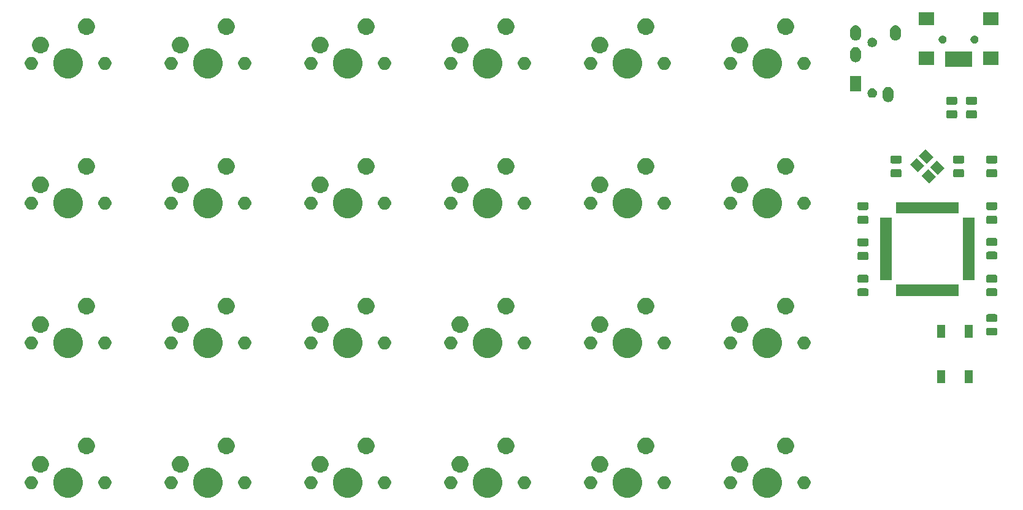
<source format=gts>
G04 #@! TF.GenerationSoftware,KiCad,Pcbnew,(5.1.2)-2*
G04 #@! TF.CreationDate,2020-01-02T13:45:33-06:00*
G04 #@! TF.ProjectId,untitled-keyboard-project,756e7469-746c-4656-942d-6b6579626f61,rev?*
G04 #@! TF.SameCoordinates,Original*
G04 #@! TF.FileFunction,Soldermask,Top*
G04 #@! TF.FilePolarity,Negative*
%FSLAX46Y46*%
G04 Gerber Fmt 4.6, Leading zero omitted, Abs format (unit mm)*
G04 Created by KiCad (PCBNEW (5.1.2)-2) date 2020-01-02 13:45:33*
%MOMM*%
%LPD*%
G04 APERTURE LIST*
%ADD10C,0.100000*%
G04 APERTURE END LIST*
D10*
G36*
X73750254Y-106231818D02*
G01*
X74123511Y-106386426D01*
X74123513Y-106386427D01*
X74459436Y-106610884D01*
X74745116Y-106896564D01*
X74969574Y-107232489D01*
X75124182Y-107605746D01*
X75203000Y-108001993D01*
X75203000Y-108406007D01*
X75124182Y-108802254D01*
X74969574Y-109175511D01*
X74969573Y-109175513D01*
X74745116Y-109511436D01*
X74459436Y-109797116D01*
X74123513Y-110021573D01*
X74123512Y-110021574D01*
X74123511Y-110021574D01*
X73750254Y-110176182D01*
X73354007Y-110255000D01*
X72949993Y-110255000D01*
X72553746Y-110176182D01*
X72180489Y-110021574D01*
X72180488Y-110021574D01*
X72180487Y-110021573D01*
X71844564Y-109797116D01*
X71558884Y-109511436D01*
X71334427Y-109175513D01*
X71334426Y-109175511D01*
X71179818Y-108802254D01*
X71101000Y-108406007D01*
X71101000Y-108001993D01*
X71179818Y-107605746D01*
X71334426Y-107232489D01*
X71558884Y-106896564D01*
X71844564Y-106610884D01*
X72180487Y-106386427D01*
X72180489Y-106386426D01*
X72553746Y-106231818D01*
X72949993Y-106153000D01*
X73354007Y-106153000D01*
X73750254Y-106231818D01*
X73750254Y-106231818D01*
G37*
G36*
X170270254Y-106231818D02*
G01*
X170643511Y-106386426D01*
X170643513Y-106386427D01*
X170979436Y-106610884D01*
X171265116Y-106896564D01*
X171489574Y-107232489D01*
X171644182Y-107605746D01*
X171723000Y-108001993D01*
X171723000Y-108406007D01*
X171644182Y-108802254D01*
X171489574Y-109175511D01*
X171489573Y-109175513D01*
X171265116Y-109511436D01*
X170979436Y-109797116D01*
X170643513Y-110021573D01*
X170643512Y-110021574D01*
X170643511Y-110021574D01*
X170270254Y-110176182D01*
X169874007Y-110255000D01*
X169469993Y-110255000D01*
X169073746Y-110176182D01*
X168700489Y-110021574D01*
X168700488Y-110021574D01*
X168700487Y-110021573D01*
X168364564Y-109797116D01*
X168078884Y-109511436D01*
X167854427Y-109175513D01*
X167854426Y-109175511D01*
X167699818Y-108802254D01*
X167621000Y-108406007D01*
X167621000Y-108001993D01*
X167699818Y-107605746D01*
X167854426Y-107232489D01*
X168078884Y-106896564D01*
X168364564Y-106610884D01*
X168700487Y-106386427D01*
X168700489Y-106386426D01*
X169073746Y-106231818D01*
X169469993Y-106153000D01*
X169874007Y-106153000D01*
X170270254Y-106231818D01*
X170270254Y-106231818D01*
G37*
G36*
X131662254Y-106231818D02*
G01*
X132035511Y-106386426D01*
X132035513Y-106386427D01*
X132371436Y-106610884D01*
X132657116Y-106896564D01*
X132881574Y-107232489D01*
X133036182Y-107605746D01*
X133115000Y-108001993D01*
X133115000Y-108406007D01*
X133036182Y-108802254D01*
X132881574Y-109175511D01*
X132881573Y-109175513D01*
X132657116Y-109511436D01*
X132371436Y-109797116D01*
X132035513Y-110021573D01*
X132035512Y-110021574D01*
X132035511Y-110021574D01*
X131662254Y-110176182D01*
X131266007Y-110255000D01*
X130861993Y-110255000D01*
X130465746Y-110176182D01*
X130092489Y-110021574D01*
X130092488Y-110021574D01*
X130092487Y-110021573D01*
X129756564Y-109797116D01*
X129470884Y-109511436D01*
X129246427Y-109175513D01*
X129246426Y-109175511D01*
X129091818Y-108802254D01*
X129013000Y-108406007D01*
X129013000Y-108001993D01*
X129091818Y-107605746D01*
X129246426Y-107232489D01*
X129470884Y-106896564D01*
X129756564Y-106610884D01*
X130092487Y-106386427D01*
X130092489Y-106386426D01*
X130465746Y-106231818D01*
X130861993Y-106153000D01*
X131266007Y-106153000D01*
X131662254Y-106231818D01*
X131662254Y-106231818D01*
G37*
G36*
X150966254Y-106231818D02*
G01*
X151339511Y-106386426D01*
X151339513Y-106386427D01*
X151675436Y-106610884D01*
X151961116Y-106896564D01*
X152185574Y-107232489D01*
X152340182Y-107605746D01*
X152419000Y-108001993D01*
X152419000Y-108406007D01*
X152340182Y-108802254D01*
X152185574Y-109175511D01*
X152185573Y-109175513D01*
X151961116Y-109511436D01*
X151675436Y-109797116D01*
X151339513Y-110021573D01*
X151339512Y-110021574D01*
X151339511Y-110021574D01*
X150966254Y-110176182D01*
X150570007Y-110255000D01*
X150165993Y-110255000D01*
X149769746Y-110176182D01*
X149396489Y-110021574D01*
X149396488Y-110021574D01*
X149396487Y-110021573D01*
X149060564Y-109797116D01*
X148774884Y-109511436D01*
X148550427Y-109175513D01*
X148550426Y-109175511D01*
X148395818Y-108802254D01*
X148317000Y-108406007D01*
X148317000Y-108001993D01*
X148395818Y-107605746D01*
X148550426Y-107232489D01*
X148774884Y-106896564D01*
X149060564Y-106610884D01*
X149396487Y-106386427D01*
X149396489Y-106386426D01*
X149769746Y-106231818D01*
X150165993Y-106153000D01*
X150570007Y-106153000D01*
X150966254Y-106231818D01*
X150966254Y-106231818D01*
G37*
G36*
X93054254Y-106231818D02*
G01*
X93427511Y-106386426D01*
X93427513Y-106386427D01*
X93763436Y-106610884D01*
X94049116Y-106896564D01*
X94273574Y-107232489D01*
X94428182Y-107605746D01*
X94507000Y-108001993D01*
X94507000Y-108406007D01*
X94428182Y-108802254D01*
X94273574Y-109175511D01*
X94273573Y-109175513D01*
X94049116Y-109511436D01*
X93763436Y-109797116D01*
X93427513Y-110021573D01*
X93427512Y-110021574D01*
X93427511Y-110021574D01*
X93054254Y-110176182D01*
X92658007Y-110255000D01*
X92253993Y-110255000D01*
X91857746Y-110176182D01*
X91484489Y-110021574D01*
X91484488Y-110021574D01*
X91484487Y-110021573D01*
X91148564Y-109797116D01*
X90862884Y-109511436D01*
X90638427Y-109175513D01*
X90638426Y-109175511D01*
X90483818Y-108802254D01*
X90405000Y-108406007D01*
X90405000Y-108001993D01*
X90483818Y-107605746D01*
X90638426Y-107232489D01*
X90862884Y-106896564D01*
X91148564Y-106610884D01*
X91484487Y-106386427D01*
X91484489Y-106386426D01*
X91857746Y-106231818D01*
X92253993Y-106153000D01*
X92658007Y-106153000D01*
X93054254Y-106231818D01*
X93054254Y-106231818D01*
G37*
G36*
X112358254Y-106231818D02*
G01*
X112731511Y-106386426D01*
X112731513Y-106386427D01*
X113067436Y-106610884D01*
X113353116Y-106896564D01*
X113577574Y-107232489D01*
X113732182Y-107605746D01*
X113811000Y-108001993D01*
X113811000Y-108406007D01*
X113732182Y-108802254D01*
X113577574Y-109175511D01*
X113577573Y-109175513D01*
X113353116Y-109511436D01*
X113067436Y-109797116D01*
X112731513Y-110021573D01*
X112731512Y-110021574D01*
X112731511Y-110021574D01*
X112358254Y-110176182D01*
X111962007Y-110255000D01*
X111557993Y-110255000D01*
X111161746Y-110176182D01*
X110788489Y-110021574D01*
X110788488Y-110021574D01*
X110788487Y-110021573D01*
X110452564Y-109797116D01*
X110166884Y-109511436D01*
X109942427Y-109175513D01*
X109942426Y-109175511D01*
X109787818Y-108802254D01*
X109709000Y-108406007D01*
X109709000Y-108001993D01*
X109787818Y-107605746D01*
X109942426Y-107232489D01*
X110166884Y-106896564D01*
X110452564Y-106610884D01*
X110788487Y-106386427D01*
X110788489Y-106386426D01*
X111161746Y-106231818D01*
X111557993Y-106153000D01*
X111962007Y-106153000D01*
X112358254Y-106231818D01*
X112358254Y-106231818D01*
G37*
G36*
X145401512Y-107307927D02*
G01*
X145550812Y-107337624D01*
X145714784Y-107405544D01*
X145862354Y-107504147D01*
X145987853Y-107629646D01*
X146086456Y-107777216D01*
X146154376Y-107941188D01*
X146189000Y-108115259D01*
X146189000Y-108292741D01*
X146154376Y-108466812D01*
X146086456Y-108630784D01*
X145987853Y-108778354D01*
X145862354Y-108903853D01*
X145714784Y-109002456D01*
X145550812Y-109070376D01*
X145401512Y-109100073D01*
X145376742Y-109105000D01*
X145199258Y-109105000D01*
X145174488Y-109100073D01*
X145025188Y-109070376D01*
X144861216Y-109002456D01*
X144713646Y-108903853D01*
X144588147Y-108778354D01*
X144489544Y-108630784D01*
X144421624Y-108466812D01*
X144387000Y-108292741D01*
X144387000Y-108115259D01*
X144421624Y-107941188D01*
X144489544Y-107777216D01*
X144588147Y-107629646D01*
X144713646Y-107504147D01*
X144861216Y-107405544D01*
X145025188Y-107337624D01*
X145174488Y-107307927D01*
X145199258Y-107303000D01*
X145376742Y-107303000D01*
X145401512Y-107307927D01*
X145401512Y-107307927D01*
G37*
G36*
X164705512Y-107307927D02*
G01*
X164854812Y-107337624D01*
X165018784Y-107405544D01*
X165166354Y-107504147D01*
X165291853Y-107629646D01*
X165390456Y-107777216D01*
X165458376Y-107941188D01*
X165493000Y-108115259D01*
X165493000Y-108292741D01*
X165458376Y-108466812D01*
X165390456Y-108630784D01*
X165291853Y-108778354D01*
X165166354Y-108903853D01*
X165018784Y-109002456D01*
X164854812Y-109070376D01*
X164705512Y-109100073D01*
X164680742Y-109105000D01*
X164503258Y-109105000D01*
X164478488Y-109100073D01*
X164329188Y-109070376D01*
X164165216Y-109002456D01*
X164017646Y-108903853D01*
X163892147Y-108778354D01*
X163793544Y-108630784D01*
X163725624Y-108466812D01*
X163691000Y-108292741D01*
X163691000Y-108115259D01*
X163725624Y-107941188D01*
X163793544Y-107777216D01*
X163892147Y-107629646D01*
X164017646Y-107504147D01*
X164165216Y-107405544D01*
X164329188Y-107337624D01*
X164478488Y-107307927D01*
X164503258Y-107303000D01*
X164680742Y-107303000D01*
X164705512Y-107307927D01*
X164705512Y-107307927D01*
G37*
G36*
X155561512Y-107307927D02*
G01*
X155710812Y-107337624D01*
X155874784Y-107405544D01*
X156022354Y-107504147D01*
X156147853Y-107629646D01*
X156246456Y-107777216D01*
X156314376Y-107941188D01*
X156349000Y-108115259D01*
X156349000Y-108292741D01*
X156314376Y-108466812D01*
X156246456Y-108630784D01*
X156147853Y-108778354D01*
X156022354Y-108903853D01*
X155874784Y-109002456D01*
X155710812Y-109070376D01*
X155561512Y-109100073D01*
X155536742Y-109105000D01*
X155359258Y-109105000D01*
X155334488Y-109100073D01*
X155185188Y-109070376D01*
X155021216Y-109002456D01*
X154873646Y-108903853D01*
X154748147Y-108778354D01*
X154649544Y-108630784D01*
X154581624Y-108466812D01*
X154547000Y-108292741D01*
X154547000Y-108115259D01*
X154581624Y-107941188D01*
X154649544Y-107777216D01*
X154748147Y-107629646D01*
X154873646Y-107504147D01*
X155021216Y-107405544D01*
X155185188Y-107337624D01*
X155334488Y-107307927D01*
X155359258Y-107303000D01*
X155536742Y-107303000D01*
X155561512Y-107307927D01*
X155561512Y-107307927D01*
G37*
G36*
X116953512Y-107307927D02*
G01*
X117102812Y-107337624D01*
X117266784Y-107405544D01*
X117414354Y-107504147D01*
X117539853Y-107629646D01*
X117638456Y-107777216D01*
X117706376Y-107941188D01*
X117741000Y-108115259D01*
X117741000Y-108292741D01*
X117706376Y-108466812D01*
X117638456Y-108630784D01*
X117539853Y-108778354D01*
X117414354Y-108903853D01*
X117266784Y-109002456D01*
X117102812Y-109070376D01*
X116953512Y-109100073D01*
X116928742Y-109105000D01*
X116751258Y-109105000D01*
X116726488Y-109100073D01*
X116577188Y-109070376D01*
X116413216Y-109002456D01*
X116265646Y-108903853D01*
X116140147Y-108778354D01*
X116041544Y-108630784D01*
X115973624Y-108466812D01*
X115939000Y-108292741D01*
X115939000Y-108115259D01*
X115973624Y-107941188D01*
X116041544Y-107777216D01*
X116140147Y-107629646D01*
X116265646Y-107504147D01*
X116413216Y-107405544D01*
X116577188Y-107337624D01*
X116726488Y-107307927D01*
X116751258Y-107303000D01*
X116928742Y-107303000D01*
X116953512Y-107307927D01*
X116953512Y-107307927D01*
G37*
G36*
X106793512Y-107307927D02*
G01*
X106942812Y-107337624D01*
X107106784Y-107405544D01*
X107254354Y-107504147D01*
X107379853Y-107629646D01*
X107478456Y-107777216D01*
X107546376Y-107941188D01*
X107581000Y-108115259D01*
X107581000Y-108292741D01*
X107546376Y-108466812D01*
X107478456Y-108630784D01*
X107379853Y-108778354D01*
X107254354Y-108903853D01*
X107106784Y-109002456D01*
X106942812Y-109070376D01*
X106793512Y-109100073D01*
X106768742Y-109105000D01*
X106591258Y-109105000D01*
X106566488Y-109100073D01*
X106417188Y-109070376D01*
X106253216Y-109002456D01*
X106105646Y-108903853D01*
X105980147Y-108778354D01*
X105881544Y-108630784D01*
X105813624Y-108466812D01*
X105779000Y-108292741D01*
X105779000Y-108115259D01*
X105813624Y-107941188D01*
X105881544Y-107777216D01*
X105980147Y-107629646D01*
X106105646Y-107504147D01*
X106253216Y-107405544D01*
X106417188Y-107337624D01*
X106566488Y-107307927D01*
X106591258Y-107303000D01*
X106768742Y-107303000D01*
X106793512Y-107307927D01*
X106793512Y-107307927D01*
G37*
G36*
X87489512Y-107307927D02*
G01*
X87638812Y-107337624D01*
X87802784Y-107405544D01*
X87950354Y-107504147D01*
X88075853Y-107629646D01*
X88174456Y-107777216D01*
X88242376Y-107941188D01*
X88277000Y-108115259D01*
X88277000Y-108292741D01*
X88242376Y-108466812D01*
X88174456Y-108630784D01*
X88075853Y-108778354D01*
X87950354Y-108903853D01*
X87802784Y-109002456D01*
X87638812Y-109070376D01*
X87489512Y-109100073D01*
X87464742Y-109105000D01*
X87287258Y-109105000D01*
X87262488Y-109100073D01*
X87113188Y-109070376D01*
X86949216Y-109002456D01*
X86801646Y-108903853D01*
X86676147Y-108778354D01*
X86577544Y-108630784D01*
X86509624Y-108466812D01*
X86475000Y-108292741D01*
X86475000Y-108115259D01*
X86509624Y-107941188D01*
X86577544Y-107777216D01*
X86676147Y-107629646D01*
X86801646Y-107504147D01*
X86949216Y-107405544D01*
X87113188Y-107337624D01*
X87262488Y-107307927D01*
X87287258Y-107303000D01*
X87464742Y-107303000D01*
X87489512Y-107307927D01*
X87489512Y-107307927D01*
G37*
G36*
X97649512Y-107307927D02*
G01*
X97798812Y-107337624D01*
X97962784Y-107405544D01*
X98110354Y-107504147D01*
X98235853Y-107629646D01*
X98334456Y-107777216D01*
X98402376Y-107941188D01*
X98437000Y-108115259D01*
X98437000Y-108292741D01*
X98402376Y-108466812D01*
X98334456Y-108630784D01*
X98235853Y-108778354D01*
X98110354Y-108903853D01*
X97962784Y-109002456D01*
X97798812Y-109070376D01*
X97649512Y-109100073D01*
X97624742Y-109105000D01*
X97447258Y-109105000D01*
X97422488Y-109100073D01*
X97273188Y-109070376D01*
X97109216Y-109002456D01*
X96961646Y-108903853D01*
X96836147Y-108778354D01*
X96737544Y-108630784D01*
X96669624Y-108466812D01*
X96635000Y-108292741D01*
X96635000Y-108115259D01*
X96669624Y-107941188D01*
X96737544Y-107777216D01*
X96836147Y-107629646D01*
X96961646Y-107504147D01*
X97109216Y-107405544D01*
X97273188Y-107337624D01*
X97422488Y-107307927D01*
X97447258Y-107303000D01*
X97624742Y-107303000D01*
X97649512Y-107307927D01*
X97649512Y-107307927D01*
G37*
G36*
X68185512Y-107307927D02*
G01*
X68334812Y-107337624D01*
X68498784Y-107405544D01*
X68646354Y-107504147D01*
X68771853Y-107629646D01*
X68870456Y-107777216D01*
X68938376Y-107941188D01*
X68973000Y-108115259D01*
X68973000Y-108292741D01*
X68938376Y-108466812D01*
X68870456Y-108630784D01*
X68771853Y-108778354D01*
X68646354Y-108903853D01*
X68498784Y-109002456D01*
X68334812Y-109070376D01*
X68185512Y-109100073D01*
X68160742Y-109105000D01*
X67983258Y-109105000D01*
X67958488Y-109100073D01*
X67809188Y-109070376D01*
X67645216Y-109002456D01*
X67497646Y-108903853D01*
X67372147Y-108778354D01*
X67273544Y-108630784D01*
X67205624Y-108466812D01*
X67171000Y-108292741D01*
X67171000Y-108115259D01*
X67205624Y-107941188D01*
X67273544Y-107777216D01*
X67372147Y-107629646D01*
X67497646Y-107504147D01*
X67645216Y-107405544D01*
X67809188Y-107337624D01*
X67958488Y-107307927D01*
X67983258Y-107303000D01*
X68160742Y-107303000D01*
X68185512Y-107307927D01*
X68185512Y-107307927D01*
G37*
G36*
X78345512Y-107307927D02*
G01*
X78494812Y-107337624D01*
X78658784Y-107405544D01*
X78806354Y-107504147D01*
X78931853Y-107629646D01*
X79030456Y-107777216D01*
X79098376Y-107941188D01*
X79133000Y-108115259D01*
X79133000Y-108292741D01*
X79098376Y-108466812D01*
X79030456Y-108630784D01*
X78931853Y-108778354D01*
X78806354Y-108903853D01*
X78658784Y-109002456D01*
X78494812Y-109070376D01*
X78345512Y-109100073D01*
X78320742Y-109105000D01*
X78143258Y-109105000D01*
X78118488Y-109100073D01*
X77969188Y-109070376D01*
X77805216Y-109002456D01*
X77657646Y-108903853D01*
X77532147Y-108778354D01*
X77433544Y-108630784D01*
X77365624Y-108466812D01*
X77331000Y-108292741D01*
X77331000Y-108115259D01*
X77365624Y-107941188D01*
X77433544Y-107777216D01*
X77532147Y-107629646D01*
X77657646Y-107504147D01*
X77805216Y-107405544D01*
X77969188Y-107337624D01*
X78118488Y-107307927D01*
X78143258Y-107303000D01*
X78320742Y-107303000D01*
X78345512Y-107307927D01*
X78345512Y-107307927D01*
G37*
G36*
X126097512Y-107307927D02*
G01*
X126246812Y-107337624D01*
X126410784Y-107405544D01*
X126558354Y-107504147D01*
X126683853Y-107629646D01*
X126782456Y-107777216D01*
X126850376Y-107941188D01*
X126885000Y-108115259D01*
X126885000Y-108292741D01*
X126850376Y-108466812D01*
X126782456Y-108630784D01*
X126683853Y-108778354D01*
X126558354Y-108903853D01*
X126410784Y-109002456D01*
X126246812Y-109070376D01*
X126097512Y-109100073D01*
X126072742Y-109105000D01*
X125895258Y-109105000D01*
X125870488Y-109100073D01*
X125721188Y-109070376D01*
X125557216Y-109002456D01*
X125409646Y-108903853D01*
X125284147Y-108778354D01*
X125185544Y-108630784D01*
X125117624Y-108466812D01*
X125083000Y-108292741D01*
X125083000Y-108115259D01*
X125117624Y-107941188D01*
X125185544Y-107777216D01*
X125284147Y-107629646D01*
X125409646Y-107504147D01*
X125557216Y-107405544D01*
X125721188Y-107337624D01*
X125870488Y-107307927D01*
X125895258Y-107303000D01*
X126072742Y-107303000D01*
X126097512Y-107307927D01*
X126097512Y-107307927D01*
G37*
G36*
X136257512Y-107307927D02*
G01*
X136406812Y-107337624D01*
X136570784Y-107405544D01*
X136718354Y-107504147D01*
X136843853Y-107629646D01*
X136942456Y-107777216D01*
X137010376Y-107941188D01*
X137045000Y-108115259D01*
X137045000Y-108292741D01*
X137010376Y-108466812D01*
X136942456Y-108630784D01*
X136843853Y-108778354D01*
X136718354Y-108903853D01*
X136570784Y-109002456D01*
X136406812Y-109070376D01*
X136257512Y-109100073D01*
X136232742Y-109105000D01*
X136055258Y-109105000D01*
X136030488Y-109100073D01*
X135881188Y-109070376D01*
X135717216Y-109002456D01*
X135569646Y-108903853D01*
X135444147Y-108778354D01*
X135345544Y-108630784D01*
X135277624Y-108466812D01*
X135243000Y-108292741D01*
X135243000Y-108115259D01*
X135277624Y-107941188D01*
X135345544Y-107777216D01*
X135444147Y-107629646D01*
X135569646Y-107504147D01*
X135717216Y-107405544D01*
X135881188Y-107337624D01*
X136030488Y-107307927D01*
X136055258Y-107303000D01*
X136232742Y-107303000D01*
X136257512Y-107307927D01*
X136257512Y-107307927D01*
G37*
G36*
X174865512Y-107307927D02*
G01*
X175014812Y-107337624D01*
X175178784Y-107405544D01*
X175326354Y-107504147D01*
X175451853Y-107629646D01*
X175550456Y-107777216D01*
X175618376Y-107941188D01*
X175653000Y-108115259D01*
X175653000Y-108292741D01*
X175618376Y-108466812D01*
X175550456Y-108630784D01*
X175451853Y-108778354D01*
X175326354Y-108903853D01*
X175178784Y-109002456D01*
X175014812Y-109070376D01*
X174865512Y-109100073D01*
X174840742Y-109105000D01*
X174663258Y-109105000D01*
X174638488Y-109100073D01*
X174489188Y-109070376D01*
X174325216Y-109002456D01*
X174177646Y-108903853D01*
X174052147Y-108778354D01*
X173953544Y-108630784D01*
X173885624Y-108466812D01*
X173851000Y-108292741D01*
X173851000Y-108115259D01*
X173885624Y-107941188D01*
X173953544Y-107777216D01*
X174052147Y-107629646D01*
X174177646Y-107504147D01*
X174325216Y-107405544D01*
X174489188Y-107337624D01*
X174638488Y-107307927D01*
X174663258Y-107303000D01*
X174840742Y-107303000D01*
X174865512Y-107307927D01*
X174865512Y-107307927D01*
G37*
G36*
X127478549Y-104535116D02*
G01*
X127589734Y-104557232D01*
X127799203Y-104643997D01*
X127987720Y-104769960D01*
X128148040Y-104930280D01*
X128274003Y-105118797D01*
X128360768Y-105328266D01*
X128405000Y-105550636D01*
X128405000Y-105777364D01*
X128360768Y-105999734D01*
X128274003Y-106209203D01*
X128148040Y-106397720D01*
X127987720Y-106558040D01*
X127799203Y-106684003D01*
X127589734Y-106770768D01*
X127478549Y-106792884D01*
X127367365Y-106815000D01*
X127140635Y-106815000D01*
X127029451Y-106792884D01*
X126918266Y-106770768D01*
X126708797Y-106684003D01*
X126520280Y-106558040D01*
X126359960Y-106397720D01*
X126233997Y-106209203D01*
X126147232Y-105999734D01*
X126103000Y-105777364D01*
X126103000Y-105550636D01*
X126147232Y-105328266D01*
X126233997Y-105118797D01*
X126359960Y-104930280D01*
X126520280Y-104769960D01*
X126708797Y-104643997D01*
X126918266Y-104557232D01*
X127029451Y-104535116D01*
X127140635Y-104513000D01*
X127367365Y-104513000D01*
X127478549Y-104535116D01*
X127478549Y-104535116D01*
G37*
G36*
X108174549Y-104535116D02*
G01*
X108285734Y-104557232D01*
X108495203Y-104643997D01*
X108683720Y-104769960D01*
X108844040Y-104930280D01*
X108970003Y-105118797D01*
X109056768Y-105328266D01*
X109101000Y-105550636D01*
X109101000Y-105777364D01*
X109056768Y-105999734D01*
X108970003Y-106209203D01*
X108844040Y-106397720D01*
X108683720Y-106558040D01*
X108495203Y-106684003D01*
X108285734Y-106770768D01*
X108174549Y-106792884D01*
X108063365Y-106815000D01*
X107836635Y-106815000D01*
X107725451Y-106792884D01*
X107614266Y-106770768D01*
X107404797Y-106684003D01*
X107216280Y-106558040D01*
X107055960Y-106397720D01*
X106929997Y-106209203D01*
X106843232Y-105999734D01*
X106799000Y-105777364D01*
X106799000Y-105550636D01*
X106843232Y-105328266D01*
X106929997Y-105118797D01*
X107055960Y-104930280D01*
X107216280Y-104769960D01*
X107404797Y-104643997D01*
X107614266Y-104557232D01*
X107725451Y-104535116D01*
X107836635Y-104513000D01*
X108063365Y-104513000D01*
X108174549Y-104535116D01*
X108174549Y-104535116D01*
G37*
G36*
X88870549Y-104535116D02*
G01*
X88981734Y-104557232D01*
X89191203Y-104643997D01*
X89379720Y-104769960D01*
X89540040Y-104930280D01*
X89666003Y-105118797D01*
X89752768Y-105328266D01*
X89797000Y-105550636D01*
X89797000Y-105777364D01*
X89752768Y-105999734D01*
X89666003Y-106209203D01*
X89540040Y-106397720D01*
X89379720Y-106558040D01*
X89191203Y-106684003D01*
X88981734Y-106770768D01*
X88870549Y-106792884D01*
X88759365Y-106815000D01*
X88532635Y-106815000D01*
X88421451Y-106792884D01*
X88310266Y-106770768D01*
X88100797Y-106684003D01*
X87912280Y-106558040D01*
X87751960Y-106397720D01*
X87625997Y-106209203D01*
X87539232Y-105999734D01*
X87495000Y-105777364D01*
X87495000Y-105550636D01*
X87539232Y-105328266D01*
X87625997Y-105118797D01*
X87751960Y-104930280D01*
X87912280Y-104769960D01*
X88100797Y-104643997D01*
X88310266Y-104557232D01*
X88421451Y-104535116D01*
X88532635Y-104513000D01*
X88759365Y-104513000D01*
X88870549Y-104535116D01*
X88870549Y-104535116D01*
G37*
G36*
X146782549Y-104535116D02*
G01*
X146893734Y-104557232D01*
X147103203Y-104643997D01*
X147291720Y-104769960D01*
X147452040Y-104930280D01*
X147578003Y-105118797D01*
X147664768Y-105328266D01*
X147709000Y-105550636D01*
X147709000Y-105777364D01*
X147664768Y-105999734D01*
X147578003Y-106209203D01*
X147452040Y-106397720D01*
X147291720Y-106558040D01*
X147103203Y-106684003D01*
X146893734Y-106770768D01*
X146782549Y-106792884D01*
X146671365Y-106815000D01*
X146444635Y-106815000D01*
X146333451Y-106792884D01*
X146222266Y-106770768D01*
X146012797Y-106684003D01*
X145824280Y-106558040D01*
X145663960Y-106397720D01*
X145537997Y-106209203D01*
X145451232Y-105999734D01*
X145407000Y-105777364D01*
X145407000Y-105550636D01*
X145451232Y-105328266D01*
X145537997Y-105118797D01*
X145663960Y-104930280D01*
X145824280Y-104769960D01*
X146012797Y-104643997D01*
X146222266Y-104557232D01*
X146333451Y-104535116D01*
X146444635Y-104513000D01*
X146671365Y-104513000D01*
X146782549Y-104535116D01*
X146782549Y-104535116D01*
G37*
G36*
X166086549Y-104535116D02*
G01*
X166197734Y-104557232D01*
X166407203Y-104643997D01*
X166595720Y-104769960D01*
X166756040Y-104930280D01*
X166882003Y-105118797D01*
X166968768Y-105328266D01*
X167013000Y-105550636D01*
X167013000Y-105777364D01*
X166968768Y-105999734D01*
X166882003Y-106209203D01*
X166756040Y-106397720D01*
X166595720Y-106558040D01*
X166407203Y-106684003D01*
X166197734Y-106770768D01*
X166086549Y-106792884D01*
X165975365Y-106815000D01*
X165748635Y-106815000D01*
X165637451Y-106792884D01*
X165526266Y-106770768D01*
X165316797Y-106684003D01*
X165128280Y-106558040D01*
X164967960Y-106397720D01*
X164841997Y-106209203D01*
X164755232Y-105999734D01*
X164711000Y-105777364D01*
X164711000Y-105550636D01*
X164755232Y-105328266D01*
X164841997Y-105118797D01*
X164967960Y-104930280D01*
X165128280Y-104769960D01*
X165316797Y-104643997D01*
X165526266Y-104557232D01*
X165637451Y-104535116D01*
X165748635Y-104513000D01*
X165975365Y-104513000D01*
X166086549Y-104535116D01*
X166086549Y-104535116D01*
G37*
G36*
X69566549Y-104535116D02*
G01*
X69677734Y-104557232D01*
X69887203Y-104643997D01*
X70075720Y-104769960D01*
X70236040Y-104930280D01*
X70362003Y-105118797D01*
X70448768Y-105328266D01*
X70493000Y-105550636D01*
X70493000Y-105777364D01*
X70448768Y-105999734D01*
X70362003Y-106209203D01*
X70236040Y-106397720D01*
X70075720Y-106558040D01*
X69887203Y-106684003D01*
X69677734Y-106770768D01*
X69566549Y-106792884D01*
X69455365Y-106815000D01*
X69228635Y-106815000D01*
X69117451Y-106792884D01*
X69006266Y-106770768D01*
X68796797Y-106684003D01*
X68608280Y-106558040D01*
X68447960Y-106397720D01*
X68321997Y-106209203D01*
X68235232Y-105999734D01*
X68191000Y-105777364D01*
X68191000Y-105550636D01*
X68235232Y-105328266D01*
X68321997Y-105118797D01*
X68447960Y-104930280D01*
X68608280Y-104769960D01*
X68796797Y-104643997D01*
X69006266Y-104557232D01*
X69117451Y-104535116D01*
X69228635Y-104513000D01*
X69455365Y-104513000D01*
X69566549Y-104535116D01*
X69566549Y-104535116D01*
G37*
G36*
X75916549Y-101995116D02*
G01*
X76027734Y-102017232D01*
X76237203Y-102103997D01*
X76425720Y-102229960D01*
X76586040Y-102390280D01*
X76712003Y-102578797D01*
X76798768Y-102788266D01*
X76843000Y-103010636D01*
X76843000Y-103237364D01*
X76798768Y-103459734D01*
X76712003Y-103669203D01*
X76586040Y-103857720D01*
X76425720Y-104018040D01*
X76237203Y-104144003D01*
X76027734Y-104230768D01*
X75916549Y-104252884D01*
X75805365Y-104275000D01*
X75578635Y-104275000D01*
X75467451Y-104252884D01*
X75356266Y-104230768D01*
X75146797Y-104144003D01*
X74958280Y-104018040D01*
X74797960Y-103857720D01*
X74671997Y-103669203D01*
X74585232Y-103459734D01*
X74541000Y-103237364D01*
X74541000Y-103010636D01*
X74585232Y-102788266D01*
X74671997Y-102578797D01*
X74797960Y-102390280D01*
X74958280Y-102229960D01*
X75146797Y-102103997D01*
X75356266Y-102017232D01*
X75467451Y-101995116D01*
X75578635Y-101973000D01*
X75805365Y-101973000D01*
X75916549Y-101995116D01*
X75916549Y-101995116D01*
G37*
G36*
X172436549Y-101995116D02*
G01*
X172547734Y-102017232D01*
X172757203Y-102103997D01*
X172945720Y-102229960D01*
X173106040Y-102390280D01*
X173232003Y-102578797D01*
X173318768Y-102788266D01*
X173363000Y-103010636D01*
X173363000Y-103237364D01*
X173318768Y-103459734D01*
X173232003Y-103669203D01*
X173106040Y-103857720D01*
X172945720Y-104018040D01*
X172757203Y-104144003D01*
X172547734Y-104230768D01*
X172436549Y-104252884D01*
X172325365Y-104275000D01*
X172098635Y-104275000D01*
X171987451Y-104252884D01*
X171876266Y-104230768D01*
X171666797Y-104144003D01*
X171478280Y-104018040D01*
X171317960Y-103857720D01*
X171191997Y-103669203D01*
X171105232Y-103459734D01*
X171061000Y-103237364D01*
X171061000Y-103010636D01*
X171105232Y-102788266D01*
X171191997Y-102578797D01*
X171317960Y-102390280D01*
X171478280Y-102229960D01*
X171666797Y-102103997D01*
X171876266Y-102017232D01*
X171987451Y-101995116D01*
X172098635Y-101973000D01*
X172325365Y-101973000D01*
X172436549Y-101995116D01*
X172436549Y-101995116D01*
G37*
G36*
X133828549Y-101995116D02*
G01*
X133939734Y-102017232D01*
X134149203Y-102103997D01*
X134337720Y-102229960D01*
X134498040Y-102390280D01*
X134624003Y-102578797D01*
X134710768Y-102788266D01*
X134755000Y-103010636D01*
X134755000Y-103237364D01*
X134710768Y-103459734D01*
X134624003Y-103669203D01*
X134498040Y-103857720D01*
X134337720Y-104018040D01*
X134149203Y-104144003D01*
X133939734Y-104230768D01*
X133828549Y-104252884D01*
X133717365Y-104275000D01*
X133490635Y-104275000D01*
X133379451Y-104252884D01*
X133268266Y-104230768D01*
X133058797Y-104144003D01*
X132870280Y-104018040D01*
X132709960Y-103857720D01*
X132583997Y-103669203D01*
X132497232Y-103459734D01*
X132453000Y-103237364D01*
X132453000Y-103010636D01*
X132497232Y-102788266D01*
X132583997Y-102578797D01*
X132709960Y-102390280D01*
X132870280Y-102229960D01*
X133058797Y-102103997D01*
X133268266Y-102017232D01*
X133379451Y-101995116D01*
X133490635Y-101973000D01*
X133717365Y-101973000D01*
X133828549Y-101995116D01*
X133828549Y-101995116D01*
G37*
G36*
X114524549Y-101995116D02*
G01*
X114635734Y-102017232D01*
X114845203Y-102103997D01*
X115033720Y-102229960D01*
X115194040Y-102390280D01*
X115320003Y-102578797D01*
X115406768Y-102788266D01*
X115451000Y-103010636D01*
X115451000Y-103237364D01*
X115406768Y-103459734D01*
X115320003Y-103669203D01*
X115194040Y-103857720D01*
X115033720Y-104018040D01*
X114845203Y-104144003D01*
X114635734Y-104230768D01*
X114524549Y-104252884D01*
X114413365Y-104275000D01*
X114186635Y-104275000D01*
X114075451Y-104252884D01*
X113964266Y-104230768D01*
X113754797Y-104144003D01*
X113566280Y-104018040D01*
X113405960Y-103857720D01*
X113279997Y-103669203D01*
X113193232Y-103459734D01*
X113149000Y-103237364D01*
X113149000Y-103010636D01*
X113193232Y-102788266D01*
X113279997Y-102578797D01*
X113405960Y-102390280D01*
X113566280Y-102229960D01*
X113754797Y-102103997D01*
X113964266Y-102017232D01*
X114075451Y-101995116D01*
X114186635Y-101973000D01*
X114413365Y-101973000D01*
X114524549Y-101995116D01*
X114524549Y-101995116D01*
G37*
G36*
X95220549Y-101995116D02*
G01*
X95331734Y-102017232D01*
X95541203Y-102103997D01*
X95729720Y-102229960D01*
X95890040Y-102390280D01*
X96016003Y-102578797D01*
X96102768Y-102788266D01*
X96147000Y-103010636D01*
X96147000Y-103237364D01*
X96102768Y-103459734D01*
X96016003Y-103669203D01*
X95890040Y-103857720D01*
X95729720Y-104018040D01*
X95541203Y-104144003D01*
X95331734Y-104230768D01*
X95220549Y-104252884D01*
X95109365Y-104275000D01*
X94882635Y-104275000D01*
X94771451Y-104252884D01*
X94660266Y-104230768D01*
X94450797Y-104144003D01*
X94262280Y-104018040D01*
X94101960Y-103857720D01*
X93975997Y-103669203D01*
X93889232Y-103459734D01*
X93845000Y-103237364D01*
X93845000Y-103010636D01*
X93889232Y-102788266D01*
X93975997Y-102578797D01*
X94101960Y-102390280D01*
X94262280Y-102229960D01*
X94450797Y-102103997D01*
X94660266Y-102017232D01*
X94771451Y-101995116D01*
X94882635Y-101973000D01*
X95109365Y-101973000D01*
X95220549Y-101995116D01*
X95220549Y-101995116D01*
G37*
G36*
X153132549Y-101995116D02*
G01*
X153243734Y-102017232D01*
X153453203Y-102103997D01*
X153641720Y-102229960D01*
X153802040Y-102390280D01*
X153928003Y-102578797D01*
X154014768Y-102788266D01*
X154059000Y-103010636D01*
X154059000Y-103237364D01*
X154014768Y-103459734D01*
X153928003Y-103669203D01*
X153802040Y-103857720D01*
X153641720Y-104018040D01*
X153453203Y-104144003D01*
X153243734Y-104230768D01*
X153132549Y-104252884D01*
X153021365Y-104275000D01*
X152794635Y-104275000D01*
X152683451Y-104252884D01*
X152572266Y-104230768D01*
X152362797Y-104144003D01*
X152174280Y-104018040D01*
X152013960Y-103857720D01*
X151887997Y-103669203D01*
X151801232Y-103459734D01*
X151757000Y-103237364D01*
X151757000Y-103010636D01*
X151801232Y-102788266D01*
X151887997Y-102578797D01*
X152013960Y-102390280D01*
X152174280Y-102229960D01*
X152362797Y-102103997D01*
X152572266Y-102017232D01*
X152683451Y-101995116D01*
X152794635Y-101973000D01*
X153021365Y-101973000D01*
X153132549Y-101995116D01*
X153132549Y-101995116D01*
G37*
G36*
X194231000Y-94475000D02*
G01*
X193129000Y-94475000D01*
X193129000Y-92673000D01*
X194231000Y-92673000D01*
X194231000Y-94475000D01*
X194231000Y-94475000D01*
G37*
G36*
X198031000Y-94475000D02*
G01*
X196929000Y-94475000D01*
X196929000Y-92673000D01*
X198031000Y-92673000D01*
X198031000Y-94475000D01*
X198031000Y-94475000D01*
G37*
G36*
X73750254Y-86927818D02*
G01*
X74123511Y-87082426D01*
X74123513Y-87082427D01*
X74459436Y-87306884D01*
X74745116Y-87592564D01*
X74940182Y-87884500D01*
X74969574Y-87928489D01*
X75124182Y-88301746D01*
X75203000Y-88697993D01*
X75203000Y-89102007D01*
X75124182Y-89498254D01*
X74969574Y-89871511D01*
X74969573Y-89871513D01*
X74745116Y-90207436D01*
X74459436Y-90493116D01*
X74123513Y-90717573D01*
X74123512Y-90717574D01*
X74123511Y-90717574D01*
X73750254Y-90872182D01*
X73354007Y-90951000D01*
X72949993Y-90951000D01*
X72553746Y-90872182D01*
X72180489Y-90717574D01*
X72180488Y-90717574D01*
X72180487Y-90717573D01*
X71844564Y-90493116D01*
X71558884Y-90207436D01*
X71334427Y-89871513D01*
X71334426Y-89871511D01*
X71179818Y-89498254D01*
X71101000Y-89102007D01*
X71101000Y-88697993D01*
X71179818Y-88301746D01*
X71334426Y-87928489D01*
X71363819Y-87884500D01*
X71558884Y-87592564D01*
X71844564Y-87306884D01*
X72180487Y-87082427D01*
X72180489Y-87082426D01*
X72553746Y-86927818D01*
X72949993Y-86849000D01*
X73354007Y-86849000D01*
X73750254Y-86927818D01*
X73750254Y-86927818D01*
G37*
G36*
X150966254Y-86927818D02*
G01*
X151339511Y-87082426D01*
X151339513Y-87082427D01*
X151675436Y-87306884D01*
X151961116Y-87592564D01*
X152156182Y-87884500D01*
X152185574Y-87928489D01*
X152340182Y-88301746D01*
X152419000Y-88697993D01*
X152419000Y-89102007D01*
X152340182Y-89498254D01*
X152185574Y-89871511D01*
X152185573Y-89871513D01*
X151961116Y-90207436D01*
X151675436Y-90493116D01*
X151339513Y-90717573D01*
X151339512Y-90717574D01*
X151339511Y-90717574D01*
X150966254Y-90872182D01*
X150570007Y-90951000D01*
X150165993Y-90951000D01*
X149769746Y-90872182D01*
X149396489Y-90717574D01*
X149396488Y-90717574D01*
X149396487Y-90717573D01*
X149060564Y-90493116D01*
X148774884Y-90207436D01*
X148550427Y-89871513D01*
X148550426Y-89871511D01*
X148395818Y-89498254D01*
X148317000Y-89102007D01*
X148317000Y-88697993D01*
X148395818Y-88301746D01*
X148550426Y-87928489D01*
X148579819Y-87884500D01*
X148774884Y-87592564D01*
X149060564Y-87306884D01*
X149396487Y-87082427D01*
X149396489Y-87082426D01*
X149769746Y-86927818D01*
X150165993Y-86849000D01*
X150570007Y-86849000D01*
X150966254Y-86927818D01*
X150966254Y-86927818D01*
G37*
G36*
X131662254Y-86927818D02*
G01*
X132035511Y-87082426D01*
X132035513Y-87082427D01*
X132371436Y-87306884D01*
X132657116Y-87592564D01*
X132852182Y-87884500D01*
X132881574Y-87928489D01*
X133036182Y-88301746D01*
X133115000Y-88697993D01*
X133115000Y-89102007D01*
X133036182Y-89498254D01*
X132881574Y-89871511D01*
X132881573Y-89871513D01*
X132657116Y-90207436D01*
X132371436Y-90493116D01*
X132035513Y-90717573D01*
X132035512Y-90717574D01*
X132035511Y-90717574D01*
X131662254Y-90872182D01*
X131266007Y-90951000D01*
X130861993Y-90951000D01*
X130465746Y-90872182D01*
X130092489Y-90717574D01*
X130092488Y-90717574D01*
X130092487Y-90717573D01*
X129756564Y-90493116D01*
X129470884Y-90207436D01*
X129246427Y-89871513D01*
X129246426Y-89871511D01*
X129091818Y-89498254D01*
X129013000Y-89102007D01*
X129013000Y-88697993D01*
X129091818Y-88301746D01*
X129246426Y-87928489D01*
X129275819Y-87884500D01*
X129470884Y-87592564D01*
X129756564Y-87306884D01*
X130092487Y-87082427D01*
X130092489Y-87082426D01*
X130465746Y-86927818D01*
X130861993Y-86849000D01*
X131266007Y-86849000D01*
X131662254Y-86927818D01*
X131662254Y-86927818D01*
G37*
G36*
X170270254Y-86927818D02*
G01*
X170643511Y-87082426D01*
X170643513Y-87082427D01*
X170979436Y-87306884D01*
X171265116Y-87592564D01*
X171460182Y-87884500D01*
X171489574Y-87928489D01*
X171644182Y-88301746D01*
X171723000Y-88697993D01*
X171723000Y-89102007D01*
X171644182Y-89498254D01*
X171489574Y-89871511D01*
X171489573Y-89871513D01*
X171265116Y-90207436D01*
X170979436Y-90493116D01*
X170643513Y-90717573D01*
X170643512Y-90717574D01*
X170643511Y-90717574D01*
X170270254Y-90872182D01*
X169874007Y-90951000D01*
X169469993Y-90951000D01*
X169073746Y-90872182D01*
X168700489Y-90717574D01*
X168700488Y-90717574D01*
X168700487Y-90717573D01*
X168364564Y-90493116D01*
X168078884Y-90207436D01*
X167854427Y-89871513D01*
X167854426Y-89871511D01*
X167699818Y-89498254D01*
X167621000Y-89102007D01*
X167621000Y-88697993D01*
X167699818Y-88301746D01*
X167854426Y-87928489D01*
X167883819Y-87884500D01*
X168078884Y-87592564D01*
X168364564Y-87306884D01*
X168700487Y-87082427D01*
X168700489Y-87082426D01*
X169073746Y-86927818D01*
X169469993Y-86849000D01*
X169874007Y-86849000D01*
X170270254Y-86927818D01*
X170270254Y-86927818D01*
G37*
G36*
X93054254Y-86927818D02*
G01*
X93427511Y-87082426D01*
X93427513Y-87082427D01*
X93763436Y-87306884D01*
X94049116Y-87592564D01*
X94244182Y-87884500D01*
X94273574Y-87928489D01*
X94428182Y-88301746D01*
X94507000Y-88697993D01*
X94507000Y-89102007D01*
X94428182Y-89498254D01*
X94273574Y-89871511D01*
X94273573Y-89871513D01*
X94049116Y-90207436D01*
X93763436Y-90493116D01*
X93427513Y-90717573D01*
X93427512Y-90717574D01*
X93427511Y-90717574D01*
X93054254Y-90872182D01*
X92658007Y-90951000D01*
X92253993Y-90951000D01*
X91857746Y-90872182D01*
X91484489Y-90717574D01*
X91484488Y-90717574D01*
X91484487Y-90717573D01*
X91148564Y-90493116D01*
X90862884Y-90207436D01*
X90638427Y-89871513D01*
X90638426Y-89871511D01*
X90483818Y-89498254D01*
X90405000Y-89102007D01*
X90405000Y-88697993D01*
X90483818Y-88301746D01*
X90638426Y-87928489D01*
X90667819Y-87884500D01*
X90862884Y-87592564D01*
X91148564Y-87306884D01*
X91484487Y-87082427D01*
X91484489Y-87082426D01*
X91857746Y-86927818D01*
X92253993Y-86849000D01*
X92658007Y-86849000D01*
X93054254Y-86927818D01*
X93054254Y-86927818D01*
G37*
G36*
X112358254Y-86927818D02*
G01*
X112731511Y-87082426D01*
X112731513Y-87082427D01*
X113067436Y-87306884D01*
X113353116Y-87592564D01*
X113548182Y-87884500D01*
X113577574Y-87928489D01*
X113732182Y-88301746D01*
X113811000Y-88697993D01*
X113811000Y-89102007D01*
X113732182Y-89498254D01*
X113577574Y-89871511D01*
X113577573Y-89871513D01*
X113353116Y-90207436D01*
X113067436Y-90493116D01*
X112731513Y-90717573D01*
X112731512Y-90717574D01*
X112731511Y-90717574D01*
X112358254Y-90872182D01*
X111962007Y-90951000D01*
X111557993Y-90951000D01*
X111161746Y-90872182D01*
X110788489Y-90717574D01*
X110788488Y-90717574D01*
X110788487Y-90717573D01*
X110452564Y-90493116D01*
X110166884Y-90207436D01*
X109942427Y-89871513D01*
X109942426Y-89871511D01*
X109787818Y-89498254D01*
X109709000Y-89102007D01*
X109709000Y-88697993D01*
X109787818Y-88301746D01*
X109942426Y-87928489D01*
X109971819Y-87884500D01*
X110166884Y-87592564D01*
X110452564Y-87306884D01*
X110788487Y-87082427D01*
X110788489Y-87082426D01*
X111161746Y-86927818D01*
X111557993Y-86849000D01*
X111962007Y-86849000D01*
X112358254Y-86927818D01*
X112358254Y-86927818D01*
G37*
G36*
X164705512Y-88003927D02*
G01*
X164854812Y-88033624D01*
X165018784Y-88101544D01*
X165166354Y-88200147D01*
X165291853Y-88325646D01*
X165390456Y-88473216D01*
X165458376Y-88637188D01*
X165493000Y-88811259D01*
X165493000Y-88988741D01*
X165458376Y-89162812D01*
X165390456Y-89326784D01*
X165291853Y-89474354D01*
X165166354Y-89599853D01*
X165018784Y-89698456D01*
X164854812Y-89766376D01*
X164705512Y-89796073D01*
X164680742Y-89801000D01*
X164503258Y-89801000D01*
X164478488Y-89796073D01*
X164329188Y-89766376D01*
X164165216Y-89698456D01*
X164017646Y-89599853D01*
X163892147Y-89474354D01*
X163793544Y-89326784D01*
X163725624Y-89162812D01*
X163691000Y-88988741D01*
X163691000Y-88811259D01*
X163725624Y-88637188D01*
X163793544Y-88473216D01*
X163892147Y-88325646D01*
X164017646Y-88200147D01*
X164165216Y-88101544D01*
X164329188Y-88033624D01*
X164478488Y-88003927D01*
X164503258Y-87999000D01*
X164680742Y-87999000D01*
X164705512Y-88003927D01*
X164705512Y-88003927D01*
G37*
G36*
X174865512Y-88003927D02*
G01*
X175014812Y-88033624D01*
X175178784Y-88101544D01*
X175326354Y-88200147D01*
X175451853Y-88325646D01*
X175550456Y-88473216D01*
X175618376Y-88637188D01*
X175653000Y-88811259D01*
X175653000Y-88988741D01*
X175618376Y-89162812D01*
X175550456Y-89326784D01*
X175451853Y-89474354D01*
X175326354Y-89599853D01*
X175178784Y-89698456D01*
X175014812Y-89766376D01*
X174865512Y-89796073D01*
X174840742Y-89801000D01*
X174663258Y-89801000D01*
X174638488Y-89796073D01*
X174489188Y-89766376D01*
X174325216Y-89698456D01*
X174177646Y-89599853D01*
X174052147Y-89474354D01*
X173953544Y-89326784D01*
X173885624Y-89162812D01*
X173851000Y-88988741D01*
X173851000Y-88811259D01*
X173885624Y-88637188D01*
X173953544Y-88473216D01*
X174052147Y-88325646D01*
X174177646Y-88200147D01*
X174325216Y-88101544D01*
X174489188Y-88033624D01*
X174638488Y-88003927D01*
X174663258Y-87999000D01*
X174840742Y-87999000D01*
X174865512Y-88003927D01*
X174865512Y-88003927D01*
G37*
G36*
X155561512Y-88003927D02*
G01*
X155710812Y-88033624D01*
X155874784Y-88101544D01*
X156022354Y-88200147D01*
X156147853Y-88325646D01*
X156246456Y-88473216D01*
X156314376Y-88637188D01*
X156349000Y-88811259D01*
X156349000Y-88988741D01*
X156314376Y-89162812D01*
X156246456Y-89326784D01*
X156147853Y-89474354D01*
X156022354Y-89599853D01*
X155874784Y-89698456D01*
X155710812Y-89766376D01*
X155561512Y-89796073D01*
X155536742Y-89801000D01*
X155359258Y-89801000D01*
X155334488Y-89796073D01*
X155185188Y-89766376D01*
X155021216Y-89698456D01*
X154873646Y-89599853D01*
X154748147Y-89474354D01*
X154649544Y-89326784D01*
X154581624Y-89162812D01*
X154547000Y-88988741D01*
X154547000Y-88811259D01*
X154581624Y-88637188D01*
X154649544Y-88473216D01*
X154748147Y-88325646D01*
X154873646Y-88200147D01*
X155021216Y-88101544D01*
X155185188Y-88033624D01*
X155334488Y-88003927D01*
X155359258Y-87999000D01*
X155536742Y-87999000D01*
X155561512Y-88003927D01*
X155561512Y-88003927D01*
G37*
G36*
X78345512Y-88003927D02*
G01*
X78494812Y-88033624D01*
X78658784Y-88101544D01*
X78806354Y-88200147D01*
X78931853Y-88325646D01*
X79030456Y-88473216D01*
X79098376Y-88637188D01*
X79133000Y-88811259D01*
X79133000Y-88988741D01*
X79098376Y-89162812D01*
X79030456Y-89326784D01*
X78931853Y-89474354D01*
X78806354Y-89599853D01*
X78658784Y-89698456D01*
X78494812Y-89766376D01*
X78345512Y-89796073D01*
X78320742Y-89801000D01*
X78143258Y-89801000D01*
X78118488Y-89796073D01*
X77969188Y-89766376D01*
X77805216Y-89698456D01*
X77657646Y-89599853D01*
X77532147Y-89474354D01*
X77433544Y-89326784D01*
X77365624Y-89162812D01*
X77331000Y-88988741D01*
X77331000Y-88811259D01*
X77365624Y-88637188D01*
X77433544Y-88473216D01*
X77532147Y-88325646D01*
X77657646Y-88200147D01*
X77805216Y-88101544D01*
X77969188Y-88033624D01*
X78118488Y-88003927D01*
X78143258Y-87999000D01*
X78320742Y-87999000D01*
X78345512Y-88003927D01*
X78345512Y-88003927D01*
G37*
G36*
X68185512Y-88003927D02*
G01*
X68334812Y-88033624D01*
X68498784Y-88101544D01*
X68646354Y-88200147D01*
X68771853Y-88325646D01*
X68870456Y-88473216D01*
X68938376Y-88637188D01*
X68973000Y-88811259D01*
X68973000Y-88988741D01*
X68938376Y-89162812D01*
X68870456Y-89326784D01*
X68771853Y-89474354D01*
X68646354Y-89599853D01*
X68498784Y-89698456D01*
X68334812Y-89766376D01*
X68185512Y-89796073D01*
X68160742Y-89801000D01*
X67983258Y-89801000D01*
X67958488Y-89796073D01*
X67809188Y-89766376D01*
X67645216Y-89698456D01*
X67497646Y-89599853D01*
X67372147Y-89474354D01*
X67273544Y-89326784D01*
X67205624Y-89162812D01*
X67171000Y-88988741D01*
X67171000Y-88811259D01*
X67205624Y-88637188D01*
X67273544Y-88473216D01*
X67372147Y-88325646D01*
X67497646Y-88200147D01*
X67645216Y-88101544D01*
X67809188Y-88033624D01*
X67958488Y-88003927D01*
X67983258Y-87999000D01*
X68160742Y-87999000D01*
X68185512Y-88003927D01*
X68185512Y-88003927D01*
G37*
G36*
X97649512Y-88003927D02*
G01*
X97798812Y-88033624D01*
X97962784Y-88101544D01*
X98110354Y-88200147D01*
X98235853Y-88325646D01*
X98334456Y-88473216D01*
X98402376Y-88637188D01*
X98437000Y-88811259D01*
X98437000Y-88988741D01*
X98402376Y-89162812D01*
X98334456Y-89326784D01*
X98235853Y-89474354D01*
X98110354Y-89599853D01*
X97962784Y-89698456D01*
X97798812Y-89766376D01*
X97649512Y-89796073D01*
X97624742Y-89801000D01*
X97447258Y-89801000D01*
X97422488Y-89796073D01*
X97273188Y-89766376D01*
X97109216Y-89698456D01*
X96961646Y-89599853D01*
X96836147Y-89474354D01*
X96737544Y-89326784D01*
X96669624Y-89162812D01*
X96635000Y-88988741D01*
X96635000Y-88811259D01*
X96669624Y-88637188D01*
X96737544Y-88473216D01*
X96836147Y-88325646D01*
X96961646Y-88200147D01*
X97109216Y-88101544D01*
X97273188Y-88033624D01*
X97422488Y-88003927D01*
X97447258Y-87999000D01*
X97624742Y-87999000D01*
X97649512Y-88003927D01*
X97649512Y-88003927D01*
G37*
G36*
X116953512Y-88003927D02*
G01*
X117102812Y-88033624D01*
X117266784Y-88101544D01*
X117414354Y-88200147D01*
X117539853Y-88325646D01*
X117638456Y-88473216D01*
X117706376Y-88637188D01*
X117741000Y-88811259D01*
X117741000Y-88988741D01*
X117706376Y-89162812D01*
X117638456Y-89326784D01*
X117539853Y-89474354D01*
X117414354Y-89599853D01*
X117266784Y-89698456D01*
X117102812Y-89766376D01*
X116953512Y-89796073D01*
X116928742Y-89801000D01*
X116751258Y-89801000D01*
X116726488Y-89796073D01*
X116577188Y-89766376D01*
X116413216Y-89698456D01*
X116265646Y-89599853D01*
X116140147Y-89474354D01*
X116041544Y-89326784D01*
X115973624Y-89162812D01*
X115939000Y-88988741D01*
X115939000Y-88811259D01*
X115973624Y-88637188D01*
X116041544Y-88473216D01*
X116140147Y-88325646D01*
X116265646Y-88200147D01*
X116413216Y-88101544D01*
X116577188Y-88033624D01*
X116726488Y-88003927D01*
X116751258Y-87999000D01*
X116928742Y-87999000D01*
X116953512Y-88003927D01*
X116953512Y-88003927D01*
G37*
G36*
X106793512Y-88003927D02*
G01*
X106942812Y-88033624D01*
X107106784Y-88101544D01*
X107254354Y-88200147D01*
X107379853Y-88325646D01*
X107478456Y-88473216D01*
X107546376Y-88637188D01*
X107581000Y-88811259D01*
X107581000Y-88988741D01*
X107546376Y-89162812D01*
X107478456Y-89326784D01*
X107379853Y-89474354D01*
X107254354Y-89599853D01*
X107106784Y-89698456D01*
X106942812Y-89766376D01*
X106793512Y-89796073D01*
X106768742Y-89801000D01*
X106591258Y-89801000D01*
X106566488Y-89796073D01*
X106417188Y-89766376D01*
X106253216Y-89698456D01*
X106105646Y-89599853D01*
X105980147Y-89474354D01*
X105881544Y-89326784D01*
X105813624Y-89162812D01*
X105779000Y-88988741D01*
X105779000Y-88811259D01*
X105813624Y-88637188D01*
X105881544Y-88473216D01*
X105980147Y-88325646D01*
X106105646Y-88200147D01*
X106253216Y-88101544D01*
X106417188Y-88033624D01*
X106566488Y-88003927D01*
X106591258Y-87999000D01*
X106768742Y-87999000D01*
X106793512Y-88003927D01*
X106793512Y-88003927D01*
G37*
G36*
X145401512Y-88003927D02*
G01*
X145550812Y-88033624D01*
X145714784Y-88101544D01*
X145862354Y-88200147D01*
X145987853Y-88325646D01*
X146086456Y-88473216D01*
X146154376Y-88637188D01*
X146189000Y-88811259D01*
X146189000Y-88988741D01*
X146154376Y-89162812D01*
X146086456Y-89326784D01*
X145987853Y-89474354D01*
X145862354Y-89599853D01*
X145714784Y-89698456D01*
X145550812Y-89766376D01*
X145401512Y-89796073D01*
X145376742Y-89801000D01*
X145199258Y-89801000D01*
X145174488Y-89796073D01*
X145025188Y-89766376D01*
X144861216Y-89698456D01*
X144713646Y-89599853D01*
X144588147Y-89474354D01*
X144489544Y-89326784D01*
X144421624Y-89162812D01*
X144387000Y-88988741D01*
X144387000Y-88811259D01*
X144421624Y-88637188D01*
X144489544Y-88473216D01*
X144588147Y-88325646D01*
X144713646Y-88200147D01*
X144861216Y-88101544D01*
X145025188Y-88033624D01*
X145174488Y-88003927D01*
X145199258Y-87999000D01*
X145376742Y-87999000D01*
X145401512Y-88003927D01*
X145401512Y-88003927D01*
G37*
G36*
X136257512Y-88003927D02*
G01*
X136406812Y-88033624D01*
X136570784Y-88101544D01*
X136718354Y-88200147D01*
X136843853Y-88325646D01*
X136942456Y-88473216D01*
X137010376Y-88637188D01*
X137045000Y-88811259D01*
X137045000Y-88988741D01*
X137010376Y-89162812D01*
X136942456Y-89326784D01*
X136843853Y-89474354D01*
X136718354Y-89599853D01*
X136570784Y-89698456D01*
X136406812Y-89766376D01*
X136257512Y-89796073D01*
X136232742Y-89801000D01*
X136055258Y-89801000D01*
X136030488Y-89796073D01*
X135881188Y-89766376D01*
X135717216Y-89698456D01*
X135569646Y-89599853D01*
X135444147Y-89474354D01*
X135345544Y-89326784D01*
X135277624Y-89162812D01*
X135243000Y-88988741D01*
X135243000Y-88811259D01*
X135277624Y-88637188D01*
X135345544Y-88473216D01*
X135444147Y-88325646D01*
X135569646Y-88200147D01*
X135717216Y-88101544D01*
X135881188Y-88033624D01*
X136030488Y-88003927D01*
X136055258Y-87999000D01*
X136232742Y-87999000D01*
X136257512Y-88003927D01*
X136257512Y-88003927D01*
G37*
G36*
X126097512Y-88003927D02*
G01*
X126246812Y-88033624D01*
X126410784Y-88101544D01*
X126558354Y-88200147D01*
X126683853Y-88325646D01*
X126782456Y-88473216D01*
X126850376Y-88637188D01*
X126885000Y-88811259D01*
X126885000Y-88988741D01*
X126850376Y-89162812D01*
X126782456Y-89326784D01*
X126683853Y-89474354D01*
X126558354Y-89599853D01*
X126410784Y-89698456D01*
X126246812Y-89766376D01*
X126097512Y-89796073D01*
X126072742Y-89801000D01*
X125895258Y-89801000D01*
X125870488Y-89796073D01*
X125721188Y-89766376D01*
X125557216Y-89698456D01*
X125409646Y-89599853D01*
X125284147Y-89474354D01*
X125185544Y-89326784D01*
X125117624Y-89162812D01*
X125083000Y-88988741D01*
X125083000Y-88811259D01*
X125117624Y-88637188D01*
X125185544Y-88473216D01*
X125284147Y-88325646D01*
X125409646Y-88200147D01*
X125557216Y-88101544D01*
X125721188Y-88033624D01*
X125870488Y-88003927D01*
X125895258Y-87999000D01*
X126072742Y-87999000D01*
X126097512Y-88003927D01*
X126097512Y-88003927D01*
G37*
G36*
X87489512Y-88003927D02*
G01*
X87638812Y-88033624D01*
X87802784Y-88101544D01*
X87950354Y-88200147D01*
X88075853Y-88325646D01*
X88174456Y-88473216D01*
X88242376Y-88637188D01*
X88277000Y-88811259D01*
X88277000Y-88988741D01*
X88242376Y-89162812D01*
X88174456Y-89326784D01*
X88075853Y-89474354D01*
X87950354Y-89599853D01*
X87802784Y-89698456D01*
X87638812Y-89766376D01*
X87489512Y-89796073D01*
X87464742Y-89801000D01*
X87287258Y-89801000D01*
X87262488Y-89796073D01*
X87113188Y-89766376D01*
X86949216Y-89698456D01*
X86801646Y-89599853D01*
X86676147Y-89474354D01*
X86577544Y-89326784D01*
X86509624Y-89162812D01*
X86475000Y-88988741D01*
X86475000Y-88811259D01*
X86509624Y-88637188D01*
X86577544Y-88473216D01*
X86676147Y-88325646D01*
X86801646Y-88200147D01*
X86949216Y-88101544D01*
X87113188Y-88033624D01*
X87262488Y-88003927D01*
X87287258Y-87999000D01*
X87464742Y-87999000D01*
X87489512Y-88003927D01*
X87489512Y-88003927D01*
G37*
G36*
X194231000Y-88175000D02*
G01*
X193129000Y-88175000D01*
X193129000Y-86373000D01*
X194231000Y-86373000D01*
X194231000Y-88175000D01*
X194231000Y-88175000D01*
G37*
G36*
X198031000Y-88175000D02*
G01*
X196929000Y-88175000D01*
X196929000Y-86373000D01*
X198031000Y-86373000D01*
X198031000Y-88175000D01*
X198031000Y-88175000D01*
G37*
G36*
X201244468Y-86812065D02*
G01*
X201283138Y-86823796D01*
X201318777Y-86842846D01*
X201350017Y-86868483D01*
X201375654Y-86899723D01*
X201394704Y-86935362D01*
X201406435Y-86974032D01*
X201411000Y-87020388D01*
X201411000Y-87671612D01*
X201406435Y-87717968D01*
X201394704Y-87756638D01*
X201375654Y-87792277D01*
X201350017Y-87823517D01*
X201318777Y-87849154D01*
X201283138Y-87868204D01*
X201244468Y-87879935D01*
X201198112Y-87884500D01*
X200121888Y-87884500D01*
X200075532Y-87879935D01*
X200036862Y-87868204D01*
X200001223Y-87849154D01*
X199969983Y-87823517D01*
X199944346Y-87792277D01*
X199925296Y-87756638D01*
X199913565Y-87717968D01*
X199909000Y-87671612D01*
X199909000Y-87020388D01*
X199913565Y-86974032D01*
X199925296Y-86935362D01*
X199944346Y-86899723D01*
X199969983Y-86868483D01*
X200001223Y-86842846D01*
X200036862Y-86823796D01*
X200075532Y-86812065D01*
X200121888Y-86807500D01*
X201198112Y-86807500D01*
X201244468Y-86812065D01*
X201244468Y-86812065D01*
G37*
G36*
X146782549Y-85231116D02*
G01*
X146893734Y-85253232D01*
X147103203Y-85339997D01*
X147291720Y-85465960D01*
X147452040Y-85626280D01*
X147578003Y-85814797D01*
X147664768Y-86024266D01*
X147709000Y-86246636D01*
X147709000Y-86473364D01*
X147664768Y-86695734D01*
X147578003Y-86905203D01*
X147452040Y-87093720D01*
X147291720Y-87254040D01*
X147103203Y-87380003D01*
X146893734Y-87466768D01*
X146782549Y-87488884D01*
X146671365Y-87511000D01*
X146444635Y-87511000D01*
X146333451Y-87488884D01*
X146222266Y-87466768D01*
X146012797Y-87380003D01*
X145824280Y-87254040D01*
X145663960Y-87093720D01*
X145537997Y-86905203D01*
X145451232Y-86695734D01*
X145407000Y-86473364D01*
X145407000Y-86246636D01*
X145451232Y-86024266D01*
X145537997Y-85814797D01*
X145663960Y-85626280D01*
X145824280Y-85465960D01*
X146012797Y-85339997D01*
X146222266Y-85253232D01*
X146333451Y-85231116D01*
X146444635Y-85209000D01*
X146671365Y-85209000D01*
X146782549Y-85231116D01*
X146782549Y-85231116D01*
G37*
G36*
X88870549Y-85231116D02*
G01*
X88981734Y-85253232D01*
X89191203Y-85339997D01*
X89379720Y-85465960D01*
X89540040Y-85626280D01*
X89666003Y-85814797D01*
X89752768Y-86024266D01*
X89797000Y-86246636D01*
X89797000Y-86473364D01*
X89752768Y-86695734D01*
X89666003Y-86905203D01*
X89540040Y-87093720D01*
X89379720Y-87254040D01*
X89191203Y-87380003D01*
X88981734Y-87466768D01*
X88870549Y-87488884D01*
X88759365Y-87511000D01*
X88532635Y-87511000D01*
X88421451Y-87488884D01*
X88310266Y-87466768D01*
X88100797Y-87380003D01*
X87912280Y-87254040D01*
X87751960Y-87093720D01*
X87625997Y-86905203D01*
X87539232Y-86695734D01*
X87495000Y-86473364D01*
X87495000Y-86246636D01*
X87539232Y-86024266D01*
X87625997Y-85814797D01*
X87751960Y-85626280D01*
X87912280Y-85465960D01*
X88100797Y-85339997D01*
X88310266Y-85253232D01*
X88421451Y-85231116D01*
X88532635Y-85209000D01*
X88759365Y-85209000D01*
X88870549Y-85231116D01*
X88870549Y-85231116D01*
G37*
G36*
X69566549Y-85231116D02*
G01*
X69677734Y-85253232D01*
X69887203Y-85339997D01*
X70075720Y-85465960D01*
X70236040Y-85626280D01*
X70362003Y-85814797D01*
X70448768Y-86024266D01*
X70493000Y-86246636D01*
X70493000Y-86473364D01*
X70448768Y-86695734D01*
X70362003Y-86905203D01*
X70236040Y-87093720D01*
X70075720Y-87254040D01*
X69887203Y-87380003D01*
X69677734Y-87466768D01*
X69566549Y-87488884D01*
X69455365Y-87511000D01*
X69228635Y-87511000D01*
X69117451Y-87488884D01*
X69006266Y-87466768D01*
X68796797Y-87380003D01*
X68608280Y-87254040D01*
X68447960Y-87093720D01*
X68321997Y-86905203D01*
X68235232Y-86695734D01*
X68191000Y-86473364D01*
X68191000Y-86246636D01*
X68235232Y-86024266D01*
X68321997Y-85814797D01*
X68447960Y-85626280D01*
X68608280Y-85465960D01*
X68796797Y-85339997D01*
X69006266Y-85253232D01*
X69117451Y-85231116D01*
X69228635Y-85209000D01*
X69455365Y-85209000D01*
X69566549Y-85231116D01*
X69566549Y-85231116D01*
G37*
G36*
X127478549Y-85231116D02*
G01*
X127589734Y-85253232D01*
X127799203Y-85339997D01*
X127987720Y-85465960D01*
X128148040Y-85626280D01*
X128274003Y-85814797D01*
X128360768Y-86024266D01*
X128405000Y-86246636D01*
X128405000Y-86473364D01*
X128360768Y-86695734D01*
X128274003Y-86905203D01*
X128148040Y-87093720D01*
X127987720Y-87254040D01*
X127799203Y-87380003D01*
X127589734Y-87466768D01*
X127478549Y-87488884D01*
X127367365Y-87511000D01*
X127140635Y-87511000D01*
X127029451Y-87488884D01*
X126918266Y-87466768D01*
X126708797Y-87380003D01*
X126520280Y-87254040D01*
X126359960Y-87093720D01*
X126233997Y-86905203D01*
X126147232Y-86695734D01*
X126103000Y-86473364D01*
X126103000Y-86246636D01*
X126147232Y-86024266D01*
X126233997Y-85814797D01*
X126359960Y-85626280D01*
X126520280Y-85465960D01*
X126708797Y-85339997D01*
X126918266Y-85253232D01*
X127029451Y-85231116D01*
X127140635Y-85209000D01*
X127367365Y-85209000D01*
X127478549Y-85231116D01*
X127478549Y-85231116D01*
G37*
G36*
X108174549Y-85231116D02*
G01*
X108285734Y-85253232D01*
X108495203Y-85339997D01*
X108683720Y-85465960D01*
X108844040Y-85626280D01*
X108970003Y-85814797D01*
X109056768Y-86024266D01*
X109101000Y-86246636D01*
X109101000Y-86473364D01*
X109056768Y-86695734D01*
X108970003Y-86905203D01*
X108844040Y-87093720D01*
X108683720Y-87254040D01*
X108495203Y-87380003D01*
X108285734Y-87466768D01*
X108174549Y-87488884D01*
X108063365Y-87511000D01*
X107836635Y-87511000D01*
X107725451Y-87488884D01*
X107614266Y-87466768D01*
X107404797Y-87380003D01*
X107216280Y-87254040D01*
X107055960Y-87093720D01*
X106929997Y-86905203D01*
X106843232Y-86695734D01*
X106799000Y-86473364D01*
X106799000Y-86246636D01*
X106843232Y-86024266D01*
X106929997Y-85814797D01*
X107055960Y-85626280D01*
X107216280Y-85465960D01*
X107404797Y-85339997D01*
X107614266Y-85253232D01*
X107725451Y-85231116D01*
X107836635Y-85209000D01*
X108063365Y-85209000D01*
X108174549Y-85231116D01*
X108174549Y-85231116D01*
G37*
G36*
X166086549Y-85231116D02*
G01*
X166197734Y-85253232D01*
X166407203Y-85339997D01*
X166595720Y-85465960D01*
X166756040Y-85626280D01*
X166882003Y-85814797D01*
X166968768Y-86024266D01*
X167013000Y-86246636D01*
X167013000Y-86473364D01*
X166968768Y-86695734D01*
X166882003Y-86905203D01*
X166756040Y-87093720D01*
X166595720Y-87254040D01*
X166407203Y-87380003D01*
X166197734Y-87466768D01*
X166086549Y-87488884D01*
X165975365Y-87511000D01*
X165748635Y-87511000D01*
X165637451Y-87488884D01*
X165526266Y-87466768D01*
X165316797Y-87380003D01*
X165128280Y-87254040D01*
X164967960Y-87093720D01*
X164841997Y-86905203D01*
X164755232Y-86695734D01*
X164711000Y-86473364D01*
X164711000Y-86246636D01*
X164755232Y-86024266D01*
X164841997Y-85814797D01*
X164967960Y-85626280D01*
X165128280Y-85465960D01*
X165316797Y-85339997D01*
X165526266Y-85253232D01*
X165637451Y-85231116D01*
X165748635Y-85209000D01*
X165975365Y-85209000D01*
X166086549Y-85231116D01*
X166086549Y-85231116D01*
G37*
G36*
X201244468Y-84937065D02*
G01*
X201283138Y-84948796D01*
X201318777Y-84967846D01*
X201350017Y-84993483D01*
X201375654Y-85024723D01*
X201394704Y-85060362D01*
X201406435Y-85099032D01*
X201411000Y-85145388D01*
X201411000Y-85796612D01*
X201406435Y-85842968D01*
X201394704Y-85881638D01*
X201375654Y-85917277D01*
X201350017Y-85948517D01*
X201318777Y-85974154D01*
X201283138Y-85993204D01*
X201244468Y-86004935D01*
X201198112Y-86009500D01*
X200121888Y-86009500D01*
X200075532Y-86004935D01*
X200036862Y-85993204D01*
X200001223Y-85974154D01*
X199969983Y-85948517D01*
X199944346Y-85917277D01*
X199925296Y-85881638D01*
X199913565Y-85842968D01*
X199909000Y-85796612D01*
X199909000Y-85145388D01*
X199913565Y-85099032D01*
X199925296Y-85060362D01*
X199944346Y-85024723D01*
X199969983Y-84993483D01*
X200001223Y-84967846D01*
X200036862Y-84948796D01*
X200075532Y-84937065D01*
X200121888Y-84932500D01*
X201198112Y-84932500D01*
X201244468Y-84937065D01*
X201244468Y-84937065D01*
G37*
G36*
X75916549Y-82691116D02*
G01*
X76027734Y-82713232D01*
X76237203Y-82799997D01*
X76425720Y-82925960D01*
X76586040Y-83086280D01*
X76712003Y-83274797D01*
X76798768Y-83484266D01*
X76843000Y-83706636D01*
X76843000Y-83933364D01*
X76798768Y-84155734D01*
X76712003Y-84365203D01*
X76586040Y-84553720D01*
X76425720Y-84714040D01*
X76237203Y-84840003D01*
X76027734Y-84926768D01*
X75916991Y-84948796D01*
X75805365Y-84971000D01*
X75578635Y-84971000D01*
X75467009Y-84948796D01*
X75356266Y-84926768D01*
X75146797Y-84840003D01*
X74958280Y-84714040D01*
X74797960Y-84553720D01*
X74671997Y-84365203D01*
X74585232Y-84155734D01*
X74541000Y-83933364D01*
X74541000Y-83706636D01*
X74585232Y-83484266D01*
X74671997Y-83274797D01*
X74797960Y-83086280D01*
X74958280Y-82925960D01*
X75146797Y-82799997D01*
X75356266Y-82713232D01*
X75467451Y-82691116D01*
X75578635Y-82669000D01*
X75805365Y-82669000D01*
X75916549Y-82691116D01*
X75916549Y-82691116D01*
G37*
G36*
X95220549Y-82691116D02*
G01*
X95331734Y-82713232D01*
X95541203Y-82799997D01*
X95729720Y-82925960D01*
X95890040Y-83086280D01*
X96016003Y-83274797D01*
X96102768Y-83484266D01*
X96147000Y-83706636D01*
X96147000Y-83933364D01*
X96102768Y-84155734D01*
X96016003Y-84365203D01*
X95890040Y-84553720D01*
X95729720Y-84714040D01*
X95541203Y-84840003D01*
X95331734Y-84926768D01*
X95220991Y-84948796D01*
X95109365Y-84971000D01*
X94882635Y-84971000D01*
X94771009Y-84948796D01*
X94660266Y-84926768D01*
X94450797Y-84840003D01*
X94262280Y-84714040D01*
X94101960Y-84553720D01*
X93975997Y-84365203D01*
X93889232Y-84155734D01*
X93845000Y-83933364D01*
X93845000Y-83706636D01*
X93889232Y-83484266D01*
X93975997Y-83274797D01*
X94101960Y-83086280D01*
X94262280Y-82925960D01*
X94450797Y-82799997D01*
X94660266Y-82713232D01*
X94771451Y-82691116D01*
X94882635Y-82669000D01*
X95109365Y-82669000D01*
X95220549Y-82691116D01*
X95220549Y-82691116D01*
G37*
G36*
X172436549Y-82691116D02*
G01*
X172547734Y-82713232D01*
X172757203Y-82799997D01*
X172945720Y-82925960D01*
X173106040Y-83086280D01*
X173232003Y-83274797D01*
X173318768Y-83484266D01*
X173363000Y-83706636D01*
X173363000Y-83933364D01*
X173318768Y-84155734D01*
X173232003Y-84365203D01*
X173106040Y-84553720D01*
X172945720Y-84714040D01*
X172757203Y-84840003D01*
X172547734Y-84926768D01*
X172436991Y-84948796D01*
X172325365Y-84971000D01*
X172098635Y-84971000D01*
X171987009Y-84948796D01*
X171876266Y-84926768D01*
X171666797Y-84840003D01*
X171478280Y-84714040D01*
X171317960Y-84553720D01*
X171191997Y-84365203D01*
X171105232Y-84155734D01*
X171061000Y-83933364D01*
X171061000Y-83706636D01*
X171105232Y-83484266D01*
X171191997Y-83274797D01*
X171317960Y-83086280D01*
X171478280Y-82925960D01*
X171666797Y-82799997D01*
X171876266Y-82713232D01*
X171987451Y-82691116D01*
X172098635Y-82669000D01*
X172325365Y-82669000D01*
X172436549Y-82691116D01*
X172436549Y-82691116D01*
G37*
G36*
X133828549Y-82691116D02*
G01*
X133939734Y-82713232D01*
X134149203Y-82799997D01*
X134337720Y-82925960D01*
X134498040Y-83086280D01*
X134624003Y-83274797D01*
X134710768Y-83484266D01*
X134755000Y-83706636D01*
X134755000Y-83933364D01*
X134710768Y-84155734D01*
X134624003Y-84365203D01*
X134498040Y-84553720D01*
X134337720Y-84714040D01*
X134149203Y-84840003D01*
X133939734Y-84926768D01*
X133828991Y-84948796D01*
X133717365Y-84971000D01*
X133490635Y-84971000D01*
X133379009Y-84948796D01*
X133268266Y-84926768D01*
X133058797Y-84840003D01*
X132870280Y-84714040D01*
X132709960Y-84553720D01*
X132583997Y-84365203D01*
X132497232Y-84155734D01*
X132453000Y-83933364D01*
X132453000Y-83706636D01*
X132497232Y-83484266D01*
X132583997Y-83274797D01*
X132709960Y-83086280D01*
X132870280Y-82925960D01*
X133058797Y-82799997D01*
X133268266Y-82713232D01*
X133379451Y-82691116D01*
X133490635Y-82669000D01*
X133717365Y-82669000D01*
X133828549Y-82691116D01*
X133828549Y-82691116D01*
G37*
G36*
X153132549Y-82691116D02*
G01*
X153243734Y-82713232D01*
X153453203Y-82799997D01*
X153641720Y-82925960D01*
X153802040Y-83086280D01*
X153928003Y-83274797D01*
X154014768Y-83484266D01*
X154059000Y-83706636D01*
X154059000Y-83933364D01*
X154014768Y-84155734D01*
X153928003Y-84365203D01*
X153802040Y-84553720D01*
X153641720Y-84714040D01*
X153453203Y-84840003D01*
X153243734Y-84926768D01*
X153132991Y-84948796D01*
X153021365Y-84971000D01*
X152794635Y-84971000D01*
X152683009Y-84948796D01*
X152572266Y-84926768D01*
X152362797Y-84840003D01*
X152174280Y-84714040D01*
X152013960Y-84553720D01*
X151887997Y-84365203D01*
X151801232Y-84155734D01*
X151757000Y-83933364D01*
X151757000Y-83706636D01*
X151801232Y-83484266D01*
X151887997Y-83274797D01*
X152013960Y-83086280D01*
X152174280Y-82925960D01*
X152362797Y-82799997D01*
X152572266Y-82713232D01*
X152683451Y-82691116D01*
X152794635Y-82669000D01*
X153021365Y-82669000D01*
X153132549Y-82691116D01*
X153132549Y-82691116D01*
G37*
G36*
X114524549Y-82691116D02*
G01*
X114635734Y-82713232D01*
X114845203Y-82799997D01*
X115033720Y-82925960D01*
X115194040Y-83086280D01*
X115320003Y-83274797D01*
X115406768Y-83484266D01*
X115451000Y-83706636D01*
X115451000Y-83933364D01*
X115406768Y-84155734D01*
X115320003Y-84365203D01*
X115194040Y-84553720D01*
X115033720Y-84714040D01*
X114845203Y-84840003D01*
X114635734Y-84926768D01*
X114524991Y-84948796D01*
X114413365Y-84971000D01*
X114186635Y-84971000D01*
X114075009Y-84948796D01*
X113964266Y-84926768D01*
X113754797Y-84840003D01*
X113566280Y-84714040D01*
X113405960Y-84553720D01*
X113279997Y-84365203D01*
X113193232Y-84155734D01*
X113149000Y-83933364D01*
X113149000Y-83706636D01*
X113193232Y-83484266D01*
X113279997Y-83274797D01*
X113405960Y-83086280D01*
X113566280Y-82925960D01*
X113754797Y-82799997D01*
X113964266Y-82713232D01*
X114075451Y-82691116D01*
X114186635Y-82669000D01*
X114413365Y-82669000D01*
X114524549Y-82691116D01*
X114524549Y-82691116D01*
G37*
G36*
X183464468Y-81381065D02*
G01*
X183503138Y-81392796D01*
X183538777Y-81411846D01*
X183570017Y-81437483D01*
X183595654Y-81468723D01*
X183614704Y-81504362D01*
X183626435Y-81543032D01*
X183631000Y-81589388D01*
X183631000Y-82240612D01*
X183626435Y-82286968D01*
X183614704Y-82325638D01*
X183595654Y-82361277D01*
X183570017Y-82392517D01*
X183538777Y-82418154D01*
X183503138Y-82437204D01*
X183464468Y-82448935D01*
X183418112Y-82453500D01*
X182341888Y-82453500D01*
X182295532Y-82448935D01*
X182256862Y-82437204D01*
X182221223Y-82418154D01*
X182189983Y-82392517D01*
X182164346Y-82361277D01*
X182145296Y-82325638D01*
X182133565Y-82286968D01*
X182129000Y-82240612D01*
X182129000Y-81589388D01*
X182133565Y-81543032D01*
X182145296Y-81504362D01*
X182164346Y-81468723D01*
X182189983Y-81437483D01*
X182221223Y-81411846D01*
X182256862Y-81392796D01*
X182295532Y-81381065D01*
X182341888Y-81376500D01*
X183418112Y-81376500D01*
X183464468Y-81381065D01*
X183464468Y-81381065D01*
G37*
G36*
X196096000Y-82447000D02*
G01*
X187444000Y-82447000D01*
X187444000Y-80845000D01*
X196096000Y-80845000D01*
X196096000Y-82447000D01*
X196096000Y-82447000D01*
G37*
G36*
X201244468Y-81366065D02*
G01*
X201283138Y-81377796D01*
X201318777Y-81396846D01*
X201350017Y-81422483D01*
X201375654Y-81453723D01*
X201394704Y-81489362D01*
X201406435Y-81528032D01*
X201411000Y-81574388D01*
X201411000Y-82225612D01*
X201406435Y-82271968D01*
X201394704Y-82310638D01*
X201375654Y-82346277D01*
X201350017Y-82377517D01*
X201318777Y-82403154D01*
X201283138Y-82422204D01*
X201244468Y-82433935D01*
X201198112Y-82438500D01*
X200121888Y-82438500D01*
X200075532Y-82433935D01*
X200036862Y-82422204D01*
X200001223Y-82403154D01*
X199969983Y-82377517D01*
X199944346Y-82346277D01*
X199925296Y-82310638D01*
X199913565Y-82271968D01*
X199909000Y-82225612D01*
X199909000Y-81574388D01*
X199913565Y-81528032D01*
X199925296Y-81489362D01*
X199944346Y-81453723D01*
X199969983Y-81422483D01*
X200001223Y-81396846D01*
X200036862Y-81377796D01*
X200075532Y-81366065D01*
X200121888Y-81361500D01*
X201198112Y-81361500D01*
X201244468Y-81366065D01*
X201244468Y-81366065D01*
G37*
G36*
X183464468Y-79506065D02*
G01*
X183503138Y-79517796D01*
X183538777Y-79536846D01*
X183570017Y-79562483D01*
X183595654Y-79593723D01*
X183614704Y-79629362D01*
X183626435Y-79668032D01*
X183631000Y-79714388D01*
X183631000Y-80365612D01*
X183626435Y-80411968D01*
X183614704Y-80450638D01*
X183595654Y-80486277D01*
X183570017Y-80517517D01*
X183538777Y-80543154D01*
X183503138Y-80562204D01*
X183464468Y-80573935D01*
X183418112Y-80578500D01*
X182341888Y-80578500D01*
X182295532Y-80573935D01*
X182256862Y-80562204D01*
X182221223Y-80543154D01*
X182189983Y-80517517D01*
X182164346Y-80486277D01*
X182145296Y-80450638D01*
X182133565Y-80411968D01*
X182129000Y-80365612D01*
X182129000Y-79714388D01*
X182133565Y-79668032D01*
X182145296Y-79629362D01*
X182164346Y-79593723D01*
X182189983Y-79562483D01*
X182221223Y-79536846D01*
X182256862Y-79517796D01*
X182295532Y-79506065D01*
X182341888Y-79501500D01*
X183418112Y-79501500D01*
X183464468Y-79506065D01*
X183464468Y-79506065D01*
G37*
G36*
X201244468Y-79491065D02*
G01*
X201283138Y-79502796D01*
X201318777Y-79521846D01*
X201350017Y-79547483D01*
X201375654Y-79578723D01*
X201394704Y-79614362D01*
X201406435Y-79653032D01*
X201411000Y-79699388D01*
X201411000Y-80350612D01*
X201406435Y-80396968D01*
X201394704Y-80435638D01*
X201375654Y-80471277D01*
X201350017Y-80502517D01*
X201318777Y-80528154D01*
X201283138Y-80547204D01*
X201244468Y-80558935D01*
X201198112Y-80563500D01*
X200121888Y-80563500D01*
X200075532Y-80558935D01*
X200036862Y-80547204D01*
X200001223Y-80528154D01*
X199969983Y-80502517D01*
X199944346Y-80471277D01*
X199925296Y-80435638D01*
X199913565Y-80396968D01*
X199909000Y-80350612D01*
X199909000Y-79699388D01*
X199913565Y-79653032D01*
X199925296Y-79614362D01*
X199944346Y-79578723D01*
X199969983Y-79547483D01*
X200001223Y-79521846D01*
X200036862Y-79502796D01*
X200075532Y-79491065D01*
X200121888Y-79486500D01*
X201198112Y-79486500D01*
X201244468Y-79491065D01*
X201244468Y-79491065D01*
G37*
G36*
X186871000Y-80272000D02*
G01*
X185269000Y-80272000D01*
X185269000Y-71620000D01*
X186871000Y-71620000D01*
X186871000Y-80272000D01*
X186871000Y-80272000D01*
G37*
G36*
X198271000Y-80272000D02*
G01*
X196669000Y-80272000D01*
X196669000Y-71620000D01*
X198271000Y-71620000D01*
X198271000Y-80272000D01*
X198271000Y-80272000D01*
G37*
G36*
X183464468Y-76349565D02*
G01*
X183503138Y-76361296D01*
X183538777Y-76380346D01*
X183570017Y-76405983D01*
X183595654Y-76437223D01*
X183614704Y-76472862D01*
X183626435Y-76511532D01*
X183631000Y-76557888D01*
X183631000Y-77209112D01*
X183626435Y-77255468D01*
X183614704Y-77294138D01*
X183595654Y-77329777D01*
X183570017Y-77361017D01*
X183538777Y-77386654D01*
X183503138Y-77405704D01*
X183464468Y-77417435D01*
X183418112Y-77422000D01*
X182341888Y-77422000D01*
X182295532Y-77417435D01*
X182256862Y-77405704D01*
X182221223Y-77386654D01*
X182189983Y-77361017D01*
X182164346Y-77329777D01*
X182145296Y-77294138D01*
X182133565Y-77255468D01*
X182129000Y-77209112D01*
X182129000Y-76557888D01*
X182133565Y-76511532D01*
X182145296Y-76472862D01*
X182164346Y-76437223D01*
X182189983Y-76405983D01*
X182221223Y-76380346D01*
X182256862Y-76361296D01*
X182295532Y-76349565D01*
X182341888Y-76345000D01*
X183418112Y-76345000D01*
X183464468Y-76349565D01*
X183464468Y-76349565D01*
G37*
G36*
X201244468Y-76301065D02*
G01*
X201283138Y-76312796D01*
X201318777Y-76331846D01*
X201350017Y-76357483D01*
X201375654Y-76388723D01*
X201394704Y-76424362D01*
X201406435Y-76463032D01*
X201411000Y-76509388D01*
X201411000Y-77160612D01*
X201406435Y-77206968D01*
X201394704Y-77245638D01*
X201375654Y-77281277D01*
X201350017Y-77312517D01*
X201318777Y-77338154D01*
X201283138Y-77357204D01*
X201244468Y-77368935D01*
X201198112Y-77373500D01*
X200121888Y-77373500D01*
X200075532Y-77368935D01*
X200036862Y-77357204D01*
X200001223Y-77338154D01*
X199969983Y-77312517D01*
X199944346Y-77281277D01*
X199925296Y-77245638D01*
X199913565Y-77206968D01*
X199909000Y-77160612D01*
X199909000Y-76509388D01*
X199913565Y-76463032D01*
X199925296Y-76424362D01*
X199944346Y-76388723D01*
X199969983Y-76357483D01*
X200001223Y-76331846D01*
X200036862Y-76312796D01*
X200075532Y-76301065D01*
X200121888Y-76296500D01*
X201198112Y-76296500D01*
X201244468Y-76301065D01*
X201244468Y-76301065D01*
G37*
G36*
X183464468Y-74474565D02*
G01*
X183503138Y-74486296D01*
X183538777Y-74505346D01*
X183570017Y-74530983D01*
X183595654Y-74562223D01*
X183614704Y-74597862D01*
X183626435Y-74636532D01*
X183631000Y-74682888D01*
X183631000Y-75334112D01*
X183626435Y-75380468D01*
X183614704Y-75419138D01*
X183595654Y-75454777D01*
X183570017Y-75486017D01*
X183538777Y-75511654D01*
X183503138Y-75530704D01*
X183464468Y-75542435D01*
X183418112Y-75547000D01*
X182341888Y-75547000D01*
X182295532Y-75542435D01*
X182256862Y-75530704D01*
X182221223Y-75511654D01*
X182189983Y-75486017D01*
X182164346Y-75454777D01*
X182145296Y-75419138D01*
X182133565Y-75380468D01*
X182129000Y-75334112D01*
X182129000Y-74682888D01*
X182133565Y-74636532D01*
X182145296Y-74597862D01*
X182164346Y-74562223D01*
X182189983Y-74530983D01*
X182221223Y-74505346D01*
X182256862Y-74486296D01*
X182295532Y-74474565D01*
X182341888Y-74470000D01*
X183418112Y-74470000D01*
X183464468Y-74474565D01*
X183464468Y-74474565D01*
G37*
G36*
X201244468Y-74426065D02*
G01*
X201283138Y-74437796D01*
X201318777Y-74456846D01*
X201350017Y-74482483D01*
X201375654Y-74513723D01*
X201394704Y-74549362D01*
X201406435Y-74588032D01*
X201411000Y-74634388D01*
X201411000Y-75285612D01*
X201406435Y-75331968D01*
X201394704Y-75370638D01*
X201375654Y-75406277D01*
X201350017Y-75437517D01*
X201318777Y-75463154D01*
X201283138Y-75482204D01*
X201244468Y-75493935D01*
X201198112Y-75498500D01*
X200121888Y-75498500D01*
X200075532Y-75493935D01*
X200036862Y-75482204D01*
X200001223Y-75463154D01*
X199969983Y-75437517D01*
X199944346Y-75406277D01*
X199925296Y-75370638D01*
X199913565Y-75331968D01*
X199909000Y-75285612D01*
X199909000Y-74634388D01*
X199913565Y-74588032D01*
X199925296Y-74549362D01*
X199944346Y-74513723D01*
X199969983Y-74482483D01*
X200001223Y-74456846D01*
X200036862Y-74437796D01*
X200075532Y-74426065D01*
X200121888Y-74421500D01*
X201198112Y-74421500D01*
X201244468Y-74426065D01*
X201244468Y-74426065D01*
G37*
G36*
X183464468Y-71348065D02*
G01*
X183503138Y-71359796D01*
X183538777Y-71378846D01*
X183570017Y-71404483D01*
X183595654Y-71435723D01*
X183614704Y-71471362D01*
X183626435Y-71510032D01*
X183631000Y-71556388D01*
X183631000Y-72207612D01*
X183626435Y-72253968D01*
X183614704Y-72292638D01*
X183595654Y-72328277D01*
X183570017Y-72359517D01*
X183538777Y-72385154D01*
X183503138Y-72404204D01*
X183464468Y-72415935D01*
X183418112Y-72420500D01*
X182341888Y-72420500D01*
X182295532Y-72415935D01*
X182256862Y-72404204D01*
X182221223Y-72385154D01*
X182189983Y-72359517D01*
X182164346Y-72328277D01*
X182145296Y-72292638D01*
X182133565Y-72253968D01*
X182129000Y-72207612D01*
X182129000Y-71556388D01*
X182133565Y-71510032D01*
X182145296Y-71471362D01*
X182164346Y-71435723D01*
X182189983Y-71404483D01*
X182221223Y-71378846D01*
X182256862Y-71359796D01*
X182295532Y-71348065D01*
X182341888Y-71343500D01*
X183418112Y-71343500D01*
X183464468Y-71348065D01*
X183464468Y-71348065D01*
G37*
G36*
X201244468Y-71348065D02*
G01*
X201283138Y-71359796D01*
X201318777Y-71378846D01*
X201350017Y-71404483D01*
X201375654Y-71435723D01*
X201394704Y-71471362D01*
X201406435Y-71510032D01*
X201411000Y-71556388D01*
X201411000Y-72207612D01*
X201406435Y-72253968D01*
X201394704Y-72292638D01*
X201375654Y-72328277D01*
X201350017Y-72359517D01*
X201318777Y-72385154D01*
X201283138Y-72404204D01*
X201244468Y-72415935D01*
X201198112Y-72420500D01*
X200121888Y-72420500D01*
X200075532Y-72415935D01*
X200036862Y-72404204D01*
X200001223Y-72385154D01*
X199969983Y-72359517D01*
X199944346Y-72328277D01*
X199925296Y-72292638D01*
X199913565Y-72253968D01*
X199909000Y-72207612D01*
X199909000Y-71556388D01*
X199913565Y-71510032D01*
X199925296Y-71471362D01*
X199944346Y-71435723D01*
X199969983Y-71404483D01*
X200001223Y-71378846D01*
X200036862Y-71359796D01*
X200075532Y-71348065D01*
X200121888Y-71343500D01*
X201198112Y-71343500D01*
X201244468Y-71348065D01*
X201244468Y-71348065D01*
G37*
G36*
X170270254Y-67623818D02*
G01*
X170643511Y-67778426D01*
X170643513Y-67778427D01*
X170979436Y-68002884D01*
X171265116Y-68288564D01*
X171489574Y-68624489D01*
X171644182Y-68997746D01*
X171723000Y-69393993D01*
X171723000Y-69798007D01*
X171644182Y-70194254D01*
X171505441Y-70529204D01*
X171489573Y-70567513D01*
X171265116Y-70903436D01*
X170979436Y-71189116D01*
X170643513Y-71413573D01*
X170643512Y-71413574D01*
X170643511Y-71413574D01*
X170270254Y-71568182D01*
X169874007Y-71647000D01*
X169469993Y-71647000D01*
X169073746Y-71568182D01*
X168700489Y-71413574D01*
X168700488Y-71413574D01*
X168700487Y-71413573D01*
X168364564Y-71189116D01*
X168078884Y-70903436D01*
X167854427Y-70567513D01*
X167838559Y-70529204D01*
X167699818Y-70194254D01*
X167621000Y-69798007D01*
X167621000Y-69393993D01*
X167699818Y-68997746D01*
X167854426Y-68624489D01*
X168078884Y-68288564D01*
X168364564Y-68002884D01*
X168700487Y-67778427D01*
X168700489Y-67778426D01*
X169073746Y-67623818D01*
X169469993Y-67545000D01*
X169874007Y-67545000D01*
X170270254Y-67623818D01*
X170270254Y-67623818D01*
G37*
G36*
X150966254Y-67623818D02*
G01*
X151339511Y-67778426D01*
X151339513Y-67778427D01*
X151675436Y-68002884D01*
X151961116Y-68288564D01*
X152185574Y-68624489D01*
X152340182Y-68997746D01*
X152419000Y-69393993D01*
X152419000Y-69798007D01*
X152340182Y-70194254D01*
X152201441Y-70529204D01*
X152185573Y-70567513D01*
X151961116Y-70903436D01*
X151675436Y-71189116D01*
X151339513Y-71413573D01*
X151339512Y-71413574D01*
X151339511Y-71413574D01*
X150966254Y-71568182D01*
X150570007Y-71647000D01*
X150165993Y-71647000D01*
X149769746Y-71568182D01*
X149396489Y-71413574D01*
X149396488Y-71413574D01*
X149396487Y-71413573D01*
X149060564Y-71189116D01*
X148774884Y-70903436D01*
X148550427Y-70567513D01*
X148534559Y-70529204D01*
X148395818Y-70194254D01*
X148317000Y-69798007D01*
X148317000Y-69393993D01*
X148395818Y-68997746D01*
X148550426Y-68624489D01*
X148774884Y-68288564D01*
X149060564Y-68002884D01*
X149396487Y-67778427D01*
X149396489Y-67778426D01*
X149769746Y-67623818D01*
X150165993Y-67545000D01*
X150570007Y-67545000D01*
X150966254Y-67623818D01*
X150966254Y-67623818D01*
G37*
G36*
X131662254Y-67623818D02*
G01*
X132035511Y-67778426D01*
X132035513Y-67778427D01*
X132371436Y-68002884D01*
X132657116Y-68288564D01*
X132881574Y-68624489D01*
X133036182Y-68997746D01*
X133115000Y-69393993D01*
X133115000Y-69798007D01*
X133036182Y-70194254D01*
X132897441Y-70529204D01*
X132881573Y-70567513D01*
X132657116Y-70903436D01*
X132371436Y-71189116D01*
X132035513Y-71413573D01*
X132035512Y-71413574D01*
X132035511Y-71413574D01*
X131662254Y-71568182D01*
X131266007Y-71647000D01*
X130861993Y-71647000D01*
X130465746Y-71568182D01*
X130092489Y-71413574D01*
X130092488Y-71413574D01*
X130092487Y-71413573D01*
X129756564Y-71189116D01*
X129470884Y-70903436D01*
X129246427Y-70567513D01*
X129230559Y-70529204D01*
X129091818Y-70194254D01*
X129013000Y-69798007D01*
X129013000Y-69393993D01*
X129091818Y-68997746D01*
X129246426Y-68624489D01*
X129470884Y-68288564D01*
X129756564Y-68002884D01*
X130092487Y-67778427D01*
X130092489Y-67778426D01*
X130465746Y-67623818D01*
X130861993Y-67545000D01*
X131266007Y-67545000D01*
X131662254Y-67623818D01*
X131662254Y-67623818D01*
G37*
G36*
X112358254Y-67623818D02*
G01*
X112731511Y-67778426D01*
X112731513Y-67778427D01*
X113067436Y-68002884D01*
X113353116Y-68288564D01*
X113577574Y-68624489D01*
X113732182Y-68997746D01*
X113811000Y-69393993D01*
X113811000Y-69798007D01*
X113732182Y-70194254D01*
X113593441Y-70529204D01*
X113577573Y-70567513D01*
X113353116Y-70903436D01*
X113067436Y-71189116D01*
X112731513Y-71413573D01*
X112731512Y-71413574D01*
X112731511Y-71413574D01*
X112358254Y-71568182D01*
X111962007Y-71647000D01*
X111557993Y-71647000D01*
X111161746Y-71568182D01*
X110788489Y-71413574D01*
X110788488Y-71413574D01*
X110788487Y-71413573D01*
X110452564Y-71189116D01*
X110166884Y-70903436D01*
X109942427Y-70567513D01*
X109926559Y-70529204D01*
X109787818Y-70194254D01*
X109709000Y-69798007D01*
X109709000Y-69393993D01*
X109787818Y-68997746D01*
X109942426Y-68624489D01*
X110166884Y-68288564D01*
X110452564Y-68002884D01*
X110788487Y-67778427D01*
X110788489Y-67778426D01*
X111161746Y-67623818D01*
X111557993Y-67545000D01*
X111962007Y-67545000D01*
X112358254Y-67623818D01*
X112358254Y-67623818D01*
G37*
G36*
X93054254Y-67623818D02*
G01*
X93427511Y-67778426D01*
X93427513Y-67778427D01*
X93763436Y-68002884D01*
X94049116Y-68288564D01*
X94273574Y-68624489D01*
X94428182Y-68997746D01*
X94507000Y-69393993D01*
X94507000Y-69798007D01*
X94428182Y-70194254D01*
X94289441Y-70529204D01*
X94273573Y-70567513D01*
X94049116Y-70903436D01*
X93763436Y-71189116D01*
X93427513Y-71413573D01*
X93427512Y-71413574D01*
X93427511Y-71413574D01*
X93054254Y-71568182D01*
X92658007Y-71647000D01*
X92253993Y-71647000D01*
X91857746Y-71568182D01*
X91484489Y-71413574D01*
X91484488Y-71413574D01*
X91484487Y-71413573D01*
X91148564Y-71189116D01*
X90862884Y-70903436D01*
X90638427Y-70567513D01*
X90622559Y-70529204D01*
X90483818Y-70194254D01*
X90405000Y-69798007D01*
X90405000Y-69393993D01*
X90483818Y-68997746D01*
X90638426Y-68624489D01*
X90862884Y-68288564D01*
X91148564Y-68002884D01*
X91484487Y-67778427D01*
X91484489Y-67778426D01*
X91857746Y-67623818D01*
X92253993Y-67545000D01*
X92658007Y-67545000D01*
X93054254Y-67623818D01*
X93054254Y-67623818D01*
G37*
G36*
X73750254Y-67623818D02*
G01*
X74123511Y-67778426D01*
X74123513Y-67778427D01*
X74459436Y-68002884D01*
X74745116Y-68288564D01*
X74969574Y-68624489D01*
X75124182Y-68997746D01*
X75203000Y-69393993D01*
X75203000Y-69798007D01*
X75124182Y-70194254D01*
X74985441Y-70529204D01*
X74969573Y-70567513D01*
X74745116Y-70903436D01*
X74459436Y-71189116D01*
X74123513Y-71413573D01*
X74123512Y-71413574D01*
X74123511Y-71413574D01*
X73750254Y-71568182D01*
X73354007Y-71647000D01*
X72949993Y-71647000D01*
X72553746Y-71568182D01*
X72180489Y-71413574D01*
X72180488Y-71413574D01*
X72180487Y-71413573D01*
X71844564Y-71189116D01*
X71558884Y-70903436D01*
X71334427Y-70567513D01*
X71318559Y-70529204D01*
X71179818Y-70194254D01*
X71101000Y-69798007D01*
X71101000Y-69393993D01*
X71179818Y-68997746D01*
X71334426Y-68624489D01*
X71558884Y-68288564D01*
X71844564Y-68002884D01*
X72180487Y-67778427D01*
X72180489Y-67778426D01*
X72553746Y-67623818D01*
X72949993Y-67545000D01*
X73354007Y-67545000D01*
X73750254Y-67623818D01*
X73750254Y-67623818D01*
G37*
G36*
X196096000Y-71047000D02*
G01*
X187444000Y-71047000D01*
X187444000Y-69445000D01*
X196096000Y-69445000D01*
X196096000Y-71047000D01*
X196096000Y-71047000D01*
G37*
G36*
X183464468Y-69473065D02*
G01*
X183503138Y-69484796D01*
X183538777Y-69503846D01*
X183570017Y-69529483D01*
X183595654Y-69560723D01*
X183614704Y-69596362D01*
X183626435Y-69635032D01*
X183631000Y-69681388D01*
X183631000Y-70332612D01*
X183626435Y-70378968D01*
X183614704Y-70417638D01*
X183595654Y-70453277D01*
X183570017Y-70484517D01*
X183538777Y-70510154D01*
X183503138Y-70529204D01*
X183464468Y-70540935D01*
X183418112Y-70545500D01*
X182341888Y-70545500D01*
X182295532Y-70540935D01*
X182256862Y-70529204D01*
X182221223Y-70510154D01*
X182189983Y-70484517D01*
X182164346Y-70453277D01*
X182145296Y-70417638D01*
X182133565Y-70378968D01*
X182129000Y-70332612D01*
X182129000Y-69681388D01*
X182133565Y-69635032D01*
X182145296Y-69596362D01*
X182164346Y-69560723D01*
X182189983Y-69529483D01*
X182221223Y-69503846D01*
X182256862Y-69484796D01*
X182295532Y-69473065D01*
X182341888Y-69468500D01*
X183418112Y-69468500D01*
X183464468Y-69473065D01*
X183464468Y-69473065D01*
G37*
G36*
X201244468Y-69473065D02*
G01*
X201283138Y-69484796D01*
X201318777Y-69503846D01*
X201350017Y-69529483D01*
X201375654Y-69560723D01*
X201394704Y-69596362D01*
X201406435Y-69635032D01*
X201411000Y-69681388D01*
X201411000Y-70332612D01*
X201406435Y-70378968D01*
X201394704Y-70417638D01*
X201375654Y-70453277D01*
X201350017Y-70484517D01*
X201318777Y-70510154D01*
X201283138Y-70529204D01*
X201244468Y-70540935D01*
X201198112Y-70545500D01*
X200121888Y-70545500D01*
X200075532Y-70540935D01*
X200036862Y-70529204D01*
X200001223Y-70510154D01*
X199969983Y-70484517D01*
X199944346Y-70453277D01*
X199925296Y-70417638D01*
X199913565Y-70378968D01*
X199909000Y-70332612D01*
X199909000Y-69681388D01*
X199913565Y-69635032D01*
X199925296Y-69596362D01*
X199944346Y-69560723D01*
X199969983Y-69529483D01*
X200001223Y-69503846D01*
X200036862Y-69484796D01*
X200075532Y-69473065D01*
X200121888Y-69468500D01*
X201198112Y-69468500D01*
X201244468Y-69473065D01*
X201244468Y-69473065D01*
G37*
G36*
X164705512Y-68699927D02*
G01*
X164854812Y-68729624D01*
X165018784Y-68797544D01*
X165166354Y-68896147D01*
X165291853Y-69021646D01*
X165390456Y-69169216D01*
X165458376Y-69333188D01*
X165486320Y-69473674D01*
X165493000Y-69507258D01*
X165493000Y-69684742D01*
X165488073Y-69709512D01*
X165458376Y-69858812D01*
X165390456Y-70022784D01*
X165291853Y-70170354D01*
X165166354Y-70295853D01*
X165018784Y-70394456D01*
X164854812Y-70462376D01*
X164705512Y-70492073D01*
X164680742Y-70497000D01*
X164503258Y-70497000D01*
X164478488Y-70492073D01*
X164329188Y-70462376D01*
X164165216Y-70394456D01*
X164017646Y-70295853D01*
X163892147Y-70170354D01*
X163793544Y-70022784D01*
X163725624Y-69858812D01*
X163695927Y-69709512D01*
X163691000Y-69684742D01*
X163691000Y-69507258D01*
X163697680Y-69473674D01*
X163725624Y-69333188D01*
X163793544Y-69169216D01*
X163892147Y-69021646D01*
X164017646Y-68896147D01*
X164165216Y-68797544D01*
X164329188Y-68729624D01*
X164478488Y-68699927D01*
X164503258Y-68695000D01*
X164680742Y-68695000D01*
X164705512Y-68699927D01*
X164705512Y-68699927D01*
G37*
G36*
X106793512Y-68699927D02*
G01*
X106942812Y-68729624D01*
X107106784Y-68797544D01*
X107254354Y-68896147D01*
X107379853Y-69021646D01*
X107478456Y-69169216D01*
X107546376Y-69333188D01*
X107574320Y-69473674D01*
X107581000Y-69507258D01*
X107581000Y-69684742D01*
X107576073Y-69709512D01*
X107546376Y-69858812D01*
X107478456Y-70022784D01*
X107379853Y-70170354D01*
X107254354Y-70295853D01*
X107106784Y-70394456D01*
X106942812Y-70462376D01*
X106793512Y-70492073D01*
X106768742Y-70497000D01*
X106591258Y-70497000D01*
X106566488Y-70492073D01*
X106417188Y-70462376D01*
X106253216Y-70394456D01*
X106105646Y-70295853D01*
X105980147Y-70170354D01*
X105881544Y-70022784D01*
X105813624Y-69858812D01*
X105783927Y-69709512D01*
X105779000Y-69684742D01*
X105779000Y-69507258D01*
X105785680Y-69473674D01*
X105813624Y-69333188D01*
X105881544Y-69169216D01*
X105980147Y-69021646D01*
X106105646Y-68896147D01*
X106253216Y-68797544D01*
X106417188Y-68729624D01*
X106566488Y-68699927D01*
X106591258Y-68695000D01*
X106768742Y-68695000D01*
X106793512Y-68699927D01*
X106793512Y-68699927D01*
G37*
G36*
X174865512Y-68699927D02*
G01*
X175014812Y-68729624D01*
X175178784Y-68797544D01*
X175326354Y-68896147D01*
X175451853Y-69021646D01*
X175550456Y-69169216D01*
X175618376Y-69333188D01*
X175646320Y-69473674D01*
X175653000Y-69507258D01*
X175653000Y-69684742D01*
X175648073Y-69709512D01*
X175618376Y-69858812D01*
X175550456Y-70022784D01*
X175451853Y-70170354D01*
X175326354Y-70295853D01*
X175178784Y-70394456D01*
X175014812Y-70462376D01*
X174865512Y-70492073D01*
X174840742Y-70497000D01*
X174663258Y-70497000D01*
X174638488Y-70492073D01*
X174489188Y-70462376D01*
X174325216Y-70394456D01*
X174177646Y-70295853D01*
X174052147Y-70170354D01*
X173953544Y-70022784D01*
X173885624Y-69858812D01*
X173855927Y-69709512D01*
X173851000Y-69684742D01*
X173851000Y-69507258D01*
X173857680Y-69473674D01*
X173885624Y-69333188D01*
X173953544Y-69169216D01*
X174052147Y-69021646D01*
X174177646Y-68896147D01*
X174325216Y-68797544D01*
X174489188Y-68729624D01*
X174638488Y-68699927D01*
X174663258Y-68695000D01*
X174840742Y-68695000D01*
X174865512Y-68699927D01*
X174865512Y-68699927D01*
G37*
G36*
X68185512Y-68699927D02*
G01*
X68334812Y-68729624D01*
X68498784Y-68797544D01*
X68646354Y-68896147D01*
X68771853Y-69021646D01*
X68870456Y-69169216D01*
X68938376Y-69333188D01*
X68966320Y-69473674D01*
X68973000Y-69507258D01*
X68973000Y-69684742D01*
X68968073Y-69709512D01*
X68938376Y-69858812D01*
X68870456Y-70022784D01*
X68771853Y-70170354D01*
X68646354Y-70295853D01*
X68498784Y-70394456D01*
X68334812Y-70462376D01*
X68185512Y-70492073D01*
X68160742Y-70497000D01*
X67983258Y-70497000D01*
X67958488Y-70492073D01*
X67809188Y-70462376D01*
X67645216Y-70394456D01*
X67497646Y-70295853D01*
X67372147Y-70170354D01*
X67273544Y-70022784D01*
X67205624Y-69858812D01*
X67175927Y-69709512D01*
X67171000Y-69684742D01*
X67171000Y-69507258D01*
X67177680Y-69473674D01*
X67205624Y-69333188D01*
X67273544Y-69169216D01*
X67372147Y-69021646D01*
X67497646Y-68896147D01*
X67645216Y-68797544D01*
X67809188Y-68729624D01*
X67958488Y-68699927D01*
X67983258Y-68695000D01*
X68160742Y-68695000D01*
X68185512Y-68699927D01*
X68185512Y-68699927D01*
G37*
G36*
X78345512Y-68699927D02*
G01*
X78494812Y-68729624D01*
X78658784Y-68797544D01*
X78806354Y-68896147D01*
X78931853Y-69021646D01*
X79030456Y-69169216D01*
X79098376Y-69333188D01*
X79126320Y-69473674D01*
X79133000Y-69507258D01*
X79133000Y-69684742D01*
X79128073Y-69709512D01*
X79098376Y-69858812D01*
X79030456Y-70022784D01*
X78931853Y-70170354D01*
X78806354Y-70295853D01*
X78658784Y-70394456D01*
X78494812Y-70462376D01*
X78345512Y-70492073D01*
X78320742Y-70497000D01*
X78143258Y-70497000D01*
X78118488Y-70492073D01*
X77969188Y-70462376D01*
X77805216Y-70394456D01*
X77657646Y-70295853D01*
X77532147Y-70170354D01*
X77433544Y-70022784D01*
X77365624Y-69858812D01*
X77335927Y-69709512D01*
X77331000Y-69684742D01*
X77331000Y-69507258D01*
X77337680Y-69473674D01*
X77365624Y-69333188D01*
X77433544Y-69169216D01*
X77532147Y-69021646D01*
X77657646Y-68896147D01*
X77805216Y-68797544D01*
X77969188Y-68729624D01*
X78118488Y-68699927D01*
X78143258Y-68695000D01*
X78320742Y-68695000D01*
X78345512Y-68699927D01*
X78345512Y-68699927D01*
G37*
G36*
X87489512Y-68699927D02*
G01*
X87638812Y-68729624D01*
X87802784Y-68797544D01*
X87950354Y-68896147D01*
X88075853Y-69021646D01*
X88174456Y-69169216D01*
X88242376Y-69333188D01*
X88270320Y-69473674D01*
X88277000Y-69507258D01*
X88277000Y-69684742D01*
X88272073Y-69709512D01*
X88242376Y-69858812D01*
X88174456Y-70022784D01*
X88075853Y-70170354D01*
X87950354Y-70295853D01*
X87802784Y-70394456D01*
X87638812Y-70462376D01*
X87489512Y-70492073D01*
X87464742Y-70497000D01*
X87287258Y-70497000D01*
X87262488Y-70492073D01*
X87113188Y-70462376D01*
X86949216Y-70394456D01*
X86801646Y-70295853D01*
X86676147Y-70170354D01*
X86577544Y-70022784D01*
X86509624Y-69858812D01*
X86479927Y-69709512D01*
X86475000Y-69684742D01*
X86475000Y-69507258D01*
X86481680Y-69473674D01*
X86509624Y-69333188D01*
X86577544Y-69169216D01*
X86676147Y-69021646D01*
X86801646Y-68896147D01*
X86949216Y-68797544D01*
X87113188Y-68729624D01*
X87262488Y-68699927D01*
X87287258Y-68695000D01*
X87464742Y-68695000D01*
X87489512Y-68699927D01*
X87489512Y-68699927D01*
G37*
G36*
X97649512Y-68699927D02*
G01*
X97798812Y-68729624D01*
X97962784Y-68797544D01*
X98110354Y-68896147D01*
X98235853Y-69021646D01*
X98334456Y-69169216D01*
X98402376Y-69333188D01*
X98430320Y-69473674D01*
X98437000Y-69507258D01*
X98437000Y-69684742D01*
X98432073Y-69709512D01*
X98402376Y-69858812D01*
X98334456Y-70022784D01*
X98235853Y-70170354D01*
X98110354Y-70295853D01*
X97962784Y-70394456D01*
X97798812Y-70462376D01*
X97649512Y-70492073D01*
X97624742Y-70497000D01*
X97447258Y-70497000D01*
X97422488Y-70492073D01*
X97273188Y-70462376D01*
X97109216Y-70394456D01*
X96961646Y-70295853D01*
X96836147Y-70170354D01*
X96737544Y-70022784D01*
X96669624Y-69858812D01*
X96639927Y-69709512D01*
X96635000Y-69684742D01*
X96635000Y-69507258D01*
X96641680Y-69473674D01*
X96669624Y-69333188D01*
X96737544Y-69169216D01*
X96836147Y-69021646D01*
X96961646Y-68896147D01*
X97109216Y-68797544D01*
X97273188Y-68729624D01*
X97422488Y-68699927D01*
X97447258Y-68695000D01*
X97624742Y-68695000D01*
X97649512Y-68699927D01*
X97649512Y-68699927D01*
G37*
G36*
X116953512Y-68699927D02*
G01*
X117102812Y-68729624D01*
X117266784Y-68797544D01*
X117414354Y-68896147D01*
X117539853Y-69021646D01*
X117638456Y-69169216D01*
X117706376Y-69333188D01*
X117734320Y-69473674D01*
X117741000Y-69507258D01*
X117741000Y-69684742D01*
X117736073Y-69709512D01*
X117706376Y-69858812D01*
X117638456Y-70022784D01*
X117539853Y-70170354D01*
X117414354Y-70295853D01*
X117266784Y-70394456D01*
X117102812Y-70462376D01*
X116953512Y-70492073D01*
X116928742Y-70497000D01*
X116751258Y-70497000D01*
X116726488Y-70492073D01*
X116577188Y-70462376D01*
X116413216Y-70394456D01*
X116265646Y-70295853D01*
X116140147Y-70170354D01*
X116041544Y-70022784D01*
X115973624Y-69858812D01*
X115943927Y-69709512D01*
X115939000Y-69684742D01*
X115939000Y-69507258D01*
X115945680Y-69473674D01*
X115973624Y-69333188D01*
X116041544Y-69169216D01*
X116140147Y-69021646D01*
X116265646Y-68896147D01*
X116413216Y-68797544D01*
X116577188Y-68729624D01*
X116726488Y-68699927D01*
X116751258Y-68695000D01*
X116928742Y-68695000D01*
X116953512Y-68699927D01*
X116953512Y-68699927D01*
G37*
G36*
X126097512Y-68699927D02*
G01*
X126246812Y-68729624D01*
X126410784Y-68797544D01*
X126558354Y-68896147D01*
X126683853Y-69021646D01*
X126782456Y-69169216D01*
X126850376Y-69333188D01*
X126878320Y-69473674D01*
X126885000Y-69507258D01*
X126885000Y-69684742D01*
X126880073Y-69709512D01*
X126850376Y-69858812D01*
X126782456Y-70022784D01*
X126683853Y-70170354D01*
X126558354Y-70295853D01*
X126410784Y-70394456D01*
X126246812Y-70462376D01*
X126097512Y-70492073D01*
X126072742Y-70497000D01*
X125895258Y-70497000D01*
X125870488Y-70492073D01*
X125721188Y-70462376D01*
X125557216Y-70394456D01*
X125409646Y-70295853D01*
X125284147Y-70170354D01*
X125185544Y-70022784D01*
X125117624Y-69858812D01*
X125087927Y-69709512D01*
X125083000Y-69684742D01*
X125083000Y-69507258D01*
X125089680Y-69473674D01*
X125117624Y-69333188D01*
X125185544Y-69169216D01*
X125284147Y-69021646D01*
X125409646Y-68896147D01*
X125557216Y-68797544D01*
X125721188Y-68729624D01*
X125870488Y-68699927D01*
X125895258Y-68695000D01*
X126072742Y-68695000D01*
X126097512Y-68699927D01*
X126097512Y-68699927D01*
G37*
G36*
X136257512Y-68699927D02*
G01*
X136406812Y-68729624D01*
X136570784Y-68797544D01*
X136718354Y-68896147D01*
X136843853Y-69021646D01*
X136942456Y-69169216D01*
X137010376Y-69333188D01*
X137038320Y-69473674D01*
X137045000Y-69507258D01*
X137045000Y-69684742D01*
X137040073Y-69709512D01*
X137010376Y-69858812D01*
X136942456Y-70022784D01*
X136843853Y-70170354D01*
X136718354Y-70295853D01*
X136570784Y-70394456D01*
X136406812Y-70462376D01*
X136257512Y-70492073D01*
X136232742Y-70497000D01*
X136055258Y-70497000D01*
X136030488Y-70492073D01*
X135881188Y-70462376D01*
X135717216Y-70394456D01*
X135569646Y-70295853D01*
X135444147Y-70170354D01*
X135345544Y-70022784D01*
X135277624Y-69858812D01*
X135247927Y-69709512D01*
X135243000Y-69684742D01*
X135243000Y-69507258D01*
X135249680Y-69473674D01*
X135277624Y-69333188D01*
X135345544Y-69169216D01*
X135444147Y-69021646D01*
X135569646Y-68896147D01*
X135717216Y-68797544D01*
X135881188Y-68729624D01*
X136030488Y-68699927D01*
X136055258Y-68695000D01*
X136232742Y-68695000D01*
X136257512Y-68699927D01*
X136257512Y-68699927D01*
G37*
G36*
X155561512Y-68699927D02*
G01*
X155710812Y-68729624D01*
X155874784Y-68797544D01*
X156022354Y-68896147D01*
X156147853Y-69021646D01*
X156246456Y-69169216D01*
X156314376Y-69333188D01*
X156342320Y-69473674D01*
X156349000Y-69507258D01*
X156349000Y-69684742D01*
X156344073Y-69709512D01*
X156314376Y-69858812D01*
X156246456Y-70022784D01*
X156147853Y-70170354D01*
X156022354Y-70295853D01*
X155874784Y-70394456D01*
X155710812Y-70462376D01*
X155561512Y-70492073D01*
X155536742Y-70497000D01*
X155359258Y-70497000D01*
X155334488Y-70492073D01*
X155185188Y-70462376D01*
X155021216Y-70394456D01*
X154873646Y-70295853D01*
X154748147Y-70170354D01*
X154649544Y-70022784D01*
X154581624Y-69858812D01*
X154551927Y-69709512D01*
X154547000Y-69684742D01*
X154547000Y-69507258D01*
X154553680Y-69473674D01*
X154581624Y-69333188D01*
X154649544Y-69169216D01*
X154748147Y-69021646D01*
X154873646Y-68896147D01*
X155021216Y-68797544D01*
X155185188Y-68729624D01*
X155334488Y-68699927D01*
X155359258Y-68695000D01*
X155536742Y-68695000D01*
X155561512Y-68699927D01*
X155561512Y-68699927D01*
G37*
G36*
X145401512Y-68699927D02*
G01*
X145550812Y-68729624D01*
X145714784Y-68797544D01*
X145862354Y-68896147D01*
X145987853Y-69021646D01*
X146086456Y-69169216D01*
X146154376Y-69333188D01*
X146182320Y-69473674D01*
X146189000Y-69507258D01*
X146189000Y-69684742D01*
X146184073Y-69709512D01*
X146154376Y-69858812D01*
X146086456Y-70022784D01*
X145987853Y-70170354D01*
X145862354Y-70295853D01*
X145714784Y-70394456D01*
X145550812Y-70462376D01*
X145401512Y-70492073D01*
X145376742Y-70497000D01*
X145199258Y-70497000D01*
X145174488Y-70492073D01*
X145025188Y-70462376D01*
X144861216Y-70394456D01*
X144713646Y-70295853D01*
X144588147Y-70170354D01*
X144489544Y-70022784D01*
X144421624Y-69858812D01*
X144391927Y-69709512D01*
X144387000Y-69684742D01*
X144387000Y-69507258D01*
X144393680Y-69473674D01*
X144421624Y-69333188D01*
X144489544Y-69169216D01*
X144588147Y-69021646D01*
X144713646Y-68896147D01*
X144861216Y-68797544D01*
X145025188Y-68729624D01*
X145174488Y-68699927D01*
X145199258Y-68695000D01*
X145376742Y-68695000D01*
X145401512Y-68699927D01*
X145401512Y-68699927D01*
G37*
G36*
X166016282Y-65913139D02*
G01*
X166197734Y-65949232D01*
X166407203Y-66035997D01*
X166595720Y-66161960D01*
X166756040Y-66322280D01*
X166882003Y-66510797D01*
X166968768Y-66720266D01*
X167013000Y-66942636D01*
X167013000Y-67169364D01*
X166968768Y-67391734D01*
X166882003Y-67601203D01*
X166756040Y-67789720D01*
X166595720Y-67950040D01*
X166407203Y-68076003D01*
X166197734Y-68162768D01*
X166086549Y-68184884D01*
X165975365Y-68207000D01*
X165748635Y-68207000D01*
X165637451Y-68184884D01*
X165526266Y-68162768D01*
X165316797Y-68076003D01*
X165128280Y-67950040D01*
X164967960Y-67789720D01*
X164841997Y-67601203D01*
X164755232Y-67391734D01*
X164711000Y-67169364D01*
X164711000Y-66942636D01*
X164755232Y-66720266D01*
X164841997Y-66510797D01*
X164967960Y-66322280D01*
X165128280Y-66161960D01*
X165316797Y-66035997D01*
X165526266Y-65949232D01*
X165707718Y-65913139D01*
X165748635Y-65905000D01*
X165975365Y-65905000D01*
X166016282Y-65913139D01*
X166016282Y-65913139D01*
G37*
G36*
X88800282Y-65913139D02*
G01*
X88981734Y-65949232D01*
X89191203Y-66035997D01*
X89379720Y-66161960D01*
X89540040Y-66322280D01*
X89666003Y-66510797D01*
X89752768Y-66720266D01*
X89797000Y-66942636D01*
X89797000Y-67169364D01*
X89752768Y-67391734D01*
X89666003Y-67601203D01*
X89540040Y-67789720D01*
X89379720Y-67950040D01*
X89191203Y-68076003D01*
X88981734Y-68162768D01*
X88870549Y-68184884D01*
X88759365Y-68207000D01*
X88532635Y-68207000D01*
X88421451Y-68184884D01*
X88310266Y-68162768D01*
X88100797Y-68076003D01*
X87912280Y-67950040D01*
X87751960Y-67789720D01*
X87625997Y-67601203D01*
X87539232Y-67391734D01*
X87495000Y-67169364D01*
X87495000Y-66942636D01*
X87539232Y-66720266D01*
X87625997Y-66510797D01*
X87751960Y-66322280D01*
X87912280Y-66161960D01*
X88100797Y-66035997D01*
X88310266Y-65949232D01*
X88491718Y-65913139D01*
X88532635Y-65905000D01*
X88759365Y-65905000D01*
X88800282Y-65913139D01*
X88800282Y-65913139D01*
G37*
G36*
X108104282Y-65913139D02*
G01*
X108285734Y-65949232D01*
X108495203Y-66035997D01*
X108683720Y-66161960D01*
X108844040Y-66322280D01*
X108970003Y-66510797D01*
X109056768Y-66720266D01*
X109101000Y-66942636D01*
X109101000Y-67169364D01*
X109056768Y-67391734D01*
X108970003Y-67601203D01*
X108844040Y-67789720D01*
X108683720Y-67950040D01*
X108495203Y-68076003D01*
X108285734Y-68162768D01*
X108174549Y-68184884D01*
X108063365Y-68207000D01*
X107836635Y-68207000D01*
X107725451Y-68184884D01*
X107614266Y-68162768D01*
X107404797Y-68076003D01*
X107216280Y-67950040D01*
X107055960Y-67789720D01*
X106929997Y-67601203D01*
X106843232Y-67391734D01*
X106799000Y-67169364D01*
X106799000Y-66942636D01*
X106843232Y-66720266D01*
X106929997Y-66510797D01*
X107055960Y-66322280D01*
X107216280Y-66161960D01*
X107404797Y-66035997D01*
X107614266Y-65949232D01*
X107795718Y-65913139D01*
X107836635Y-65905000D01*
X108063365Y-65905000D01*
X108104282Y-65913139D01*
X108104282Y-65913139D01*
G37*
G36*
X127408282Y-65913139D02*
G01*
X127589734Y-65949232D01*
X127799203Y-66035997D01*
X127987720Y-66161960D01*
X128148040Y-66322280D01*
X128274003Y-66510797D01*
X128360768Y-66720266D01*
X128405000Y-66942636D01*
X128405000Y-67169364D01*
X128360768Y-67391734D01*
X128274003Y-67601203D01*
X128148040Y-67789720D01*
X127987720Y-67950040D01*
X127799203Y-68076003D01*
X127589734Y-68162768D01*
X127478549Y-68184884D01*
X127367365Y-68207000D01*
X127140635Y-68207000D01*
X127029451Y-68184884D01*
X126918266Y-68162768D01*
X126708797Y-68076003D01*
X126520280Y-67950040D01*
X126359960Y-67789720D01*
X126233997Y-67601203D01*
X126147232Y-67391734D01*
X126103000Y-67169364D01*
X126103000Y-66942636D01*
X126147232Y-66720266D01*
X126233997Y-66510797D01*
X126359960Y-66322280D01*
X126520280Y-66161960D01*
X126708797Y-66035997D01*
X126918266Y-65949232D01*
X127099718Y-65913139D01*
X127140635Y-65905000D01*
X127367365Y-65905000D01*
X127408282Y-65913139D01*
X127408282Y-65913139D01*
G37*
G36*
X146712282Y-65913139D02*
G01*
X146893734Y-65949232D01*
X147103203Y-66035997D01*
X147291720Y-66161960D01*
X147452040Y-66322280D01*
X147578003Y-66510797D01*
X147664768Y-66720266D01*
X147709000Y-66942636D01*
X147709000Y-67169364D01*
X147664768Y-67391734D01*
X147578003Y-67601203D01*
X147452040Y-67789720D01*
X147291720Y-67950040D01*
X147103203Y-68076003D01*
X146893734Y-68162768D01*
X146782549Y-68184884D01*
X146671365Y-68207000D01*
X146444635Y-68207000D01*
X146333451Y-68184884D01*
X146222266Y-68162768D01*
X146012797Y-68076003D01*
X145824280Y-67950040D01*
X145663960Y-67789720D01*
X145537997Y-67601203D01*
X145451232Y-67391734D01*
X145407000Y-67169364D01*
X145407000Y-66942636D01*
X145451232Y-66720266D01*
X145537997Y-66510797D01*
X145663960Y-66322280D01*
X145824280Y-66161960D01*
X146012797Y-66035997D01*
X146222266Y-65949232D01*
X146403718Y-65913139D01*
X146444635Y-65905000D01*
X146671365Y-65905000D01*
X146712282Y-65913139D01*
X146712282Y-65913139D01*
G37*
G36*
X69496282Y-65913139D02*
G01*
X69677734Y-65949232D01*
X69887203Y-66035997D01*
X70075720Y-66161960D01*
X70236040Y-66322280D01*
X70362003Y-66510797D01*
X70448768Y-66720266D01*
X70493000Y-66942636D01*
X70493000Y-67169364D01*
X70448768Y-67391734D01*
X70362003Y-67601203D01*
X70236040Y-67789720D01*
X70075720Y-67950040D01*
X69887203Y-68076003D01*
X69677734Y-68162768D01*
X69566549Y-68184884D01*
X69455365Y-68207000D01*
X69228635Y-68207000D01*
X69117451Y-68184884D01*
X69006266Y-68162768D01*
X68796797Y-68076003D01*
X68608280Y-67950040D01*
X68447960Y-67789720D01*
X68321997Y-67601203D01*
X68235232Y-67391734D01*
X68191000Y-67169364D01*
X68191000Y-66942636D01*
X68235232Y-66720266D01*
X68321997Y-66510797D01*
X68447960Y-66322280D01*
X68608280Y-66161960D01*
X68796797Y-66035997D01*
X69006266Y-65949232D01*
X69187718Y-65913139D01*
X69228635Y-65905000D01*
X69455365Y-65905000D01*
X69496282Y-65913139D01*
X69496282Y-65913139D01*
G37*
G36*
X192938141Y-65965569D02*
G01*
X192017488Y-66886222D01*
X190955413Y-65824147D01*
X191876066Y-64903494D01*
X192938141Y-65965569D01*
X192938141Y-65965569D01*
G37*
G36*
X196672468Y-64919565D02*
G01*
X196711138Y-64931296D01*
X196746777Y-64950346D01*
X196778017Y-64975983D01*
X196803654Y-65007223D01*
X196822704Y-65042862D01*
X196834435Y-65081532D01*
X196839000Y-65127888D01*
X196839000Y-65779112D01*
X196834435Y-65825468D01*
X196822704Y-65864138D01*
X196803654Y-65899777D01*
X196778017Y-65931017D01*
X196746777Y-65956654D01*
X196711138Y-65975704D01*
X196672468Y-65987435D01*
X196626112Y-65992000D01*
X195549888Y-65992000D01*
X195503532Y-65987435D01*
X195464862Y-65975704D01*
X195429223Y-65956654D01*
X195397983Y-65931017D01*
X195372346Y-65899777D01*
X195353296Y-65864138D01*
X195341565Y-65825468D01*
X195337000Y-65779112D01*
X195337000Y-65127888D01*
X195341565Y-65081532D01*
X195353296Y-65042862D01*
X195372346Y-65007223D01*
X195397983Y-64975983D01*
X195429223Y-64950346D01*
X195464862Y-64931296D01*
X195503532Y-64919565D01*
X195549888Y-64915000D01*
X196626112Y-64915000D01*
X196672468Y-64919565D01*
X196672468Y-64919565D01*
G37*
G36*
X201244468Y-64919565D02*
G01*
X201283138Y-64931296D01*
X201318777Y-64950346D01*
X201350017Y-64975983D01*
X201375654Y-65007223D01*
X201394704Y-65042862D01*
X201406435Y-65081532D01*
X201411000Y-65127888D01*
X201411000Y-65779112D01*
X201406435Y-65825468D01*
X201394704Y-65864138D01*
X201375654Y-65899777D01*
X201350017Y-65931017D01*
X201318777Y-65956654D01*
X201283138Y-65975704D01*
X201244468Y-65987435D01*
X201198112Y-65992000D01*
X200121888Y-65992000D01*
X200075532Y-65987435D01*
X200036862Y-65975704D01*
X200001223Y-65956654D01*
X199969983Y-65931017D01*
X199944346Y-65899777D01*
X199925296Y-65864138D01*
X199913565Y-65825468D01*
X199909000Y-65779112D01*
X199909000Y-65127888D01*
X199913565Y-65081532D01*
X199925296Y-65042862D01*
X199944346Y-65007223D01*
X199969983Y-64975983D01*
X200001223Y-64950346D01*
X200036862Y-64931296D01*
X200075532Y-64919565D01*
X200121888Y-64915000D01*
X201198112Y-64915000D01*
X201244468Y-64919565D01*
X201244468Y-64919565D01*
G37*
G36*
X188036468Y-64919565D02*
G01*
X188075138Y-64931296D01*
X188110777Y-64950346D01*
X188142017Y-64975983D01*
X188167654Y-65007223D01*
X188186704Y-65042862D01*
X188198435Y-65081532D01*
X188203000Y-65127888D01*
X188203000Y-65779112D01*
X188198435Y-65825468D01*
X188186704Y-65864138D01*
X188167654Y-65899777D01*
X188142017Y-65931017D01*
X188110777Y-65956654D01*
X188075138Y-65975704D01*
X188036468Y-65987435D01*
X187990112Y-65992000D01*
X186913888Y-65992000D01*
X186867532Y-65987435D01*
X186828862Y-65975704D01*
X186793223Y-65956654D01*
X186761983Y-65931017D01*
X186736346Y-65899777D01*
X186717296Y-65864138D01*
X186705565Y-65825468D01*
X186701000Y-65779112D01*
X186701000Y-65127888D01*
X186705565Y-65081532D01*
X186717296Y-65042862D01*
X186736346Y-65007223D01*
X186761983Y-64975983D01*
X186793223Y-64950346D01*
X186828862Y-64931296D01*
X186867532Y-64919565D01*
X186913888Y-64915000D01*
X187990112Y-64915000D01*
X188036468Y-64919565D01*
X188036468Y-64919565D01*
G37*
G36*
X194140222Y-64763488D02*
G01*
X193219569Y-65684141D01*
X192157494Y-64622066D01*
X193078147Y-63701413D01*
X194140222Y-64763488D01*
X194140222Y-64763488D01*
G37*
G36*
X172436549Y-63387116D02*
G01*
X172547734Y-63409232D01*
X172757203Y-63495997D01*
X172945720Y-63621960D01*
X173106040Y-63782280D01*
X173232003Y-63970797D01*
X173318768Y-64180266D01*
X173363000Y-64402636D01*
X173363000Y-64629364D01*
X173318768Y-64851734D01*
X173232003Y-65061203D01*
X173106040Y-65249720D01*
X172945720Y-65410040D01*
X172757203Y-65536003D01*
X172547734Y-65622768D01*
X172436549Y-65644884D01*
X172325365Y-65667000D01*
X172098635Y-65667000D01*
X171987451Y-65644884D01*
X171876266Y-65622768D01*
X171666797Y-65536003D01*
X171478280Y-65410040D01*
X171317960Y-65249720D01*
X171191997Y-65061203D01*
X171105232Y-64851734D01*
X171061000Y-64629364D01*
X171061000Y-64402636D01*
X171105232Y-64180266D01*
X171191997Y-63970797D01*
X171317960Y-63782280D01*
X171478280Y-63621960D01*
X171666797Y-63495997D01*
X171876266Y-63409232D01*
X171987451Y-63387116D01*
X172098635Y-63365000D01*
X172325365Y-63365000D01*
X172436549Y-63387116D01*
X172436549Y-63387116D01*
G37*
G36*
X114524549Y-63387116D02*
G01*
X114635734Y-63409232D01*
X114845203Y-63495997D01*
X115033720Y-63621960D01*
X115194040Y-63782280D01*
X115320003Y-63970797D01*
X115406768Y-64180266D01*
X115451000Y-64402636D01*
X115451000Y-64629364D01*
X115406768Y-64851734D01*
X115320003Y-65061203D01*
X115194040Y-65249720D01*
X115033720Y-65410040D01*
X114845203Y-65536003D01*
X114635734Y-65622768D01*
X114524549Y-65644884D01*
X114413365Y-65667000D01*
X114186635Y-65667000D01*
X114075451Y-65644884D01*
X113964266Y-65622768D01*
X113754797Y-65536003D01*
X113566280Y-65410040D01*
X113405960Y-65249720D01*
X113279997Y-65061203D01*
X113193232Y-64851734D01*
X113149000Y-64629364D01*
X113149000Y-64402636D01*
X113193232Y-64180266D01*
X113279997Y-63970797D01*
X113405960Y-63782280D01*
X113566280Y-63621960D01*
X113754797Y-63495997D01*
X113964266Y-63409232D01*
X114075451Y-63387116D01*
X114186635Y-63365000D01*
X114413365Y-63365000D01*
X114524549Y-63387116D01*
X114524549Y-63387116D01*
G37*
G36*
X95220549Y-63387116D02*
G01*
X95331734Y-63409232D01*
X95541203Y-63495997D01*
X95729720Y-63621960D01*
X95890040Y-63782280D01*
X96016003Y-63970797D01*
X96102768Y-64180266D01*
X96147000Y-64402636D01*
X96147000Y-64629364D01*
X96102768Y-64851734D01*
X96016003Y-65061203D01*
X95890040Y-65249720D01*
X95729720Y-65410040D01*
X95541203Y-65536003D01*
X95331734Y-65622768D01*
X95220549Y-65644884D01*
X95109365Y-65667000D01*
X94882635Y-65667000D01*
X94771451Y-65644884D01*
X94660266Y-65622768D01*
X94450797Y-65536003D01*
X94262280Y-65410040D01*
X94101960Y-65249720D01*
X93975997Y-65061203D01*
X93889232Y-64851734D01*
X93845000Y-64629364D01*
X93845000Y-64402636D01*
X93889232Y-64180266D01*
X93975997Y-63970797D01*
X94101960Y-63782280D01*
X94262280Y-63621960D01*
X94450797Y-63495997D01*
X94660266Y-63409232D01*
X94771451Y-63387116D01*
X94882635Y-63365000D01*
X95109365Y-63365000D01*
X95220549Y-63387116D01*
X95220549Y-63387116D01*
G37*
G36*
X133828549Y-63387116D02*
G01*
X133939734Y-63409232D01*
X134149203Y-63495997D01*
X134337720Y-63621960D01*
X134498040Y-63782280D01*
X134624003Y-63970797D01*
X134710768Y-64180266D01*
X134755000Y-64402636D01*
X134755000Y-64629364D01*
X134710768Y-64851734D01*
X134624003Y-65061203D01*
X134498040Y-65249720D01*
X134337720Y-65410040D01*
X134149203Y-65536003D01*
X133939734Y-65622768D01*
X133828549Y-65644884D01*
X133717365Y-65667000D01*
X133490635Y-65667000D01*
X133379451Y-65644884D01*
X133268266Y-65622768D01*
X133058797Y-65536003D01*
X132870280Y-65410040D01*
X132709960Y-65249720D01*
X132583997Y-65061203D01*
X132497232Y-64851734D01*
X132453000Y-64629364D01*
X132453000Y-64402636D01*
X132497232Y-64180266D01*
X132583997Y-63970797D01*
X132709960Y-63782280D01*
X132870280Y-63621960D01*
X133058797Y-63495997D01*
X133268266Y-63409232D01*
X133379451Y-63387116D01*
X133490635Y-63365000D01*
X133717365Y-63365000D01*
X133828549Y-63387116D01*
X133828549Y-63387116D01*
G37*
G36*
X75916549Y-63387116D02*
G01*
X76027734Y-63409232D01*
X76237203Y-63495997D01*
X76425720Y-63621960D01*
X76586040Y-63782280D01*
X76712003Y-63970797D01*
X76798768Y-64180266D01*
X76843000Y-64402636D01*
X76843000Y-64629364D01*
X76798768Y-64851734D01*
X76712003Y-65061203D01*
X76586040Y-65249720D01*
X76425720Y-65410040D01*
X76237203Y-65536003D01*
X76027734Y-65622768D01*
X75916549Y-65644884D01*
X75805365Y-65667000D01*
X75578635Y-65667000D01*
X75467451Y-65644884D01*
X75356266Y-65622768D01*
X75146797Y-65536003D01*
X74958280Y-65410040D01*
X74797960Y-65249720D01*
X74671997Y-65061203D01*
X74585232Y-64851734D01*
X74541000Y-64629364D01*
X74541000Y-64402636D01*
X74585232Y-64180266D01*
X74671997Y-63970797D01*
X74797960Y-63782280D01*
X74958280Y-63621960D01*
X75146797Y-63495997D01*
X75356266Y-63409232D01*
X75467451Y-63387116D01*
X75578635Y-63365000D01*
X75805365Y-63365000D01*
X75916549Y-63387116D01*
X75916549Y-63387116D01*
G37*
G36*
X153132549Y-63387116D02*
G01*
X153243734Y-63409232D01*
X153453203Y-63495997D01*
X153641720Y-63621960D01*
X153802040Y-63782280D01*
X153928003Y-63970797D01*
X154014768Y-64180266D01*
X154059000Y-64402636D01*
X154059000Y-64629364D01*
X154014768Y-64851734D01*
X153928003Y-65061203D01*
X153802040Y-65249720D01*
X153641720Y-65410040D01*
X153453203Y-65536003D01*
X153243734Y-65622768D01*
X153132549Y-65644884D01*
X153021365Y-65667000D01*
X152794635Y-65667000D01*
X152683451Y-65644884D01*
X152572266Y-65622768D01*
X152362797Y-65536003D01*
X152174280Y-65410040D01*
X152013960Y-65249720D01*
X151887997Y-65061203D01*
X151801232Y-64851734D01*
X151757000Y-64629364D01*
X151757000Y-64402636D01*
X151801232Y-64180266D01*
X151887997Y-63970797D01*
X152013960Y-63782280D01*
X152174280Y-63621960D01*
X152362797Y-63495997D01*
X152572266Y-63409232D01*
X152683451Y-63387116D01*
X152794635Y-63365000D01*
X153021365Y-63365000D01*
X153132549Y-63387116D01*
X153132549Y-63387116D01*
G37*
G36*
X191382506Y-64409934D02*
G01*
X190461853Y-65330587D01*
X189399778Y-64268512D01*
X190320431Y-63347859D01*
X191382506Y-64409934D01*
X191382506Y-64409934D01*
G37*
G36*
X192584587Y-63207853D02*
G01*
X191663934Y-64128506D01*
X190601859Y-63066431D01*
X191522512Y-62145778D01*
X192584587Y-63207853D01*
X192584587Y-63207853D01*
G37*
G36*
X201244468Y-63044565D02*
G01*
X201283138Y-63056296D01*
X201318777Y-63075346D01*
X201350017Y-63100983D01*
X201375654Y-63132223D01*
X201394704Y-63167862D01*
X201406435Y-63206532D01*
X201411000Y-63252888D01*
X201411000Y-63904112D01*
X201406435Y-63950468D01*
X201394704Y-63989138D01*
X201375654Y-64024777D01*
X201350017Y-64056017D01*
X201318777Y-64081654D01*
X201283138Y-64100704D01*
X201244468Y-64112435D01*
X201198112Y-64117000D01*
X200121888Y-64117000D01*
X200075532Y-64112435D01*
X200036862Y-64100704D01*
X200001223Y-64081654D01*
X199969983Y-64056017D01*
X199944346Y-64024777D01*
X199925296Y-63989138D01*
X199913565Y-63950468D01*
X199909000Y-63904112D01*
X199909000Y-63252888D01*
X199913565Y-63206532D01*
X199925296Y-63167862D01*
X199944346Y-63132223D01*
X199969983Y-63100983D01*
X200001223Y-63075346D01*
X200036862Y-63056296D01*
X200075532Y-63044565D01*
X200121888Y-63040000D01*
X201198112Y-63040000D01*
X201244468Y-63044565D01*
X201244468Y-63044565D01*
G37*
G36*
X196672468Y-63044565D02*
G01*
X196711138Y-63056296D01*
X196746777Y-63075346D01*
X196778017Y-63100983D01*
X196803654Y-63132223D01*
X196822704Y-63167862D01*
X196834435Y-63206532D01*
X196839000Y-63252888D01*
X196839000Y-63904112D01*
X196834435Y-63950468D01*
X196822704Y-63989138D01*
X196803654Y-64024777D01*
X196778017Y-64056017D01*
X196746777Y-64081654D01*
X196711138Y-64100704D01*
X196672468Y-64112435D01*
X196626112Y-64117000D01*
X195549888Y-64117000D01*
X195503532Y-64112435D01*
X195464862Y-64100704D01*
X195429223Y-64081654D01*
X195397983Y-64056017D01*
X195372346Y-64024777D01*
X195353296Y-63989138D01*
X195341565Y-63950468D01*
X195337000Y-63904112D01*
X195337000Y-63252888D01*
X195341565Y-63206532D01*
X195353296Y-63167862D01*
X195372346Y-63132223D01*
X195397983Y-63100983D01*
X195429223Y-63075346D01*
X195464862Y-63056296D01*
X195503532Y-63044565D01*
X195549888Y-63040000D01*
X196626112Y-63040000D01*
X196672468Y-63044565D01*
X196672468Y-63044565D01*
G37*
G36*
X188036468Y-63044565D02*
G01*
X188075138Y-63056296D01*
X188110777Y-63075346D01*
X188142017Y-63100983D01*
X188167654Y-63132223D01*
X188186704Y-63167862D01*
X188198435Y-63206532D01*
X188203000Y-63252888D01*
X188203000Y-63904112D01*
X188198435Y-63950468D01*
X188186704Y-63989138D01*
X188167654Y-64024777D01*
X188142017Y-64056017D01*
X188110777Y-64081654D01*
X188075138Y-64100704D01*
X188036468Y-64112435D01*
X187990112Y-64117000D01*
X186913888Y-64117000D01*
X186867532Y-64112435D01*
X186828862Y-64100704D01*
X186793223Y-64081654D01*
X186761983Y-64056017D01*
X186736346Y-64024777D01*
X186717296Y-63989138D01*
X186705565Y-63950468D01*
X186701000Y-63904112D01*
X186701000Y-63252888D01*
X186705565Y-63206532D01*
X186717296Y-63167862D01*
X186736346Y-63132223D01*
X186761983Y-63100983D01*
X186793223Y-63075346D01*
X186828862Y-63056296D01*
X186867532Y-63044565D01*
X186913888Y-63040000D01*
X187990112Y-63040000D01*
X188036468Y-63044565D01*
X188036468Y-63044565D01*
G37*
G36*
X195722468Y-56791565D02*
G01*
X195761138Y-56803296D01*
X195796777Y-56822346D01*
X195828017Y-56847983D01*
X195853654Y-56879223D01*
X195872704Y-56914862D01*
X195884435Y-56953532D01*
X195889000Y-56999888D01*
X195889000Y-57651112D01*
X195884435Y-57697468D01*
X195872704Y-57736138D01*
X195853654Y-57771777D01*
X195828017Y-57803017D01*
X195796777Y-57828654D01*
X195761138Y-57847704D01*
X195722468Y-57859435D01*
X195676112Y-57864000D01*
X194599888Y-57864000D01*
X194553532Y-57859435D01*
X194514862Y-57847704D01*
X194479223Y-57828654D01*
X194447983Y-57803017D01*
X194422346Y-57771777D01*
X194403296Y-57736138D01*
X194391565Y-57697468D01*
X194387000Y-57651112D01*
X194387000Y-56999888D01*
X194391565Y-56953532D01*
X194403296Y-56914862D01*
X194422346Y-56879223D01*
X194447983Y-56847983D01*
X194479223Y-56822346D01*
X194514862Y-56803296D01*
X194553532Y-56791565D01*
X194599888Y-56787000D01*
X195676112Y-56787000D01*
X195722468Y-56791565D01*
X195722468Y-56791565D01*
G37*
G36*
X198450468Y-56791565D02*
G01*
X198489138Y-56803296D01*
X198524777Y-56822346D01*
X198556017Y-56847983D01*
X198581654Y-56879223D01*
X198600704Y-56914862D01*
X198612435Y-56953532D01*
X198617000Y-56999888D01*
X198617000Y-57651112D01*
X198612435Y-57697468D01*
X198600704Y-57736138D01*
X198581654Y-57771777D01*
X198556017Y-57803017D01*
X198524777Y-57828654D01*
X198489138Y-57847704D01*
X198450468Y-57859435D01*
X198404112Y-57864000D01*
X197327888Y-57864000D01*
X197281532Y-57859435D01*
X197242862Y-57847704D01*
X197207223Y-57828654D01*
X197175983Y-57803017D01*
X197150346Y-57771777D01*
X197131296Y-57736138D01*
X197119565Y-57697468D01*
X197115000Y-57651112D01*
X197115000Y-56999888D01*
X197119565Y-56953532D01*
X197131296Y-56914862D01*
X197150346Y-56879223D01*
X197175983Y-56847983D01*
X197207223Y-56822346D01*
X197242862Y-56803296D01*
X197281532Y-56791565D01*
X197327888Y-56787000D01*
X198404112Y-56787000D01*
X198450468Y-56791565D01*
X198450468Y-56791565D01*
G37*
G36*
X198450468Y-54916565D02*
G01*
X198489138Y-54928296D01*
X198524777Y-54947346D01*
X198556017Y-54972983D01*
X198581654Y-55004223D01*
X198600704Y-55039862D01*
X198612435Y-55078532D01*
X198617000Y-55124888D01*
X198617000Y-55776112D01*
X198612435Y-55822468D01*
X198600704Y-55861138D01*
X198581654Y-55896777D01*
X198556017Y-55928017D01*
X198524777Y-55953654D01*
X198489138Y-55972704D01*
X198450468Y-55984435D01*
X198404112Y-55989000D01*
X197327888Y-55989000D01*
X197281532Y-55984435D01*
X197242862Y-55972704D01*
X197207223Y-55953654D01*
X197175983Y-55928017D01*
X197150346Y-55896777D01*
X197131296Y-55861138D01*
X197119565Y-55822468D01*
X197115000Y-55776112D01*
X197115000Y-55124888D01*
X197119565Y-55078532D01*
X197131296Y-55039862D01*
X197150346Y-55004223D01*
X197175983Y-54972983D01*
X197207223Y-54947346D01*
X197242862Y-54928296D01*
X197281532Y-54916565D01*
X197327888Y-54912000D01*
X198404112Y-54912000D01*
X198450468Y-54916565D01*
X198450468Y-54916565D01*
G37*
G36*
X195722468Y-54916565D02*
G01*
X195761138Y-54928296D01*
X195796777Y-54947346D01*
X195828017Y-54972983D01*
X195853654Y-55004223D01*
X195872704Y-55039862D01*
X195884435Y-55078532D01*
X195889000Y-55124888D01*
X195889000Y-55776112D01*
X195884435Y-55822468D01*
X195872704Y-55861138D01*
X195853654Y-55896777D01*
X195828017Y-55928017D01*
X195796777Y-55953654D01*
X195761138Y-55972704D01*
X195722468Y-55984435D01*
X195676112Y-55989000D01*
X194599888Y-55989000D01*
X194553532Y-55984435D01*
X194514862Y-55972704D01*
X194479223Y-55953654D01*
X194447983Y-55928017D01*
X194422346Y-55896777D01*
X194403296Y-55861138D01*
X194391565Y-55822468D01*
X194387000Y-55776112D01*
X194387000Y-55124888D01*
X194391565Y-55078532D01*
X194403296Y-55039862D01*
X194422346Y-55004223D01*
X194447983Y-54972983D01*
X194479223Y-54947346D01*
X194514862Y-54928296D01*
X194553532Y-54916565D01*
X194599888Y-54912000D01*
X195676112Y-54912000D01*
X195722468Y-54916565D01*
X195722468Y-54916565D01*
G37*
G36*
X186511222Y-53545867D02*
G01*
X186652786Y-53588810D01*
X186783252Y-53658546D01*
X186813040Y-53682992D01*
X186897607Y-53752393D01*
X186967008Y-53836960D01*
X186991454Y-53866748D01*
X187061190Y-53997214D01*
X187104133Y-54138778D01*
X187115000Y-54249113D01*
X187115000Y-54922887D01*
X187104133Y-55033222D01*
X187061190Y-55174786D01*
X186991454Y-55305252D01*
X186954784Y-55349934D01*
X186897607Y-55419606D01*
X186833415Y-55472286D01*
X186783251Y-55513454D01*
X186652785Y-55583190D01*
X186511221Y-55626133D01*
X186364000Y-55640633D01*
X186216778Y-55626133D01*
X186075214Y-55583190D01*
X185944748Y-55513454D01*
X185900066Y-55476784D01*
X185830394Y-55419607D01*
X185736547Y-55305252D01*
X185736546Y-55305251D01*
X185666810Y-55174785D01*
X185623867Y-55033221D01*
X185613000Y-54922886D01*
X185613000Y-54249113D01*
X185623867Y-54138778D01*
X185666810Y-53997214D01*
X185736547Y-53866748D01*
X185830394Y-53752393D01*
X185914961Y-53682992D01*
X185944749Y-53658546D01*
X186075215Y-53588810D01*
X186216779Y-53545867D01*
X186364000Y-53531367D01*
X186511222Y-53545867D01*
X186511222Y-53545867D01*
G37*
G36*
X184315561Y-53752393D02*
G01*
X184353890Y-53760017D01*
X184472364Y-53809091D01*
X184558654Y-53866748D01*
X184578988Y-53880335D01*
X184669665Y-53971012D01*
X184740910Y-54077638D01*
X184789983Y-54196110D01*
X184800526Y-54249112D01*
X184815000Y-54321882D01*
X184815000Y-54450118D01*
X184789983Y-54575890D01*
X184740909Y-54694364D01*
X184669665Y-54800988D01*
X184578988Y-54891665D01*
X184472364Y-54962909D01*
X184472363Y-54962910D01*
X184472362Y-54962910D01*
X184353890Y-55011983D01*
X184228119Y-55037000D01*
X184099881Y-55037000D01*
X183974110Y-55011983D01*
X183855638Y-54962910D01*
X183855637Y-54962910D01*
X183855636Y-54962909D01*
X183749012Y-54891665D01*
X183658335Y-54800988D01*
X183587091Y-54694364D01*
X183538017Y-54575890D01*
X183513000Y-54450118D01*
X183513000Y-54321882D01*
X183527475Y-54249112D01*
X183538017Y-54196110D01*
X183587090Y-54077638D01*
X183658335Y-53971012D01*
X183749012Y-53880335D01*
X183769346Y-53866748D01*
X183855636Y-53809091D01*
X183974110Y-53760017D01*
X184012439Y-53752393D01*
X184099881Y-53735000D01*
X184228119Y-53735000D01*
X184315561Y-53752393D01*
X184315561Y-53752393D01*
G37*
G36*
X182615000Y-54137000D02*
G01*
X181113000Y-54137000D01*
X181113000Y-52035000D01*
X182615000Y-52035000D01*
X182615000Y-54137000D01*
X182615000Y-54137000D01*
G37*
G36*
X112358254Y-48319818D02*
G01*
X112731511Y-48474426D01*
X112731513Y-48474427D01*
X113052644Y-48689000D01*
X113067436Y-48698884D01*
X113353116Y-48984564D01*
X113577574Y-49320489D01*
X113732182Y-49693746D01*
X113811000Y-50089993D01*
X113811000Y-50494007D01*
X113732182Y-50890254D01*
X113577574Y-51263511D01*
X113577573Y-51263513D01*
X113353116Y-51599436D01*
X113067436Y-51885116D01*
X112731513Y-52109573D01*
X112731512Y-52109574D01*
X112731511Y-52109574D01*
X112358254Y-52264182D01*
X111962007Y-52343000D01*
X111557993Y-52343000D01*
X111161746Y-52264182D01*
X110788489Y-52109574D01*
X110788488Y-52109574D01*
X110788487Y-52109573D01*
X110452564Y-51885116D01*
X110166884Y-51599436D01*
X109942427Y-51263513D01*
X109942426Y-51263511D01*
X109787818Y-50890254D01*
X109709000Y-50494007D01*
X109709000Y-50089993D01*
X109787818Y-49693746D01*
X109942426Y-49320489D01*
X110166884Y-48984564D01*
X110452564Y-48698884D01*
X110467356Y-48689000D01*
X110788487Y-48474427D01*
X110788489Y-48474426D01*
X111161746Y-48319818D01*
X111557993Y-48241000D01*
X111962007Y-48241000D01*
X112358254Y-48319818D01*
X112358254Y-48319818D01*
G37*
G36*
X73750254Y-48319818D02*
G01*
X74123511Y-48474426D01*
X74123513Y-48474427D01*
X74444644Y-48689000D01*
X74459436Y-48698884D01*
X74745116Y-48984564D01*
X74969574Y-49320489D01*
X75124182Y-49693746D01*
X75203000Y-50089993D01*
X75203000Y-50494007D01*
X75124182Y-50890254D01*
X74969574Y-51263511D01*
X74969573Y-51263513D01*
X74745116Y-51599436D01*
X74459436Y-51885116D01*
X74123513Y-52109573D01*
X74123512Y-52109574D01*
X74123511Y-52109574D01*
X73750254Y-52264182D01*
X73354007Y-52343000D01*
X72949993Y-52343000D01*
X72553746Y-52264182D01*
X72180489Y-52109574D01*
X72180488Y-52109574D01*
X72180487Y-52109573D01*
X71844564Y-51885116D01*
X71558884Y-51599436D01*
X71334427Y-51263513D01*
X71334426Y-51263511D01*
X71179818Y-50890254D01*
X71101000Y-50494007D01*
X71101000Y-50089993D01*
X71179818Y-49693746D01*
X71334426Y-49320489D01*
X71558884Y-48984564D01*
X71844564Y-48698884D01*
X71859356Y-48689000D01*
X72180487Y-48474427D01*
X72180489Y-48474426D01*
X72553746Y-48319818D01*
X72949993Y-48241000D01*
X73354007Y-48241000D01*
X73750254Y-48319818D01*
X73750254Y-48319818D01*
G37*
G36*
X93054254Y-48319818D02*
G01*
X93427511Y-48474426D01*
X93427513Y-48474427D01*
X93748644Y-48689000D01*
X93763436Y-48698884D01*
X94049116Y-48984564D01*
X94273574Y-49320489D01*
X94428182Y-49693746D01*
X94507000Y-50089993D01*
X94507000Y-50494007D01*
X94428182Y-50890254D01*
X94273574Y-51263511D01*
X94273573Y-51263513D01*
X94049116Y-51599436D01*
X93763436Y-51885116D01*
X93427513Y-52109573D01*
X93427512Y-52109574D01*
X93427511Y-52109574D01*
X93054254Y-52264182D01*
X92658007Y-52343000D01*
X92253993Y-52343000D01*
X91857746Y-52264182D01*
X91484489Y-52109574D01*
X91484488Y-52109574D01*
X91484487Y-52109573D01*
X91148564Y-51885116D01*
X90862884Y-51599436D01*
X90638427Y-51263513D01*
X90638426Y-51263511D01*
X90483818Y-50890254D01*
X90405000Y-50494007D01*
X90405000Y-50089993D01*
X90483818Y-49693746D01*
X90638426Y-49320489D01*
X90862884Y-48984564D01*
X91148564Y-48698884D01*
X91163356Y-48689000D01*
X91484487Y-48474427D01*
X91484489Y-48474426D01*
X91857746Y-48319818D01*
X92253993Y-48241000D01*
X92658007Y-48241000D01*
X93054254Y-48319818D01*
X93054254Y-48319818D01*
G37*
G36*
X131662254Y-48319818D02*
G01*
X132035511Y-48474426D01*
X132035513Y-48474427D01*
X132356644Y-48689000D01*
X132371436Y-48698884D01*
X132657116Y-48984564D01*
X132881574Y-49320489D01*
X133036182Y-49693746D01*
X133115000Y-50089993D01*
X133115000Y-50494007D01*
X133036182Y-50890254D01*
X132881574Y-51263511D01*
X132881573Y-51263513D01*
X132657116Y-51599436D01*
X132371436Y-51885116D01*
X132035513Y-52109573D01*
X132035512Y-52109574D01*
X132035511Y-52109574D01*
X131662254Y-52264182D01*
X131266007Y-52343000D01*
X130861993Y-52343000D01*
X130465746Y-52264182D01*
X130092489Y-52109574D01*
X130092488Y-52109574D01*
X130092487Y-52109573D01*
X129756564Y-51885116D01*
X129470884Y-51599436D01*
X129246427Y-51263513D01*
X129246426Y-51263511D01*
X129091818Y-50890254D01*
X129013000Y-50494007D01*
X129013000Y-50089993D01*
X129091818Y-49693746D01*
X129246426Y-49320489D01*
X129470884Y-48984564D01*
X129756564Y-48698884D01*
X129771356Y-48689000D01*
X130092487Y-48474427D01*
X130092489Y-48474426D01*
X130465746Y-48319818D01*
X130861993Y-48241000D01*
X131266007Y-48241000D01*
X131662254Y-48319818D01*
X131662254Y-48319818D01*
G37*
G36*
X150966254Y-48319818D02*
G01*
X151339511Y-48474426D01*
X151339513Y-48474427D01*
X151660644Y-48689000D01*
X151675436Y-48698884D01*
X151961116Y-48984564D01*
X152185574Y-49320489D01*
X152340182Y-49693746D01*
X152419000Y-50089993D01*
X152419000Y-50494007D01*
X152340182Y-50890254D01*
X152185574Y-51263511D01*
X152185573Y-51263513D01*
X151961116Y-51599436D01*
X151675436Y-51885116D01*
X151339513Y-52109573D01*
X151339512Y-52109574D01*
X151339511Y-52109574D01*
X150966254Y-52264182D01*
X150570007Y-52343000D01*
X150165993Y-52343000D01*
X149769746Y-52264182D01*
X149396489Y-52109574D01*
X149396488Y-52109574D01*
X149396487Y-52109573D01*
X149060564Y-51885116D01*
X148774884Y-51599436D01*
X148550427Y-51263513D01*
X148550426Y-51263511D01*
X148395818Y-50890254D01*
X148317000Y-50494007D01*
X148317000Y-50089993D01*
X148395818Y-49693746D01*
X148550426Y-49320489D01*
X148774884Y-48984564D01*
X149060564Y-48698884D01*
X149075356Y-48689000D01*
X149396487Y-48474427D01*
X149396489Y-48474426D01*
X149769746Y-48319818D01*
X150165993Y-48241000D01*
X150570007Y-48241000D01*
X150966254Y-48319818D01*
X150966254Y-48319818D01*
G37*
G36*
X170270254Y-48319818D02*
G01*
X170643511Y-48474426D01*
X170643513Y-48474427D01*
X170964644Y-48689000D01*
X170979436Y-48698884D01*
X171265116Y-48984564D01*
X171489574Y-49320489D01*
X171644182Y-49693746D01*
X171723000Y-50089993D01*
X171723000Y-50494007D01*
X171644182Y-50890254D01*
X171489574Y-51263511D01*
X171489573Y-51263513D01*
X171265116Y-51599436D01*
X170979436Y-51885116D01*
X170643513Y-52109573D01*
X170643512Y-52109574D01*
X170643511Y-52109574D01*
X170270254Y-52264182D01*
X169874007Y-52343000D01*
X169469993Y-52343000D01*
X169073746Y-52264182D01*
X168700489Y-52109574D01*
X168700488Y-52109574D01*
X168700487Y-52109573D01*
X168364564Y-51885116D01*
X168078884Y-51599436D01*
X167854427Y-51263513D01*
X167854426Y-51263511D01*
X167699818Y-50890254D01*
X167621000Y-50494007D01*
X167621000Y-50089993D01*
X167699818Y-49693746D01*
X167854426Y-49320489D01*
X168078884Y-48984564D01*
X168364564Y-48698884D01*
X168379356Y-48689000D01*
X168700487Y-48474427D01*
X168700489Y-48474426D01*
X169073746Y-48319818D01*
X169469993Y-48241000D01*
X169874007Y-48241000D01*
X170270254Y-48319818D01*
X170270254Y-48319818D01*
G37*
G36*
X97649512Y-49395927D02*
G01*
X97798812Y-49425624D01*
X97962784Y-49493544D01*
X98110354Y-49592147D01*
X98235853Y-49717646D01*
X98334456Y-49865216D01*
X98402376Y-50029188D01*
X98437000Y-50203259D01*
X98437000Y-50380741D01*
X98402376Y-50554812D01*
X98334456Y-50718784D01*
X98235853Y-50866354D01*
X98110354Y-50991853D01*
X97962784Y-51090456D01*
X97798812Y-51158376D01*
X97649512Y-51188073D01*
X97624742Y-51193000D01*
X97447258Y-51193000D01*
X97422488Y-51188073D01*
X97273188Y-51158376D01*
X97109216Y-51090456D01*
X96961646Y-50991853D01*
X96836147Y-50866354D01*
X96737544Y-50718784D01*
X96669624Y-50554812D01*
X96635000Y-50380741D01*
X96635000Y-50203259D01*
X96669624Y-50029188D01*
X96737544Y-49865216D01*
X96836147Y-49717646D01*
X96961646Y-49592147D01*
X97109216Y-49493544D01*
X97273188Y-49425624D01*
X97422488Y-49395927D01*
X97447258Y-49391000D01*
X97624742Y-49391000D01*
X97649512Y-49395927D01*
X97649512Y-49395927D01*
G37*
G36*
X155561512Y-49395927D02*
G01*
X155710812Y-49425624D01*
X155874784Y-49493544D01*
X156022354Y-49592147D01*
X156147853Y-49717646D01*
X156246456Y-49865216D01*
X156314376Y-50029188D01*
X156349000Y-50203259D01*
X156349000Y-50380741D01*
X156314376Y-50554812D01*
X156246456Y-50718784D01*
X156147853Y-50866354D01*
X156022354Y-50991853D01*
X155874784Y-51090456D01*
X155710812Y-51158376D01*
X155561512Y-51188073D01*
X155536742Y-51193000D01*
X155359258Y-51193000D01*
X155334488Y-51188073D01*
X155185188Y-51158376D01*
X155021216Y-51090456D01*
X154873646Y-50991853D01*
X154748147Y-50866354D01*
X154649544Y-50718784D01*
X154581624Y-50554812D01*
X154547000Y-50380741D01*
X154547000Y-50203259D01*
X154581624Y-50029188D01*
X154649544Y-49865216D01*
X154748147Y-49717646D01*
X154873646Y-49592147D01*
X155021216Y-49493544D01*
X155185188Y-49425624D01*
X155334488Y-49395927D01*
X155359258Y-49391000D01*
X155536742Y-49391000D01*
X155561512Y-49395927D01*
X155561512Y-49395927D01*
G37*
G36*
X68185512Y-49395927D02*
G01*
X68334812Y-49425624D01*
X68498784Y-49493544D01*
X68646354Y-49592147D01*
X68771853Y-49717646D01*
X68870456Y-49865216D01*
X68938376Y-50029188D01*
X68973000Y-50203259D01*
X68973000Y-50380741D01*
X68938376Y-50554812D01*
X68870456Y-50718784D01*
X68771853Y-50866354D01*
X68646354Y-50991853D01*
X68498784Y-51090456D01*
X68334812Y-51158376D01*
X68185512Y-51188073D01*
X68160742Y-51193000D01*
X67983258Y-51193000D01*
X67958488Y-51188073D01*
X67809188Y-51158376D01*
X67645216Y-51090456D01*
X67497646Y-50991853D01*
X67372147Y-50866354D01*
X67273544Y-50718784D01*
X67205624Y-50554812D01*
X67171000Y-50380741D01*
X67171000Y-50203259D01*
X67205624Y-50029188D01*
X67273544Y-49865216D01*
X67372147Y-49717646D01*
X67497646Y-49592147D01*
X67645216Y-49493544D01*
X67809188Y-49425624D01*
X67958488Y-49395927D01*
X67983258Y-49391000D01*
X68160742Y-49391000D01*
X68185512Y-49395927D01*
X68185512Y-49395927D01*
G37*
G36*
X78345512Y-49395927D02*
G01*
X78494812Y-49425624D01*
X78658784Y-49493544D01*
X78806354Y-49592147D01*
X78931853Y-49717646D01*
X79030456Y-49865216D01*
X79098376Y-50029188D01*
X79133000Y-50203259D01*
X79133000Y-50380741D01*
X79098376Y-50554812D01*
X79030456Y-50718784D01*
X78931853Y-50866354D01*
X78806354Y-50991853D01*
X78658784Y-51090456D01*
X78494812Y-51158376D01*
X78345512Y-51188073D01*
X78320742Y-51193000D01*
X78143258Y-51193000D01*
X78118488Y-51188073D01*
X77969188Y-51158376D01*
X77805216Y-51090456D01*
X77657646Y-50991853D01*
X77532147Y-50866354D01*
X77433544Y-50718784D01*
X77365624Y-50554812D01*
X77331000Y-50380741D01*
X77331000Y-50203259D01*
X77365624Y-50029188D01*
X77433544Y-49865216D01*
X77532147Y-49717646D01*
X77657646Y-49592147D01*
X77805216Y-49493544D01*
X77969188Y-49425624D01*
X78118488Y-49395927D01*
X78143258Y-49391000D01*
X78320742Y-49391000D01*
X78345512Y-49395927D01*
X78345512Y-49395927D01*
G37*
G36*
X87489512Y-49395927D02*
G01*
X87638812Y-49425624D01*
X87802784Y-49493544D01*
X87950354Y-49592147D01*
X88075853Y-49717646D01*
X88174456Y-49865216D01*
X88242376Y-50029188D01*
X88277000Y-50203259D01*
X88277000Y-50380741D01*
X88242376Y-50554812D01*
X88174456Y-50718784D01*
X88075853Y-50866354D01*
X87950354Y-50991853D01*
X87802784Y-51090456D01*
X87638812Y-51158376D01*
X87489512Y-51188073D01*
X87464742Y-51193000D01*
X87287258Y-51193000D01*
X87262488Y-51188073D01*
X87113188Y-51158376D01*
X86949216Y-51090456D01*
X86801646Y-50991853D01*
X86676147Y-50866354D01*
X86577544Y-50718784D01*
X86509624Y-50554812D01*
X86475000Y-50380741D01*
X86475000Y-50203259D01*
X86509624Y-50029188D01*
X86577544Y-49865216D01*
X86676147Y-49717646D01*
X86801646Y-49592147D01*
X86949216Y-49493544D01*
X87113188Y-49425624D01*
X87262488Y-49395927D01*
X87287258Y-49391000D01*
X87464742Y-49391000D01*
X87489512Y-49395927D01*
X87489512Y-49395927D01*
G37*
G36*
X136257512Y-49395927D02*
G01*
X136406812Y-49425624D01*
X136570784Y-49493544D01*
X136718354Y-49592147D01*
X136843853Y-49717646D01*
X136942456Y-49865216D01*
X137010376Y-50029188D01*
X137045000Y-50203259D01*
X137045000Y-50380741D01*
X137010376Y-50554812D01*
X136942456Y-50718784D01*
X136843853Y-50866354D01*
X136718354Y-50991853D01*
X136570784Y-51090456D01*
X136406812Y-51158376D01*
X136257512Y-51188073D01*
X136232742Y-51193000D01*
X136055258Y-51193000D01*
X136030488Y-51188073D01*
X135881188Y-51158376D01*
X135717216Y-51090456D01*
X135569646Y-50991853D01*
X135444147Y-50866354D01*
X135345544Y-50718784D01*
X135277624Y-50554812D01*
X135243000Y-50380741D01*
X135243000Y-50203259D01*
X135277624Y-50029188D01*
X135345544Y-49865216D01*
X135444147Y-49717646D01*
X135569646Y-49592147D01*
X135717216Y-49493544D01*
X135881188Y-49425624D01*
X136030488Y-49395927D01*
X136055258Y-49391000D01*
X136232742Y-49391000D01*
X136257512Y-49395927D01*
X136257512Y-49395927D01*
G37*
G36*
X106793512Y-49395927D02*
G01*
X106942812Y-49425624D01*
X107106784Y-49493544D01*
X107254354Y-49592147D01*
X107379853Y-49717646D01*
X107478456Y-49865216D01*
X107546376Y-50029188D01*
X107581000Y-50203259D01*
X107581000Y-50380741D01*
X107546376Y-50554812D01*
X107478456Y-50718784D01*
X107379853Y-50866354D01*
X107254354Y-50991853D01*
X107106784Y-51090456D01*
X106942812Y-51158376D01*
X106793512Y-51188073D01*
X106768742Y-51193000D01*
X106591258Y-51193000D01*
X106566488Y-51188073D01*
X106417188Y-51158376D01*
X106253216Y-51090456D01*
X106105646Y-50991853D01*
X105980147Y-50866354D01*
X105881544Y-50718784D01*
X105813624Y-50554812D01*
X105779000Y-50380741D01*
X105779000Y-50203259D01*
X105813624Y-50029188D01*
X105881544Y-49865216D01*
X105980147Y-49717646D01*
X106105646Y-49592147D01*
X106253216Y-49493544D01*
X106417188Y-49425624D01*
X106566488Y-49395927D01*
X106591258Y-49391000D01*
X106768742Y-49391000D01*
X106793512Y-49395927D01*
X106793512Y-49395927D01*
G37*
G36*
X174865512Y-49395927D02*
G01*
X175014812Y-49425624D01*
X175178784Y-49493544D01*
X175326354Y-49592147D01*
X175451853Y-49717646D01*
X175550456Y-49865216D01*
X175618376Y-50029188D01*
X175653000Y-50203259D01*
X175653000Y-50380741D01*
X175618376Y-50554812D01*
X175550456Y-50718784D01*
X175451853Y-50866354D01*
X175326354Y-50991853D01*
X175178784Y-51090456D01*
X175014812Y-51158376D01*
X174865512Y-51188073D01*
X174840742Y-51193000D01*
X174663258Y-51193000D01*
X174638488Y-51188073D01*
X174489188Y-51158376D01*
X174325216Y-51090456D01*
X174177646Y-50991853D01*
X174052147Y-50866354D01*
X173953544Y-50718784D01*
X173885624Y-50554812D01*
X173851000Y-50380741D01*
X173851000Y-50203259D01*
X173885624Y-50029188D01*
X173953544Y-49865216D01*
X174052147Y-49717646D01*
X174177646Y-49592147D01*
X174325216Y-49493544D01*
X174489188Y-49425624D01*
X174638488Y-49395927D01*
X174663258Y-49391000D01*
X174840742Y-49391000D01*
X174865512Y-49395927D01*
X174865512Y-49395927D01*
G37*
G36*
X164705512Y-49395927D02*
G01*
X164854812Y-49425624D01*
X165018784Y-49493544D01*
X165166354Y-49592147D01*
X165291853Y-49717646D01*
X165390456Y-49865216D01*
X165458376Y-50029188D01*
X165493000Y-50203259D01*
X165493000Y-50380741D01*
X165458376Y-50554812D01*
X165390456Y-50718784D01*
X165291853Y-50866354D01*
X165166354Y-50991853D01*
X165018784Y-51090456D01*
X164854812Y-51158376D01*
X164705512Y-51188073D01*
X164680742Y-51193000D01*
X164503258Y-51193000D01*
X164478488Y-51188073D01*
X164329188Y-51158376D01*
X164165216Y-51090456D01*
X164017646Y-50991853D01*
X163892147Y-50866354D01*
X163793544Y-50718784D01*
X163725624Y-50554812D01*
X163691000Y-50380741D01*
X163691000Y-50203259D01*
X163725624Y-50029188D01*
X163793544Y-49865216D01*
X163892147Y-49717646D01*
X164017646Y-49592147D01*
X164165216Y-49493544D01*
X164329188Y-49425624D01*
X164478488Y-49395927D01*
X164503258Y-49391000D01*
X164680742Y-49391000D01*
X164705512Y-49395927D01*
X164705512Y-49395927D01*
G37*
G36*
X145401512Y-49395927D02*
G01*
X145550812Y-49425624D01*
X145714784Y-49493544D01*
X145862354Y-49592147D01*
X145987853Y-49717646D01*
X146086456Y-49865216D01*
X146154376Y-50029188D01*
X146189000Y-50203259D01*
X146189000Y-50380741D01*
X146154376Y-50554812D01*
X146086456Y-50718784D01*
X145987853Y-50866354D01*
X145862354Y-50991853D01*
X145714784Y-51090456D01*
X145550812Y-51158376D01*
X145401512Y-51188073D01*
X145376742Y-51193000D01*
X145199258Y-51193000D01*
X145174488Y-51188073D01*
X145025188Y-51158376D01*
X144861216Y-51090456D01*
X144713646Y-50991853D01*
X144588147Y-50866354D01*
X144489544Y-50718784D01*
X144421624Y-50554812D01*
X144387000Y-50380741D01*
X144387000Y-50203259D01*
X144421624Y-50029188D01*
X144489544Y-49865216D01*
X144588147Y-49717646D01*
X144713646Y-49592147D01*
X144861216Y-49493544D01*
X145025188Y-49425624D01*
X145174488Y-49395927D01*
X145199258Y-49391000D01*
X145376742Y-49391000D01*
X145401512Y-49395927D01*
X145401512Y-49395927D01*
G37*
G36*
X116953512Y-49395927D02*
G01*
X117102812Y-49425624D01*
X117266784Y-49493544D01*
X117414354Y-49592147D01*
X117539853Y-49717646D01*
X117638456Y-49865216D01*
X117706376Y-50029188D01*
X117741000Y-50203259D01*
X117741000Y-50380741D01*
X117706376Y-50554812D01*
X117638456Y-50718784D01*
X117539853Y-50866354D01*
X117414354Y-50991853D01*
X117266784Y-51090456D01*
X117102812Y-51158376D01*
X116953512Y-51188073D01*
X116928742Y-51193000D01*
X116751258Y-51193000D01*
X116726488Y-51188073D01*
X116577188Y-51158376D01*
X116413216Y-51090456D01*
X116265646Y-50991853D01*
X116140147Y-50866354D01*
X116041544Y-50718784D01*
X115973624Y-50554812D01*
X115939000Y-50380741D01*
X115939000Y-50203259D01*
X115973624Y-50029188D01*
X116041544Y-49865216D01*
X116140147Y-49717646D01*
X116265646Y-49592147D01*
X116413216Y-49493544D01*
X116577188Y-49425624D01*
X116726488Y-49395927D01*
X116751258Y-49391000D01*
X116928742Y-49391000D01*
X116953512Y-49395927D01*
X116953512Y-49395927D01*
G37*
G36*
X126097512Y-49395927D02*
G01*
X126246812Y-49425624D01*
X126410784Y-49493544D01*
X126558354Y-49592147D01*
X126683853Y-49717646D01*
X126782456Y-49865216D01*
X126850376Y-50029188D01*
X126885000Y-50203259D01*
X126885000Y-50380741D01*
X126850376Y-50554812D01*
X126782456Y-50718784D01*
X126683853Y-50866354D01*
X126558354Y-50991853D01*
X126410784Y-51090456D01*
X126246812Y-51158376D01*
X126097512Y-51188073D01*
X126072742Y-51193000D01*
X125895258Y-51193000D01*
X125870488Y-51188073D01*
X125721188Y-51158376D01*
X125557216Y-51090456D01*
X125409646Y-50991853D01*
X125284147Y-50866354D01*
X125185544Y-50718784D01*
X125117624Y-50554812D01*
X125083000Y-50380741D01*
X125083000Y-50203259D01*
X125117624Y-50029188D01*
X125185544Y-49865216D01*
X125284147Y-49717646D01*
X125409646Y-49592147D01*
X125557216Y-49493544D01*
X125721188Y-49425624D01*
X125870488Y-49395927D01*
X125895258Y-49391000D01*
X126072742Y-49391000D01*
X126097512Y-49395927D01*
X126097512Y-49395927D01*
G37*
G36*
X197989000Y-50741000D02*
G01*
X194187000Y-50741000D01*
X194187000Y-48639000D01*
X197989000Y-48639000D01*
X197989000Y-50741000D01*
X197989000Y-50741000D01*
G37*
G36*
X192689000Y-50491000D02*
G01*
X190587000Y-50491000D01*
X190587000Y-48689000D01*
X192689000Y-48689000D01*
X192689000Y-50491000D01*
X192689000Y-50491000D01*
G37*
G36*
X201589000Y-50491000D02*
G01*
X199487000Y-50491000D01*
X199487000Y-48689000D01*
X201589000Y-48689000D01*
X201589000Y-50491000D01*
X201589000Y-50491000D01*
G37*
G36*
X182011222Y-48045867D02*
G01*
X182152786Y-48088810D01*
X182283252Y-48158546D01*
X182313040Y-48182992D01*
X182397607Y-48252393D01*
X182467008Y-48336960D01*
X182491454Y-48366748D01*
X182491455Y-48366750D01*
X182549010Y-48474426D01*
X182561190Y-48497214D01*
X182604133Y-48638778D01*
X182604133Y-48638780D01*
X182615000Y-48749112D01*
X182615000Y-49422888D01*
X182614730Y-49425625D01*
X182604133Y-49533222D01*
X182561190Y-49674786D01*
X182491454Y-49805252D01*
X182454784Y-49849934D01*
X182397607Y-49919606D01*
X182333415Y-49972286D01*
X182283251Y-50013454D01*
X182152785Y-50083190D01*
X182011221Y-50126133D01*
X181864000Y-50140633D01*
X181716778Y-50126133D01*
X181575214Y-50083190D01*
X181444748Y-50013454D01*
X181400066Y-49976784D01*
X181330394Y-49919607D01*
X181236547Y-49805252D01*
X181236546Y-49805251D01*
X181166810Y-49674785D01*
X181123867Y-49533221D01*
X181113000Y-49422886D01*
X181113000Y-48749113D01*
X181123867Y-48638778D01*
X181166810Y-48497214D01*
X181236547Y-48366748D01*
X181330394Y-48252393D01*
X181414961Y-48182992D01*
X181444749Y-48158546D01*
X181575215Y-48088810D01*
X181716779Y-48045867D01*
X181864000Y-48031367D01*
X182011222Y-48045867D01*
X182011222Y-48045867D01*
G37*
G36*
X69566549Y-46623116D02*
G01*
X69677734Y-46645232D01*
X69749088Y-46674788D01*
X69879978Y-46729004D01*
X69887203Y-46731997D01*
X70075720Y-46857960D01*
X70236040Y-47018280D01*
X70362003Y-47206797D01*
X70448768Y-47416266D01*
X70455502Y-47450119D01*
X70493000Y-47638635D01*
X70493000Y-47865365D01*
X70473597Y-47962909D01*
X70448768Y-48087734D01*
X70362003Y-48297203D01*
X70236040Y-48485720D01*
X70075720Y-48646040D01*
X69887203Y-48772003D01*
X69677734Y-48858768D01*
X69566549Y-48880884D01*
X69455365Y-48903000D01*
X69228635Y-48903000D01*
X69117451Y-48880884D01*
X69006266Y-48858768D01*
X68796797Y-48772003D01*
X68608280Y-48646040D01*
X68447960Y-48485720D01*
X68321997Y-48297203D01*
X68235232Y-48087734D01*
X68210403Y-47962909D01*
X68191000Y-47865365D01*
X68191000Y-47638635D01*
X68228498Y-47450119D01*
X68235232Y-47416266D01*
X68321997Y-47206797D01*
X68447960Y-47018280D01*
X68608280Y-46857960D01*
X68796797Y-46731997D01*
X68804023Y-46729004D01*
X68934912Y-46674788D01*
X69006266Y-46645232D01*
X69117451Y-46623116D01*
X69228635Y-46601000D01*
X69455365Y-46601000D01*
X69566549Y-46623116D01*
X69566549Y-46623116D01*
G37*
G36*
X166086549Y-46623116D02*
G01*
X166197734Y-46645232D01*
X166269088Y-46674788D01*
X166399978Y-46729004D01*
X166407203Y-46731997D01*
X166595720Y-46857960D01*
X166756040Y-47018280D01*
X166882003Y-47206797D01*
X166968768Y-47416266D01*
X166975502Y-47450119D01*
X167013000Y-47638635D01*
X167013000Y-47865365D01*
X166993597Y-47962909D01*
X166968768Y-48087734D01*
X166882003Y-48297203D01*
X166756040Y-48485720D01*
X166595720Y-48646040D01*
X166407203Y-48772003D01*
X166197734Y-48858768D01*
X166086549Y-48880884D01*
X165975365Y-48903000D01*
X165748635Y-48903000D01*
X165637451Y-48880884D01*
X165526266Y-48858768D01*
X165316797Y-48772003D01*
X165128280Y-48646040D01*
X164967960Y-48485720D01*
X164841997Y-48297203D01*
X164755232Y-48087734D01*
X164730403Y-47962909D01*
X164711000Y-47865365D01*
X164711000Y-47638635D01*
X164748498Y-47450119D01*
X164755232Y-47416266D01*
X164841997Y-47206797D01*
X164967960Y-47018280D01*
X165128280Y-46857960D01*
X165316797Y-46731997D01*
X165324023Y-46729004D01*
X165454912Y-46674788D01*
X165526266Y-46645232D01*
X165637451Y-46623116D01*
X165748635Y-46601000D01*
X165975365Y-46601000D01*
X166086549Y-46623116D01*
X166086549Y-46623116D01*
G37*
G36*
X127478549Y-46623116D02*
G01*
X127589734Y-46645232D01*
X127661088Y-46674788D01*
X127791978Y-46729004D01*
X127799203Y-46731997D01*
X127987720Y-46857960D01*
X128148040Y-47018280D01*
X128274003Y-47206797D01*
X128360768Y-47416266D01*
X128367502Y-47450119D01*
X128405000Y-47638635D01*
X128405000Y-47865365D01*
X128385597Y-47962909D01*
X128360768Y-48087734D01*
X128274003Y-48297203D01*
X128148040Y-48485720D01*
X127987720Y-48646040D01*
X127799203Y-48772003D01*
X127589734Y-48858768D01*
X127478549Y-48880884D01*
X127367365Y-48903000D01*
X127140635Y-48903000D01*
X127029451Y-48880884D01*
X126918266Y-48858768D01*
X126708797Y-48772003D01*
X126520280Y-48646040D01*
X126359960Y-48485720D01*
X126233997Y-48297203D01*
X126147232Y-48087734D01*
X126122403Y-47962909D01*
X126103000Y-47865365D01*
X126103000Y-47638635D01*
X126140498Y-47450119D01*
X126147232Y-47416266D01*
X126233997Y-47206797D01*
X126359960Y-47018280D01*
X126520280Y-46857960D01*
X126708797Y-46731997D01*
X126716023Y-46729004D01*
X126846912Y-46674788D01*
X126918266Y-46645232D01*
X127029451Y-46623116D01*
X127140635Y-46601000D01*
X127367365Y-46601000D01*
X127478549Y-46623116D01*
X127478549Y-46623116D01*
G37*
G36*
X146782549Y-46623116D02*
G01*
X146893734Y-46645232D01*
X146965088Y-46674788D01*
X147095978Y-46729004D01*
X147103203Y-46731997D01*
X147291720Y-46857960D01*
X147452040Y-47018280D01*
X147578003Y-47206797D01*
X147664768Y-47416266D01*
X147671502Y-47450119D01*
X147709000Y-47638635D01*
X147709000Y-47865365D01*
X147689597Y-47962909D01*
X147664768Y-48087734D01*
X147578003Y-48297203D01*
X147452040Y-48485720D01*
X147291720Y-48646040D01*
X147103203Y-48772003D01*
X146893734Y-48858768D01*
X146782549Y-48880884D01*
X146671365Y-48903000D01*
X146444635Y-48903000D01*
X146333451Y-48880884D01*
X146222266Y-48858768D01*
X146012797Y-48772003D01*
X145824280Y-48646040D01*
X145663960Y-48485720D01*
X145537997Y-48297203D01*
X145451232Y-48087734D01*
X145426403Y-47962909D01*
X145407000Y-47865365D01*
X145407000Y-47638635D01*
X145444498Y-47450119D01*
X145451232Y-47416266D01*
X145537997Y-47206797D01*
X145663960Y-47018280D01*
X145824280Y-46857960D01*
X146012797Y-46731997D01*
X146020023Y-46729004D01*
X146150912Y-46674788D01*
X146222266Y-46645232D01*
X146333451Y-46623116D01*
X146444635Y-46601000D01*
X146671365Y-46601000D01*
X146782549Y-46623116D01*
X146782549Y-46623116D01*
G37*
G36*
X108174549Y-46623116D02*
G01*
X108285734Y-46645232D01*
X108357088Y-46674788D01*
X108487978Y-46729004D01*
X108495203Y-46731997D01*
X108683720Y-46857960D01*
X108844040Y-47018280D01*
X108970003Y-47206797D01*
X109056768Y-47416266D01*
X109063502Y-47450119D01*
X109101000Y-47638635D01*
X109101000Y-47865365D01*
X109081597Y-47962909D01*
X109056768Y-48087734D01*
X108970003Y-48297203D01*
X108844040Y-48485720D01*
X108683720Y-48646040D01*
X108495203Y-48772003D01*
X108285734Y-48858768D01*
X108174549Y-48880884D01*
X108063365Y-48903000D01*
X107836635Y-48903000D01*
X107725451Y-48880884D01*
X107614266Y-48858768D01*
X107404797Y-48772003D01*
X107216280Y-48646040D01*
X107055960Y-48485720D01*
X106929997Y-48297203D01*
X106843232Y-48087734D01*
X106818403Y-47962909D01*
X106799000Y-47865365D01*
X106799000Y-47638635D01*
X106836498Y-47450119D01*
X106843232Y-47416266D01*
X106929997Y-47206797D01*
X107055960Y-47018280D01*
X107216280Y-46857960D01*
X107404797Y-46731997D01*
X107412023Y-46729004D01*
X107542912Y-46674788D01*
X107614266Y-46645232D01*
X107725451Y-46623116D01*
X107836635Y-46601000D01*
X108063365Y-46601000D01*
X108174549Y-46623116D01*
X108174549Y-46623116D01*
G37*
G36*
X88870549Y-46623116D02*
G01*
X88981734Y-46645232D01*
X89053088Y-46674788D01*
X89183978Y-46729004D01*
X89191203Y-46731997D01*
X89379720Y-46857960D01*
X89540040Y-47018280D01*
X89666003Y-47206797D01*
X89752768Y-47416266D01*
X89759502Y-47450119D01*
X89797000Y-47638635D01*
X89797000Y-47865365D01*
X89777597Y-47962909D01*
X89752768Y-48087734D01*
X89666003Y-48297203D01*
X89540040Y-48485720D01*
X89379720Y-48646040D01*
X89191203Y-48772003D01*
X88981734Y-48858768D01*
X88870549Y-48880884D01*
X88759365Y-48903000D01*
X88532635Y-48903000D01*
X88421451Y-48880884D01*
X88310266Y-48858768D01*
X88100797Y-48772003D01*
X87912280Y-48646040D01*
X87751960Y-48485720D01*
X87625997Y-48297203D01*
X87539232Y-48087734D01*
X87514403Y-47962909D01*
X87495000Y-47865365D01*
X87495000Y-47638635D01*
X87532498Y-47450119D01*
X87539232Y-47416266D01*
X87625997Y-47206797D01*
X87751960Y-47018280D01*
X87912280Y-46857960D01*
X88100797Y-46731997D01*
X88108023Y-46729004D01*
X88238912Y-46674788D01*
X88310266Y-46645232D01*
X88421451Y-46623116D01*
X88532635Y-46601000D01*
X88759365Y-46601000D01*
X88870549Y-46623116D01*
X88870549Y-46623116D01*
G37*
G36*
X184353890Y-46760017D02*
G01*
X184472364Y-46809091D01*
X184578988Y-46880335D01*
X184669665Y-46971012D01*
X184718615Y-47044270D01*
X184740910Y-47077638D01*
X184789983Y-47196110D01*
X184815000Y-47321881D01*
X184815000Y-47450119D01*
X184809396Y-47478291D01*
X184789983Y-47575890D01*
X184740909Y-47694364D01*
X184669665Y-47800988D01*
X184578988Y-47891665D01*
X184472364Y-47962909D01*
X184472363Y-47962910D01*
X184472362Y-47962910D01*
X184353890Y-48011983D01*
X184228119Y-48037000D01*
X184099881Y-48037000D01*
X183974110Y-48011983D01*
X183855638Y-47962910D01*
X183855637Y-47962910D01*
X183855636Y-47962909D01*
X183749012Y-47891665D01*
X183658335Y-47800988D01*
X183587091Y-47694364D01*
X183538017Y-47575890D01*
X183518604Y-47478291D01*
X183513000Y-47450119D01*
X183513000Y-47321881D01*
X183538017Y-47196110D01*
X183587090Y-47077638D01*
X183609386Y-47044270D01*
X183658335Y-46971012D01*
X183749012Y-46880335D01*
X183855636Y-46809091D01*
X183974110Y-46760017D01*
X184099881Y-46735000D01*
X184228119Y-46735000D01*
X184353890Y-46760017D01*
X184353890Y-46760017D01*
G37*
G36*
X198448721Y-46460174D02*
G01*
X198548995Y-46501709D01*
X198548996Y-46501710D01*
X198639242Y-46562010D01*
X198715990Y-46638758D01*
X198740062Y-46674785D01*
X198776291Y-46729005D01*
X198817826Y-46829279D01*
X198839000Y-46935730D01*
X198839000Y-47044270D01*
X198817826Y-47150721D01*
X198776291Y-47250995D01*
X198776290Y-47250996D01*
X198715990Y-47341242D01*
X198639242Y-47417990D01*
X198593812Y-47448345D01*
X198548995Y-47478291D01*
X198448721Y-47519826D01*
X198342270Y-47541000D01*
X198233730Y-47541000D01*
X198127279Y-47519826D01*
X198027005Y-47478291D01*
X197982188Y-47448345D01*
X197936758Y-47417990D01*
X197860010Y-47341242D01*
X197799710Y-47250996D01*
X197799709Y-47250995D01*
X197758174Y-47150721D01*
X197737000Y-47044270D01*
X197737000Y-46935730D01*
X197758174Y-46829279D01*
X197799709Y-46729005D01*
X197835938Y-46674785D01*
X197860010Y-46638758D01*
X197936758Y-46562010D01*
X198027004Y-46501710D01*
X198027005Y-46501709D01*
X198127279Y-46460174D01*
X198233730Y-46439000D01*
X198342270Y-46439000D01*
X198448721Y-46460174D01*
X198448721Y-46460174D01*
G37*
G36*
X194048721Y-46460174D02*
G01*
X194148995Y-46501709D01*
X194148996Y-46501710D01*
X194239242Y-46562010D01*
X194315990Y-46638758D01*
X194340062Y-46674785D01*
X194376291Y-46729005D01*
X194417826Y-46829279D01*
X194439000Y-46935730D01*
X194439000Y-47044270D01*
X194417826Y-47150721D01*
X194376291Y-47250995D01*
X194376290Y-47250996D01*
X194315990Y-47341242D01*
X194239242Y-47417990D01*
X194193812Y-47448345D01*
X194148995Y-47478291D01*
X194048721Y-47519826D01*
X193942270Y-47541000D01*
X193833730Y-47541000D01*
X193727279Y-47519826D01*
X193627005Y-47478291D01*
X193582188Y-47448345D01*
X193536758Y-47417990D01*
X193460010Y-47341242D01*
X193399710Y-47250996D01*
X193399709Y-47250995D01*
X193358174Y-47150721D01*
X193337000Y-47044270D01*
X193337000Y-46935730D01*
X193358174Y-46829279D01*
X193399709Y-46729005D01*
X193435938Y-46674785D01*
X193460010Y-46638758D01*
X193536758Y-46562010D01*
X193627004Y-46501710D01*
X193627005Y-46501709D01*
X193727279Y-46460174D01*
X193833730Y-46439000D01*
X193942270Y-46439000D01*
X194048721Y-46460174D01*
X194048721Y-46460174D01*
G37*
G36*
X187511222Y-45045867D02*
G01*
X187652786Y-45088810D01*
X187783252Y-45158546D01*
X187813040Y-45182992D01*
X187897607Y-45252393D01*
X187957491Y-45325364D01*
X187991454Y-45366748D01*
X188061190Y-45497214D01*
X188104133Y-45638778D01*
X188115000Y-45749113D01*
X188115000Y-46422887D01*
X188104133Y-46533222D01*
X188061190Y-46674786D01*
X187991454Y-46805252D01*
X187954784Y-46849934D01*
X187897607Y-46919606D01*
X187834967Y-46971012D01*
X187783251Y-47013454D01*
X187652785Y-47083190D01*
X187511221Y-47126133D01*
X187364000Y-47140633D01*
X187216778Y-47126133D01*
X187075214Y-47083190D01*
X186944748Y-47013454D01*
X186893032Y-46971012D01*
X186830394Y-46919607D01*
X186756265Y-46829279D01*
X186736546Y-46805251D01*
X186666810Y-46674785D01*
X186623867Y-46533221D01*
X186613000Y-46422886D01*
X186613000Y-45749113D01*
X186623867Y-45638778D01*
X186666810Y-45497214D01*
X186736547Y-45366748D01*
X186770509Y-45325365D01*
X186830394Y-45252393D01*
X186914961Y-45182992D01*
X186944749Y-45158546D01*
X187075215Y-45088810D01*
X187216779Y-45045867D01*
X187364000Y-45031367D01*
X187511222Y-45045867D01*
X187511222Y-45045867D01*
G37*
G36*
X182011222Y-45045867D02*
G01*
X182152786Y-45088810D01*
X182283252Y-45158546D01*
X182313040Y-45182992D01*
X182397607Y-45252393D01*
X182457491Y-45325364D01*
X182491454Y-45366748D01*
X182561190Y-45497214D01*
X182604133Y-45638778D01*
X182615000Y-45749113D01*
X182615000Y-46422887D01*
X182604133Y-46533222D01*
X182561190Y-46674786D01*
X182491454Y-46805252D01*
X182454784Y-46849934D01*
X182397607Y-46919606D01*
X182334967Y-46971012D01*
X182283251Y-47013454D01*
X182152785Y-47083190D01*
X182011221Y-47126133D01*
X181864000Y-47140633D01*
X181716778Y-47126133D01*
X181575214Y-47083190D01*
X181444748Y-47013454D01*
X181393032Y-46971012D01*
X181330394Y-46919607D01*
X181256265Y-46829279D01*
X181236546Y-46805251D01*
X181166810Y-46674785D01*
X181123867Y-46533221D01*
X181113000Y-46422886D01*
X181113000Y-45749113D01*
X181123867Y-45638778D01*
X181166810Y-45497214D01*
X181236547Y-45366748D01*
X181270509Y-45325365D01*
X181330394Y-45252393D01*
X181414961Y-45182992D01*
X181444749Y-45158546D01*
X181575215Y-45088810D01*
X181716779Y-45045867D01*
X181864000Y-45031367D01*
X182011222Y-45045867D01*
X182011222Y-45045867D01*
G37*
G36*
X153132549Y-44083116D02*
G01*
X153243734Y-44105232D01*
X153453203Y-44191997D01*
X153641720Y-44317960D01*
X153802040Y-44478280D01*
X153928003Y-44666797D01*
X153928004Y-44666799D01*
X154014768Y-44876267D01*
X154059000Y-45098635D01*
X154059000Y-45325365D01*
X154014768Y-45547733D01*
X153931355Y-45749112D01*
X153928003Y-45757203D01*
X153802040Y-45945720D01*
X153641720Y-46106040D01*
X153453203Y-46232003D01*
X153243734Y-46318768D01*
X153132549Y-46340884D01*
X153021365Y-46363000D01*
X152794635Y-46363000D01*
X152683451Y-46340884D01*
X152572266Y-46318768D01*
X152362797Y-46232003D01*
X152174280Y-46106040D01*
X152013960Y-45945720D01*
X151887997Y-45757203D01*
X151884646Y-45749112D01*
X151801232Y-45547733D01*
X151757000Y-45325365D01*
X151757000Y-45098635D01*
X151801232Y-44876267D01*
X151887996Y-44666799D01*
X151887997Y-44666797D01*
X152013960Y-44478280D01*
X152174280Y-44317960D01*
X152362797Y-44191997D01*
X152572266Y-44105232D01*
X152683451Y-44083116D01*
X152794635Y-44061000D01*
X153021365Y-44061000D01*
X153132549Y-44083116D01*
X153132549Y-44083116D01*
G37*
G36*
X133828549Y-44083116D02*
G01*
X133939734Y-44105232D01*
X134149203Y-44191997D01*
X134337720Y-44317960D01*
X134498040Y-44478280D01*
X134624003Y-44666797D01*
X134624004Y-44666799D01*
X134710768Y-44876267D01*
X134755000Y-45098635D01*
X134755000Y-45325365D01*
X134710768Y-45547733D01*
X134627355Y-45749112D01*
X134624003Y-45757203D01*
X134498040Y-45945720D01*
X134337720Y-46106040D01*
X134149203Y-46232003D01*
X133939734Y-46318768D01*
X133828549Y-46340884D01*
X133717365Y-46363000D01*
X133490635Y-46363000D01*
X133379451Y-46340884D01*
X133268266Y-46318768D01*
X133058797Y-46232003D01*
X132870280Y-46106040D01*
X132709960Y-45945720D01*
X132583997Y-45757203D01*
X132580646Y-45749112D01*
X132497232Y-45547733D01*
X132453000Y-45325365D01*
X132453000Y-45098635D01*
X132497232Y-44876267D01*
X132583996Y-44666799D01*
X132583997Y-44666797D01*
X132709960Y-44478280D01*
X132870280Y-44317960D01*
X133058797Y-44191997D01*
X133268266Y-44105232D01*
X133379451Y-44083116D01*
X133490635Y-44061000D01*
X133717365Y-44061000D01*
X133828549Y-44083116D01*
X133828549Y-44083116D01*
G37*
G36*
X114524549Y-44083116D02*
G01*
X114635734Y-44105232D01*
X114845203Y-44191997D01*
X115033720Y-44317960D01*
X115194040Y-44478280D01*
X115320003Y-44666797D01*
X115320004Y-44666799D01*
X115406768Y-44876267D01*
X115451000Y-45098635D01*
X115451000Y-45325365D01*
X115406768Y-45547733D01*
X115323355Y-45749112D01*
X115320003Y-45757203D01*
X115194040Y-45945720D01*
X115033720Y-46106040D01*
X114845203Y-46232003D01*
X114635734Y-46318768D01*
X114524549Y-46340884D01*
X114413365Y-46363000D01*
X114186635Y-46363000D01*
X114075451Y-46340884D01*
X113964266Y-46318768D01*
X113754797Y-46232003D01*
X113566280Y-46106040D01*
X113405960Y-45945720D01*
X113279997Y-45757203D01*
X113276646Y-45749112D01*
X113193232Y-45547733D01*
X113149000Y-45325365D01*
X113149000Y-45098635D01*
X113193232Y-44876267D01*
X113279996Y-44666799D01*
X113279997Y-44666797D01*
X113405960Y-44478280D01*
X113566280Y-44317960D01*
X113754797Y-44191997D01*
X113964266Y-44105232D01*
X114075451Y-44083116D01*
X114186635Y-44061000D01*
X114413365Y-44061000D01*
X114524549Y-44083116D01*
X114524549Y-44083116D01*
G37*
G36*
X172436549Y-44083116D02*
G01*
X172547734Y-44105232D01*
X172757203Y-44191997D01*
X172945720Y-44317960D01*
X173106040Y-44478280D01*
X173232003Y-44666797D01*
X173232004Y-44666799D01*
X173318768Y-44876267D01*
X173363000Y-45098635D01*
X173363000Y-45325365D01*
X173318768Y-45547733D01*
X173235355Y-45749112D01*
X173232003Y-45757203D01*
X173106040Y-45945720D01*
X172945720Y-46106040D01*
X172757203Y-46232003D01*
X172547734Y-46318768D01*
X172436549Y-46340884D01*
X172325365Y-46363000D01*
X172098635Y-46363000D01*
X171987451Y-46340884D01*
X171876266Y-46318768D01*
X171666797Y-46232003D01*
X171478280Y-46106040D01*
X171317960Y-45945720D01*
X171191997Y-45757203D01*
X171188646Y-45749112D01*
X171105232Y-45547733D01*
X171061000Y-45325365D01*
X171061000Y-45098635D01*
X171105232Y-44876267D01*
X171191996Y-44666799D01*
X171191997Y-44666797D01*
X171317960Y-44478280D01*
X171478280Y-44317960D01*
X171666797Y-44191997D01*
X171876266Y-44105232D01*
X171987451Y-44083116D01*
X172098635Y-44061000D01*
X172325365Y-44061000D01*
X172436549Y-44083116D01*
X172436549Y-44083116D01*
G37*
G36*
X95220549Y-44083116D02*
G01*
X95331734Y-44105232D01*
X95541203Y-44191997D01*
X95729720Y-44317960D01*
X95890040Y-44478280D01*
X96016003Y-44666797D01*
X96016004Y-44666799D01*
X96102768Y-44876267D01*
X96147000Y-45098635D01*
X96147000Y-45325365D01*
X96102768Y-45547733D01*
X96019355Y-45749112D01*
X96016003Y-45757203D01*
X95890040Y-45945720D01*
X95729720Y-46106040D01*
X95541203Y-46232003D01*
X95331734Y-46318768D01*
X95220549Y-46340884D01*
X95109365Y-46363000D01*
X94882635Y-46363000D01*
X94771451Y-46340884D01*
X94660266Y-46318768D01*
X94450797Y-46232003D01*
X94262280Y-46106040D01*
X94101960Y-45945720D01*
X93975997Y-45757203D01*
X93972646Y-45749112D01*
X93889232Y-45547733D01*
X93845000Y-45325365D01*
X93845000Y-45098635D01*
X93889232Y-44876267D01*
X93975996Y-44666799D01*
X93975997Y-44666797D01*
X94101960Y-44478280D01*
X94262280Y-44317960D01*
X94450797Y-44191997D01*
X94660266Y-44105232D01*
X94771451Y-44083116D01*
X94882635Y-44061000D01*
X95109365Y-44061000D01*
X95220549Y-44083116D01*
X95220549Y-44083116D01*
G37*
G36*
X75916549Y-44083116D02*
G01*
X76027734Y-44105232D01*
X76237203Y-44191997D01*
X76425720Y-44317960D01*
X76586040Y-44478280D01*
X76712003Y-44666797D01*
X76712004Y-44666799D01*
X76798768Y-44876267D01*
X76843000Y-45098635D01*
X76843000Y-45325365D01*
X76798768Y-45547733D01*
X76715355Y-45749112D01*
X76712003Y-45757203D01*
X76586040Y-45945720D01*
X76425720Y-46106040D01*
X76237203Y-46232003D01*
X76027734Y-46318768D01*
X75916549Y-46340884D01*
X75805365Y-46363000D01*
X75578635Y-46363000D01*
X75467451Y-46340884D01*
X75356266Y-46318768D01*
X75146797Y-46232003D01*
X74958280Y-46106040D01*
X74797960Y-45945720D01*
X74671997Y-45757203D01*
X74668646Y-45749112D01*
X74585232Y-45547733D01*
X74541000Y-45325365D01*
X74541000Y-45098635D01*
X74585232Y-44876267D01*
X74671996Y-44666799D01*
X74671997Y-44666797D01*
X74797960Y-44478280D01*
X74958280Y-44317960D01*
X75146797Y-44191997D01*
X75356266Y-44105232D01*
X75467451Y-44083116D01*
X75578635Y-44061000D01*
X75805365Y-44061000D01*
X75916549Y-44083116D01*
X75916549Y-44083116D01*
G37*
G36*
X201589000Y-45041000D02*
G01*
X199487000Y-45041000D01*
X199487000Y-43239000D01*
X201589000Y-43239000D01*
X201589000Y-45041000D01*
X201589000Y-45041000D01*
G37*
G36*
X192689000Y-45041000D02*
G01*
X190587000Y-45041000D01*
X190587000Y-43239000D01*
X192689000Y-43239000D01*
X192689000Y-45041000D01*
X192689000Y-45041000D01*
G37*
M02*

</source>
